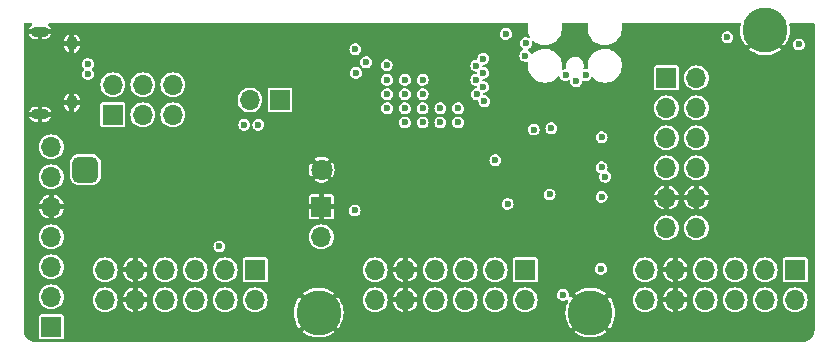
<source format=gbr>
%TF.GenerationSoftware,KiCad,Pcbnew,7.0.5.1-1-g8f565ef7f0-dirty-deb11*%
%TF.CreationDate,2023-06-14T12:44:05+00:00*%
%TF.ProjectId,kite-nrf52840,6b697465-2d6e-4726-9635-323834302e6b,rev?*%
%TF.SameCoordinates,Original*%
%TF.FileFunction,Copper,L2,Inr*%
%TF.FilePolarity,Positive*%
%FSLAX46Y46*%
G04 Gerber Fmt 4.6, Leading zero omitted, Abs format (unit mm)*
G04 Created by KiCad (PCBNEW 7.0.5.1-1-g8f565ef7f0-dirty-deb11) date 2023-06-14 12:44:05*
%MOMM*%
%LPD*%
G01*
G04 APERTURE LIST*
G04 Aperture macros list*
%AMRoundRect*
0 Rectangle with rounded corners*
0 $1 Rounding radius*
0 $2 $3 $4 $5 $6 $7 $8 $9 X,Y pos of 4 corners*
0 Add a 4 corners polygon primitive as box body*
4,1,4,$2,$3,$4,$5,$6,$7,$8,$9,$2,$3,0*
0 Add four circle primitives for the rounded corners*
1,1,$1+$1,$2,$3*
1,1,$1+$1,$4,$5*
1,1,$1+$1,$6,$7*
1,1,$1+$1,$8,$9*
0 Add four rect primitives between the rounded corners*
20,1,$1+$1,$2,$3,$4,$5,0*
20,1,$1+$1,$4,$5,$6,$7,0*
20,1,$1+$1,$6,$7,$8,$9,0*
20,1,$1+$1,$8,$9,$2,$3,0*%
G04 Aperture macros list end*
%TA.AperFunction,ComponentPad*%
%ADD10O,1.550000X0.890000*%
%TD*%
%TA.AperFunction,ComponentPad*%
%ADD11O,0.950000X1.250000*%
%TD*%
%TA.AperFunction,ComponentPad*%
%ADD12R,1.700000X1.700000*%
%TD*%
%TA.AperFunction,ComponentPad*%
%ADD13O,1.700000X1.700000*%
%TD*%
%TA.AperFunction,ComponentPad*%
%ADD14C,3.800000*%
%TD*%
%TA.AperFunction,ComponentPad*%
%ADD15RoundRect,0.550000X0.550000X0.550000X-0.550000X0.550000X-0.550000X-0.550000X0.550000X-0.550000X0*%
%TD*%
%TA.AperFunction,ComponentPad*%
%ADD16C,1.800000*%
%TD*%
%TA.AperFunction,ViaPad*%
%ADD17C,0.600000*%
%TD*%
G04 APERTURE END LIST*
D10*
%TO.N,GND*%
%TO.C,J6*%
X73400000Y-65700000D03*
D11*
X76100000Y-66700000D03*
X76100000Y-71700000D03*
D10*
X73400000Y-72700000D03*
%TD*%
D12*
%TO.N,/P0.05A*%
%TO.C,J12*%
X74365000Y-90700000D03*
D13*
%TO.N,/P0.04A*%
X74365000Y-88160000D03*
%TO.N,/P0.28A\u002A*%
X74365000Y-85620000D03*
%TO.N,/P0.26*%
X74365000Y-83080000D03*
%TO.N,GND*%
X74365000Y-80540000D03*
%TO.N,/Power/PPMOD_VDD*%
X74365000Y-78000000D03*
%TO.N,/I/O/PMOD5_VDD_HV*%
X74365000Y-75460000D03*
%TD*%
D12*
%TO.N,Net-(J3-Pin_1)*%
%TO.C,J3*%
X79575000Y-72750000D03*
D13*
%TO.N,VBUS*%
X79575000Y-70210000D03*
%TO.N,VDD*%
X82115000Y-72750000D03*
%TO.N,VDD_HV*%
X82115000Y-70210000D03*
%TO.N,/Power/PPMOD_VDD*%
X84655000Y-72750000D03*
%TO.N,/I/O/PMOD5_VDD_HV*%
X84655000Y-70210000D03*
%TD*%
D12*
%TO.N,/P0.03A\u002A*%
%TO.C,J4*%
X91630000Y-85875000D03*
D13*
%TO.N,/P0.17*%
X89090000Y-85875000D03*
%TO.N,/P0.22*%
X86550000Y-85875000D03*
%TO.N,/P0.27*%
X84010000Y-85875000D03*
%TO.N,GND*%
X81470000Y-85875000D03*
%TO.N,VDD*%
X78930000Y-85875000D03*
%TO.N,/P1.14\u002A*%
X91630000Y-88415000D03*
%TO.N,/P1.13\u002A*%
X89090000Y-88415000D03*
%TO.N,/P1.11\u002A*%
X86550000Y-88415000D03*
%TO.N,/P1.12\u002A*%
X84010000Y-88415000D03*
%TO.N,GND*%
X81470000Y-88415000D03*
%TO.N,VDD*%
X78930000Y-88415000D03*
%TD*%
D12*
%TO.N,/P0.31A\u002A*%
%TO.C,J2*%
X137350000Y-85875000D03*
D13*
%TO.N,/P0.14*%
X134810000Y-85875000D03*
%TO.N,/P0.12*%
X132270000Y-85875000D03*
%TO.N,/P0.15*%
X129730000Y-85875000D03*
%TO.N,GND*%
X127190000Y-85875000D03*
%TO.N,VDD*%
X124650000Y-85875000D03*
%TO.N,/P1.02\u002A*%
X137350000Y-88415000D03*
%TO.N,/P1.05\u002A*%
X134810000Y-88415000D03*
%TO.N,/P0.25*%
X132270000Y-88415000D03*
%TO.N,/P1.01\u002A*%
X129730000Y-88415000D03*
%TO.N,GND*%
X127190000Y-88415000D03*
%TO.N,VDD*%
X124650000Y-88415000D03*
%TD*%
D12*
%TO.N,/P0.30A\u002A*%
%TO.C,J1*%
X126445000Y-69619000D03*
D13*
%TO.N,/P0.20*%
X126445000Y-72159000D03*
%TO.N,/P0.21*%
X126445000Y-74699000D03*
%TO.N,/P1.09*%
X126445000Y-77239000D03*
%TO.N,GND*%
X126445000Y-79779000D03*
%TO.N,/I/O/VDD_PMOD1*%
X126445000Y-82319000D03*
%TO.N,/P0.29A\u002A*%
X128985000Y-69619000D03*
%TO.N,/P0.11*%
X128985000Y-72159000D03*
%TO.N,/P0.23*%
X128985000Y-74699000D03*
%TO.N,/P0.19*%
X128985000Y-77239000D03*
%TO.N,GND*%
X128985000Y-79779000D03*
%TO.N,/I/O/VDD_PMOD1*%
X128985000Y-82319000D03*
%TD*%
D12*
%TO.N,GND*%
%TO.C,J7*%
X97225000Y-80540000D03*
D13*
%TO.N,unconnected-(J7-Pin_2-Pad2)*%
X97225000Y-83080000D03*
%TD*%
D12*
%TO.N,/P0.02A\u002A*%
%TO.C,J5*%
X114490000Y-85875000D03*
D13*
%TO.N,/P0.08*%
X111950000Y-85875000D03*
%TO.N,/P0.07*%
X109410000Y-85875000D03*
%TO.N,/P1.08*%
X106870000Y-85875000D03*
%TO.N,GND*%
X104330000Y-85875000D03*
%TO.N,VDD*%
X101790000Y-85875000D03*
%TO.N,/P1.03\u002A*%
X114490000Y-88415000D03*
%TO.N,/P1.15\u002A*%
X111950000Y-88415000D03*
%TO.N,/P1.06\u002A*%
X109410000Y-88415000D03*
%TO.N,/P1.10\u002A*%
X106870000Y-88415000D03*
%TO.N,GND*%
X104330000Y-88415000D03*
%TO.N,VDD*%
X101790000Y-88415000D03*
%TD*%
D14*
%TO.N,GND*%
%TO.C,H3*%
X120000000Y-89500000D03*
%TD*%
%TO.N,GND*%
%TO.C,H1*%
X134800000Y-65600000D03*
%TD*%
%TO.N,GND*%
%TO.C,H2*%
X97000000Y-89500000D03*
%TD*%
D12*
%TO.N,/NFC1*%
%TO.C,J11*%
X93725000Y-71500000D03*
D13*
%TO.N,/NFC2*%
X91185000Y-71500000D03*
%TD*%
D15*
%TO.N,/Power/PPMOD_VDD*%
%TO.C,BT1*%
X77250000Y-77400000D03*
D16*
%TO.N,GND*%
X97250000Y-77400000D03*
%TD*%
D17*
%TO.N,GND*%
X114800000Y-80800000D03*
X89600000Y-91500000D03*
X104300000Y-68550000D03*
X87000000Y-75300000D03*
X92500000Y-67700000D03*
X112750000Y-76700000D03*
X132200000Y-69500000D03*
X89500000Y-65500000D03*
X131200000Y-82900000D03*
X88800000Y-72600000D03*
X81000000Y-67500000D03*
X138500000Y-89400000D03*
X106900000Y-77500000D03*
X124600000Y-91500000D03*
X132800000Y-74700000D03*
X78500000Y-66100000D03*
X76600000Y-91200000D03*
X117300000Y-75950000D03*
X95600000Y-76700000D03*
X82300000Y-75300000D03*
X110700000Y-66850000D03*
X77800000Y-79700000D03*
X95200000Y-71900000D03*
X123900000Y-67400000D03*
X123500000Y-65475000D03*
X133000000Y-80000000D03*
X110900000Y-91500000D03*
X135300000Y-77400000D03*
X107300000Y-91500000D03*
X136400000Y-91500000D03*
X94300000Y-83200000D03*
X83500000Y-65500000D03*
X94700000Y-72900000D03*
X138400000Y-68800000D03*
X110250000Y-80300000D03*
X90540000Y-75550000D03*
X72700000Y-90500000D03*
X72800000Y-75500000D03*
X95500000Y-65500000D03*
X85900000Y-91500000D03*
X79800000Y-91300000D03*
X130100000Y-91500000D03*
X99000000Y-76300000D03*
X93800000Y-79600000D03*
X89500000Y-67500000D03*
X118000000Y-73550000D03*
X86500000Y-65500000D03*
X124000000Y-73200000D03*
X98000000Y-65500000D03*
X81000000Y-65500000D03*
X138400000Y-71700000D03*
X138400000Y-79800000D03*
X88100000Y-69500000D03*
X91800000Y-81800000D03*
X103550000Y-67150000D03*
X92500000Y-65500000D03*
X135600000Y-82300000D03*
X77400000Y-74500000D03*
X104000000Y-91500000D03*
X115300000Y-91500000D03*
X110700000Y-65550000D03*
X82700000Y-91400000D03*
X108050000Y-67150000D03*
X101400000Y-91400000D03*
X134800000Y-72300000D03*
X138400000Y-77100000D03*
X80290000Y-78270000D03*
X101200000Y-66824500D03*
X72600000Y-85700000D03*
X92900000Y-91300000D03*
X83500000Y-67500000D03*
X86000000Y-78800000D03*
X138500000Y-65700000D03*
X105700000Y-81200000D03*
X138400000Y-84100000D03*
X138400000Y-74500000D03*
X133600000Y-91500000D03*
X127400000Y-66100000D03*
X114300000Y-74000000D03*
X97700000Y-75700000D03*
X86500000Y-67500000D03*
X103100000Y-80500000D03*
%TO.N,/Microcontroller/SWDCLK*%
X114500000Y-67750000D03*
X121252920Y-77989300D03*
%TO.N,/Microcontroller/SWDIO*%
X114550000Y-66700000D03*
X120950000Y-79700000D03*
X117900000Y-69400000D03*
%TO.N,VBUS*%
X111950000Y-76600000D03*
%TO.N,/USB_D+*%
X77468416Y-69300000D03*
X108800000Y-72200000D03*
%TO.N,/USB_D-*%
X77468416Y-68450000D03*
X108800000Y-73400000D03*
%TO.N,/P1.09*%
X111035932Y-71608441D03*
%TO.N,/P0.23*%
X110350000Y-69800000D03*
%TO.N,/P0.21*%
X110950000Y-70400000D03*
%TO.N,/P0.19*%
X110400000Y-71000000D03*
%TO.N,/P0.22*%
X88600000Y-83900000D03*
X105800000Y-71000000D03*
%TO.N,/P0.25*%
X105800000Y-69800000D03*
%TO.N,/P0.27*%
X101020000Y-68300000D03*
%TO.N,/P0.06*%
X104300000Y-73400000D03*
%TO.N,/P0.26*%
X100100000Y-67200000D03*
%TO.N,/P0.24*%
X137650000Y-66799500D03*
X110355968Y-68599500D03*
%TO.N,/P0.20*%
X110950000Y-69200000D03*
%TO.N,/P0.17*%
X105800000Y-72200000D03*
%TO.N,/P0.15*%
X105800000Y-73400000D03*
%TO.N,/P0.14*%
X107300000Y-73400000D03*
%TO.N,/P0.16*%
X107300000Y-72200000D03*
%TO.N,/P1.11\u002A*%
X102750000Y-68550000D03*
%TO.N,/P0.02A\u002A*%
X100050000Y-80850000D03*
%TO.N,/P0.28A\u002A*%
X102800000Y-69800000D03*
%TO.N,/P0.29A\u002A*%
X116700000Y-73900000D03*
X104300000Y-69800000D03*
%TO.N,/P0.30A\u002A*%
X115200000Y-74000000D03*
X104300000Y-71000000D03*
%TO.N,/P0.31A\u002A*%
X104300000Y-72200000D03*
%TO.N,/P0.04A*%
X90700000Y-73600000D03*
X102800000Y-71000000D03*
%TO.N,/P0.05A*%
X102800000Y-72200000D03*
X91900000Y-73600000D03*
%TO.N,/P1.12\u002A*%
X100150000Y-69200000D03*
%TO.N,/P1.07\u002A*%
X131600000Y-66200000D03*
X110950500Y-68000000D03*
%TO.N,VDD*%
X116550000Y-79500000D03*
X119600000Y-69400000D03*
X117700000Y-88000000D03*
%TO.N,/Microcontroller/P0.18_~{RESET}*%
X120950000Y-74650000D03*
X118800000Y-69900000D03*
%TO.N,VDD_HV*%
X113000000Y-80300000D03*
%TO.N,/I/O/VDD_PMOD1*%
X120900000Y-85800000D03*
%TO.N,/Microcontroller/P1.00_SWO*%
X112850000Y-65900000D03*
X120950000Y-77200000D03*
%TD*%
%TA.AperFunction,Conductor*%
%TO.N,GND*%
G36*
X72689629Y-65018907D02*
G01*
X72725593Y-65068407D01*
X72725593Y-65129593D01*
X72689629Y-65179092D01*
X72624960Y-65226077D01*
X72624959Y-65226078D01*
X72521079Y-65351645D01*
X72451692Y-65499102D01*
X72451691Y-65499104D01*
X72451520Y-65499999D01*
X72451521Y-65500000D01*
X72924333Y-65500000D01*
X72894760Y-65519760D01*
X72839505Y-65602455D01*
X72820102Y-65700000D01*
X72839505Y-65797545D01*
X72894760Y-65880240D01*
X72924333Y-65900000D01*
X72456791Y-65900000D01*
X72481748Y-65976812D01*
X72569064Y-66114399D01*
X72569070Y-66114406D01*
X72687865Y-66225963D01*
X72830670Y-66304471D01*
X72988516Y-66344999D01*
X72988519Y-66345000D01*
X73199999Y-66345000D01*
X73200000Y-66344999D01*
X73200000Y-65950000D01*
X73600000Y-65950000D01*
X73600000Y-66344999D01*
X73600001Y-66345000D01*
X73770576Y-66345000D01*
X73891675Y-66329702D01*
X73891681Y-66329700D01*
X74043198Y-66269710D01*
X74043209Y-66269704D01*
X74175039Y-66173922D01*
X74175040Y-66173921D01*
X74278920Y-66048354D01*
X74348307Y-65900897D01*
X74348308Y-65900895D01*
X74348480Y-65900000D01*
X112344353Y-65900000D01*
X112364834Y-66042456D01*
X112395638Y-66109906D01*
X112424623Y-66173373D01*
X112494826Y-66254392D01*
X112518873Y-66282144D01*
X112627161Y-66351736D01*
X112639947Y-66359953D01*
X112732971Y-66387267D01*
X112778035Y-66400499D01*
X112778036Y-66400499D01*
X112778039Y-66400500D01*
X112778041Y-66400500D01*
X112921959Y-66400500D01*
X112921961Y-66400500D01*
X113060053Y-66359953D01*
X113181128Y-66282143D01*
X113275377Y-66173373D01*
X113335165Y-66042457D01*
X113355647Y-65900000D01*
X113353722Y-65886614D01*
X113335165Y-65757543D01*
X113327174Y-65740046D01*
X113275377Y-65626627D01*
X113181128Y-65517857D01*
X113181127Y-65517856D01*
X113181126Y-65517855D01*
X113060057Y-65440049D01*
X113060054Y-65440047D01*
X113060053Y-65440047D01*
X113060050Y-65440046D01*
X112921964Y-65399500D01*
X112921961Y-65399500D01*
X112778039Y-65399500D01*
X112778035Y-65399500D01*
X112639949Y-65440046D01*
X112639942Y-65440049D01*
X112518873Y-65517855D01*
X112424622Y-65626628D01*
X112364834Y-65757543D01*
X112344353Y-65899997D01*
X112344353Y-65900000D01*
X74348480Y-65900000D01*
X73875667Y-65900000D01*
X73905240Y-65880240D01*
X73960495Y-65797545D01*
X73979898Y-65700000D01*
X73960495Y-65602455D01*
X73905240Y-65519760D01*
X73875667Y-65500000D01*
X74343209Y-65500000D01*
X74343208Y-65499999D01*
X74318251Y-65423187D01*
X74230935Y-65285600D01*
X74230929Y-65285593D01*
X74109080Y-65171168D01*
X74079603Y-65117550D01*
X74087272Y-65056847D01*
X74129157Y-65012245D01*
X74176850Y-65000000D01*
X98800000Y-65000000D01*
X112800000Y-65000000D01*
X114654529Y-65000000D01*
X114712720Y-65018907D01*
X114748684Y-65068407D01*
X114752179Y-65115295D01*
X114722050Y-65295847D01*
X114722050Y-65534152D01*
X114761273Y-65769204D01*
X114838652Y-65994600D01*
X114901053Y-66109906D01*
X114912120Y-66170082D01*
X114885703Y-66225271D01*
X114831892Y-66254392D01*
X114771241Y-66246322D01*
X114760467Y-66240312D01*
X114760061Y-66240051D01*
X114760054Y-66240048D01*
X114760053Y-66240047D01*
X114760050Y-66240046D01*
X114621964Y-66199500D01*
X114621961Y-66199500D01*
X114478039Y-66199500D01*
X114478035Y-66199500D01*
X114339949Y-66240046D01*
X114339942Y-66240049D01*
X114218873Y-66317855D01*
X114124622Y-66426628D01*
X114064834Y-66557543D01*
X114044353Y-66699997D01*
X114044353Y-66700002D01*
X114064834Y-66842456D01*
X114124622Y-66973371D01*
X114124623Y-66973373D01*
X114189516Y-67048264D01*
X114218873Y-67082144D01*
X114286569Y-67125649D01*
X114325300Y-67173015D01*
X114328794Y-67234100D01*
X114295715Y-67285573D01*
X114286570Y-67292217D01*
X114168872Y-67367857D01*
X114074622Y-67476628D01*
X114014834Y-67607543D01*
X113994353Y-67749997D01*
X113994353Y-67750002D01*
X114014834Y-67892456D01*
X114074622Y-68023371D01*
X114074623Y-68023373D01*
X114140154Y-68099000D01*
X114168873Y-68132144D01*
X114238092Y-68176628D01*
X114289947Y-68209953D01*
X114377958Y-68235795D01*
X114428035Y-68250499D01*
X114428036Y-68250499D01*
X114428039Y-68250500D01*
X114428041Y-68250500D01*
X114571959Y-68250500D01*
X114571961Y-68250500D01*
X114616912Y-68237301D01*
X114678070Y-68239048D01*
X114726523Y-68276410D01*
X114743762Y-68335117D01*
X114742452Y-68348586D01*
X114722049Y-68470847D01*
X114722050Y-68709152D01*
X114761273Y-68944204D01*
X114838652Y-69169600D01*
X114952071Y-69379179D01*
X114952073Y-69379182D01*
X115060008Y-69517857D01*
X115098438Y-69567233D01*
X115098442Y-69567237D01*
X115125104Y-69591781D01*
X115273766Y-69728633D01*
X115473266Y-69858973D01*
X115691498Y-69954699D01*
X115922510Y-70013199D01*
X116100528Y-70027950D01*
X116100536Y-70027950D01*
X116219464Y-70027950D01*
X116219472Y-70027950D01*
X116397490Y-70013199D01*
X116628502Y-69954699D01*
X116846734Y-69858973D01*
X117046234Y-69728633D01*
X117221560Y-69567235D01*
X117250172Y-69530473D01*
X117300832Y-69496167D01*
X117361984Y-69498189D01*
X117410268Y-69535769D01*
X117418349Y-69550154D01*
X117468493Y-69659950D01*
X117474623Y-69673373D01*
X117568872Y-69782143D01*
X117568873Y-69782144D01*
X117656100Y-69838201D01*
X117689947Y-69859953D01*
X117796403Y-69891211D01*
X117828035Y-69900499D01*
X117828036Y-69900499D01*
X117828039Y-69900500D01*
X117828041Y-69900500D01*
X117971959Y-69900500D01*
X117971961Y-69900500D01*
X118110053Y-69859953D01*
X118143901Y-69838200D01*
X118203073Y-69822645D01*
X118260090Y-69844843D01*
X118293170Y-69896314D01*
X118295415Y-69907395D01*
X118314834Y-70042456D01*
X118353275Y-70126628D01*
X118374623Y-70173373D01*
X118468872Y-70282143D01*
X118468873Y-70282144D01*
X118497436Y-70300500D01*
X118589947Y-70359953D01*
X118696403Y-70391211D01*
X118728035Y-70400499D01*
X118728036Y-70400499D01*
X118728039Y-70400500D01*
X118728041Y-70400500D01*
X118871959Y-70400500D01*
X118871961Y-70400500D01*
X119010053Y-70359953D01*
X119131128Y-70282143D01*
X119225377Y-70173373D01*
X119285165Y-70042457D01*
X119298326Y-69950914D01*
X119325323Y-69896007D01*
X119379437Y-69867453D01*
X119424208Y-69870012D01*
X119528039Y-69900500D01*
X119528041Y-69900500D01*
X119671959Y-69900500D01*
X119671961Y-69900500D01*
X119810053Y-69859953D01*
X119931128Y-69782143D01*
X120025377Y-69673373D01*
X120048112Y-69623590D01*
X120089482Y-69578515D01*
X120149449Y-69566364D01*
X120205103Y-69591780D01*
X120353766Y-69728633D01*
X120553266Y-69858973D01*
X120771498Y-69954699D01*
X121002510Y-70013199D01*
X121180528Y-70027950D01*
X121180536Y-70027950D01*
X121299464Y-70027950D01*
X121299472Y-70027950D01*
X121477490Y-70013199D01*
X121708502Y-69954699D01*
X121926734Y-69858973D01*
X122126234Y-69728633D01*
X122301560Y-69567235D01*
X122447929Y-69379179D01*
X122561349Y-69169597D01*
X122638726Y-68944206D01*
X122677950Y-68709152D01*
X122677950Y-68470848D01*
X122676131Y-68459950D01*
X122650699Y-68307543D01*
X122638726Y-68235794D01*
X122561349Y-68010403D01*
X122447929Y-67800821D01*
X122301560Y-67612765D01*
X122295887Y-67607543D01*
X122126233Y-67451366D01*
X122062293Y-67409592D01*
X121926734Y-67321027D01*
X121708502Y-67225301D01*
X121686120Y-67219633D01*
X121477488Y-67166800D01*
X121299481Y-67152050D01*
X121299472Y-67152050D01*
X121180528Y-67152050D01*
X121180518Y-67152050D01*
X121002511Y-67166800D01*
X120771497Y-67225301D01*
X120553268Y-67321026D01*
X120353766Y-67451366D01*
X120178442Y-67612762D01*
X120178437Y-67612768D01*
X120032073Y-67800817D01*
X120032071Y-67800820D01*
X119918652Y-68010399D01*
X119841273Y-68235795D01*
X119802050Y-68470847D01*
X119802050Y-68709152D01*
X119816157Y-68793692D01*
X119807085Y-68854201D01*
X119764180Y-68897822D01*
X119703829Y-68907893D01*
X119690617Y-68904977D01*
X119671966Y-68899501D01*
X119671962Y-68899500D01*
X119671961Y-68899500D01*
X119528039Y-68899500D01*
X119520958Y-68899500D01*
X119520958Y-68896762D01*
X119472517Y-68888372D01*
X119429881Y-68844488D01*
X119421182Y-68783924D01*
X119423890Y-68772425D01*
X119439467Y-68720396D01*
X119439467Y-68720393D01*
X119439469Y-68720388D01*
X119448032Y-68573373D01*
X119449607Y-68546343D01*
X119449607Y-68546340D01*
X119419333Y-68374649D01*
X119402281Y-68335117D01*
X119350279Y-68214562D01*
X119246168Y-68074717D01*
X119237993Y-68067857D01*
X119112616Y-67962652D01*
X118956816Y-67884406D01*
X118914404Y-67874354D01*
X118787171Y-67844200D01*
X118656564Y-67844200D01*
X118591699Y-67851781D01*
X118526833Y-67859363D01*
X118526828Y-67859365D01*
X118363008Y-67918991D01*
X118362998Y-67918996D01*
X118217351Y-68014790D01*
X118217345Y-68014795D01*
X118097705Y-68141605D01*
X118097704Y-68141605D01*
X118010533Y-68292592D01*
X117960531Y-68459608D01*
X117960530Y-68459616D01*
X117950392Y-68633656D01*
X117976780Y-68783309D01*
X117968265Y-68843899D01*
X117925761Y-68887912D01*
X117879284Y-68899500D01*
X117828035Y-68899500D01*
X117704231Y-68935852D01*
X117643070Y-68934104D01*
X117594618Y-68896741D01*
X117577380Y-68838034D01*
X117578690Y-68824567D01*
X117578806Y-68823876D01*
X117597950Y-68709152D01*
X117597950Y-68470848D01*
X117596131Y-68459950D01*
X117570699Y-68307543D01*
X117558726Y-68235794D01*
X117481349Y-68010403D01*
X117367929Y-67800821D01*
X117221560Y-67612765D01*
X117215887Y-67607543D01*
X117046233Y-67451366D01*
X116982293Y-67409592D01*
X116846734Y-67321027D01*
X116628502Y-67225301D01*
X116606120Y-67219633D01*
X116397488Y-67166800D01*
X116219481Y-67152050D01*
X116219472Y-67152050D01*
X116100528Y-67152050D01*
X116100518Y-67152050D01*
X115922511Y-67166800D01*
X115691497Y-67225301D01*
X115473268Y-67321026D01*
X115473266Y-67321027D01*
X115273768Y-67451366D01*
X115273763Y-67451369D01*
X115120779Y-67592199D01*
X115065161Y-67617700D01*
X115005176Y-67605639D01*
X114963737Y-67560623D01*
X114963676Y-67560488D01*
X114925378Y-67476629D01*
X114925377Y-67476628D01*
X114925377Y-67476627D01*
X114831128Y-67367857D01*
X114831127Y-67367856D01*
X114831126Y-67367855D01*
X114763430Y-67324350D01*
X114724699Y-67276984D01*
X114721205Y-67215899D01*
X114754285Y-67164426D01*
X114763421Y-67157788D01*
X114881128Y-67082143D01*
X114975377Y-66973373D01*
X115035165Y-66842457D01*
X115055575Y-66700500D01*
X115055647Y-66700002D01*
X115055647Y-66699997D01*
X115037701Y-66575178D01*
X115048134Y-66514889D01*
X115092012Y-66472246D01*
X115152575Y-66463539D01*
X115202741Y-66488250D01*
X115273766Y-66553633D01*
X115473266Y-66683973D01*
X115691498Y-66779699D01*
X115922510Y-66838199D01*
X116100528Y-66852950D01*
X116100536Y-66852950D01*
X116219464Y-66852950D01*
X116219472Y-66852950D01*
X116397490Y-66838199D01*
X116628502Y-66779699D01*
X116846734Y-66683973D01*
X117046234Y-66553633D01*
X117221560Y-66392235D01*
X117367929Y-66204179D01*
X117481349Y-65994597D01*
X117558726Y-65769206D01*
X117597950Y-65534152D01*
X117597950Y-65295848D01*
X117588395Y-65238589D01*
X117567821Y-65115295D01*
X117576893Y-65054786D01*
X117619798Y-65011165D01*
X117665471Y-65000000D01*
X119734529Y-65000000D01*
X119792720Y-65018907D01*
X119828684Y-65068407D01*
X119832179Y-65115295D01*
X119802050Y-65295847D01*
X119802050Y-65534152D01*
X119841273Y-65769204D01*
X119918652Y-65994600D01*
X120032071Y-66204179D01*
X120032073Y-66204182D01*
X120092752Y-66282143D01*
X120178440Y-66392235D01*
X120353766Y-66553633D01*
X120553266Y-66683973D01*
X120771498Y-66779699D01*
X121002510Y-66838199D01*
X121180528Y-66852950D01*
X121180536Y-66852950D01*
X121299464Y-66852950D01*
X121299472Y-66852950D01*
X121477490Y-66838199D01*
X121708502Y-66779699D01*
X121926734Y-66683973D01*
X122126234Y-66553633D01*
X122301560Y-66392235D01*
X122447929Y-66204179D01*
X122450191Y-66200000D01*
X131094353Y-66200000D01*
X131114834Y-66342456D01*
X131174108Y-66472246D01*
X131174623Y-66473373D01*
X131223334Y-66529589D01*
X131268873Y-66582144D01*
X131385419Y-66657043D01*
X131389947Y-66659953D01*
X131496403Y-66691211D01*
X131528035Y-66700499D01*
X131528036Y-66700499D01*
X131528039Y-66700500D01*
X131528041Y-66700500D01*
X131671959Y-66700500D01*
X131671961Y-66700500D01*
X131810053Y-66659953D01*
X131931128Y-66582143D01*
X132025377Y-66473373D01*
X132085165Y-66342457D01*
X132105647Y-66200000D01*
X132105575Y-66199500D01*
X132085165Y-66057543D01*
X132078275Y-66042456D01*
X132025377Y-65926627D01*
X131931128Y-65817857D01*
X131931127Y-65817856D01*
X131931126Y-65817855D01*
X131810057Y-65740049D01*
X131810054Y-65740047D01*
X131810053Y-65740047D01*
X131810050Y-65740046D01*
X131671964Y-65699500D01*
X131671961Y-65699500D01*
X131528039Y-65699500D01*
X131528035Y-65699500D01*
X131389949Y-65740046D01*
X131389942Y-65740049D01*
X131268873Y-65817855D01*
X131174622Y-65926628D01*
X131114834Y-66057543D01*
X131094353Y-66199997D01*
X131094353Y-66200000D01*
X122450191Y-66200000D01*
X122561349Y-65994597D01*
X122638726Y-65769206D01*
X122677950Y-65534152D01*
X122677950Y-65295848D01*
X122668395Y-65238589D01*
X122647821Y-65115295D01*
X122656893Y-65054786D01*
X122699798Y-65011165D01*
X122745471Y-65000000D01*
X132658133Y-65000000D01*
X132716324Y-65018907D01*
X132752288Y-65068407D01*
X132755062Y-65119142D01*
X132714699Y-65313376D01*
X132714697Y-65313385D01*
X132695093Y-65599996D01*
X132695093Y-65600003D01*
X132714697Y-65886614D01*
X132714699Y-65886623D01*
X132773147Y-66167893D01*
X132869358Y-66438602D01*
X133001525Y-66693674D01*
X133167193Y-66928372D01*
X133167206Y-66928387D01*
X133177618Y-66939536D01*
X133893620Y-66223534D01*
X133964894Y-66323624D01*
X134116932Y-66468592D01*
X134176176Y-66506665D01*
X133463209Y-67219633D01*
X133463208Y-67219633D01*
X133586132Y-67319638D01*
X133586148Y-67319649D01*
X133831601Y-67468913D01*
X133831608Y-67468917D01*
X134095107Y-67583370D01*
X134371740Y-67660879D01*
X134371749Y-67660881D01*
X134656356Y-67699999D01*
X134656362Y-67700000D01*
X134943638Y-67700000D01*
X134943643Y-67699999D01*
X135228250Y-67660881D01*
X135228259Y-67660879D01*
X135504892Y-67583370D01*
X135768391Y-67468917D01*
X135768398Y-67468913D01*
X136013851Y-67319649D01*
X136013867Y-67319638D01*
X136136789Y-67219633D01*
X135425026Y-66507870D01*
X135562540Y-66399729D01*
X135700110Y-66240965D01*
X135708784Y-66225941D01*
X136422379Y-66939536D01*
X136422381Y-66939536D01*
X136432796Y-66928386D01*
X136432797Y-66928385D01*
X136523774Y-66799500D01*
X137144353Y-66799500D01*
X137164834Y-66941956D01*
X137171842Y-66957300D01*
X137224623Y-67072873D01*
X137311396Y-67173015D01*
X137318873Y-67181644D01*
X137439942Y-67259450D01*
X137439947Y-67259453D01*
X137528905Y-67285573D01*
X137578035Y-67299999D01*
X137578036Y-67299999D01*
X137578039Y-67300000D01*
X137578041Y-67300000D01*
X137721959Y-67300000D01*
X137721961Y-67300000D01*
X137860053Y-67259453D01*
X137981128Y-67181643D01*
X138075377Y-67072873D01*
X138135165Y-66941957D01*
X138155647Y-66799500D01*
X138147099Y-66740049D01*
X138135165Y-66657043D01*
X138089724Y-66557543D01*
X138075377Y-66526127D01*
X137981128Y-66417357D01*
X137981127Y-66417356D01*
X137981126Y-66417355D01*
X137860057Y-66339549D01*
X137860054Y-66339547D01*
X137860053Y-66339547D01*
X137860050Y-66339546D01*
X137721964Y-66299000D01*
X137721961Y-66299000D01*
X137578039Y-66299000D01*
X137578035Y-66299000D01*
X137439949Y-66339546D01*
X137439942Y-66339549D01*
X137318873Y-66417355D01*
X137224622Y-66526128D01*
X137164834Y-66657043D01*
X137144353Y-66799497D01*
X137144353Y-66799500D01*
X136523774Y-66799500D01*
X136598474Y-66693674D01*
X136730641Y-66438602D01*
X136826852Y-66167893D01*
X136885300Y-65886623D01*
X136885302Y-65886614D01*
X136904907Y-65600003D01*
X136904907Y-65599996D01*
X136885302Y-65313385D01*
X136885300Y-65313376D01*
X136844938Y-65119142D01*
X136851610Y-65058322D01*
X136892758Y-65013039D01*
X136941867Y-65000000D01*
X138890500Y-65000000D01*
X138948691Y-65018907D01*
X138984655Y-65068407D01*
X138989500Y-65099000D01*
X138989500Y-90997840D01*
X138989312Y-91002140D01*
X138979033Y-91119633D01*
X138975222Y-91163194D01*
X138972226Y-91180188D01*
X138932066Y-91330067D01*
X138926163Y-91346284D01*
X138860593Y-91486898D01*
X138851965Y-91501842D01*
X138762971Y-91628939D01*
X138751879Y-91642159D01*
X138642159Y-91751879D01*
X138628939Y-91762971D01*
X138501842Y-91851965D01*
X138486898Y-91860593D01*
X138346284Y-91926163D01*
X138330067Y-91932066D01*
X138180188Y-91972226D01*
X138163194Y-91975222D01*
X138138823Y-91977354D01*
X138002140Y-91989312D01*
X137997840Y-91989500D01*
X73002160Y-91989500D01*
X72997859Y-91989312D01*
X72836805Y-91975222D01*
X72819811Y-91972226D01*
X72669932Y-91932066D01*
X72653718Y-91926164D01*
X72513100Y-91860592D01*
X72498157Y-91851965D01*
X72371060Y-91762971D01*
X72357840Y-91751879D01*
X72248120Y-91642159D01*
X72237028Y-91628939D01*
X72236529Y-91628227D01*
X72195581Y-91569746D01*
X73314500Y-91569746D01*
X73314501Y-91569758D01*
X73326132Y-91628227D01*
X73326134Y-91628233D01*
X73370445Y-91694548D01*
X73370448Y-91694552D01*
X73436769Y-91738867D01*
X73481231Y-91747711D01*
X73495241Y-91750498D01*
X73495246Y-91750498D01*
X73495252Y-91750500D01*
X73495253Y-91750500D01*
X75234747Y-91750500D01*
X75234748Y-91750500D01*
X75293231Y-91738867D01*
X75359552Y-91694552D01*
X75403867Y-91628231D01*
X75415500Y-91569748D01*
X75415500Y-89830252D01*
X75403867Y-89771769D01*
X75359552Y-89705448D01*
X75359548Y-89705445D01*
X75293233Y-89661134D01*
X75293231Y-89661133D01*
X75293228Y-89661132D01*
X75293227Y-89661132D01*
X75234758Y-89649501D01*
X75234748Y-89649500D01*
X73495252Y-89649500D01*
X73495251Y-89649500D01*
X73495241Y-89649501D01*
X73436772Y-89661132D01*
X73436766Y-89661134D01*
X73370451Y-89705445D01*
X73370445Y-89705451D01*
X73326134Y-89771766D01*
X73326132Y-89771772D01*
X73314501Y-89830241D01*
X73314500Y-89830253D01*
X73314500Y-91569746D01*
X72195581Y-91569746D01*
X72148034Y-91501842D01*
X72139408Y-91486902D01*
X72073832Y-91346275D01*
X72067933Y-91330067D01*
X72027771Y-91180178D01*
X72024778Y-91163201D01*
X72010687Y-91002141D01*
X72010500Y-90997840D01*
X72010500Y-89500003D01*
X94895093Y-89500003D01*
X94914697Y-89786614D01*
X94914699Y-89786623D01*
X94973147Y-90067893D01*
X95069358Y-90338602D01*
X95201525Y-90593674D01*
X95367193Y-90828372D01*
X95367206Y-90828387D01*
X95377618Y-90839536D01*
X96093619Y-90123534D01*
X96164894Y-90223624D01*
X96316932Y-90368592D01*
X96376176Y-90406665D01*
X95663209Y-91119633D01*
X95663208Y-91119633D01*
X95786132Y-91219638D01*
X95786148Y-91219649D01*
X96031601Y-91368913D01*
X96031608Y-91368917D01*
X96295107Y-91483370D01*
X96571740Y-91560879D01*
X96571749Y-91560881D01*
X96856356Y-91599999D01*
X96856362Y-91600000D01*
X97143638Y-91600000D01*
X97143643Y-91599999D01*
X97428250Y-91560881D01*
X97428259Y-91560879D01*
X97704892Y-91483370D01*
X97968391Y-91368917D01*
X97968398Y-91368913D01*
X98213851Y-91219649D01*
X98213867Y-91219638D01*
X98336789Y-91119633D01*
X97625026Y-90407870D01*
X97762540Y-90299729D01*
X97900110Y-90140965D01*
X97908784Y-90125940D01*
X98622380Y-90839536D01*
X98622381Y-90839536D01*
X98632796Y-90828386D01*
X98632797Y-90828385D01*
X98798474Y-90593674D01*
X98930641Y-90338602D01*
X99026852Y-90067893D01*
X99085300Y-89786623D01*
X99085302Y-89786614D01*
X99104907Y-89500003D01*
X99104907Y-89499996D01*
X99085302Y-89213385D01*
X99085300Y-89213376D01*
X99026852Y-88932106D01*
X98930641Y-88661397D01*
X98802971Y-88415003D01*
X100734417Y-88415003D01*
X100754698Y-88620929D01*
X100754699Y-88620934D01*
X100814768Y-88818954D01*
X100912316Y-89001452D01*
X101043302Y-89161059D01*
X101043590Y-89161410D01*
X101043595Y-89161414D01*
X101203547Y-89292683D01*
X101203548Y-89292683D01*
X101203550Y-89292685D01*
X101386046Y-89390232D01*
X101523997Y-89432078D01*
X101584065Y-89450300D01*
X101584070Y-89450301D01*
X101789997Y-89470583D01*
X101790000Y-89470583D01*
X101790003Y-89470583D01*
X101995929Y-89450301D01*
X101995934Y-89450300D01*
X101997559Y-89449807D01*
X102193954Y-89390232D01*
X102376450Y-89292685D01*
X102536410Y-89161410D01*
X102667685Y-89001450D01*
X102765232Y-88818954D01*
X102825300Y-88620934D01*
X102825301Y-88620929D01*
X102825885Y-88615000D01*
X103294617Y-88615000D01*
X103295192Y-88620834D01*
X103295194Y-88620844D01*
X103355232Y-88818762D01*
X103355234Y-88818767D01*
X103452724Y-89001160D01*
X103452731Y-89001170D01*
X103583940Y-89161050D01*
X103583949Y-89161059D01*
X103743829Y-89292268D01*
X103743839Y-89292275D01*
X103926232Y-89389765D01*
X103926237Y-89389767D01*
X104124158Y-89449806D01*
X104124160Y-89449807D01*
X104130000Y-89450381D01*
X104130000Y-88873335D01*
X104187685Y-88899680D01*
X104294237Y-88915000D01*
X104365763Y-88915000D01*
X104472315Y-88899680D01*
X104530000Y-88873335D01*
X104530000Y-89450381D01*
X104535839Y-89449807D01*
X104535841Y-89449806D01*
X104733762Y-89389767D01*
X104733767Y-89389765D01*
X104916160Y-89292275D01*
X104916170Y-89292268D01*
X105076050Y-89161059D01*
X105076059Y-89161050D01*
X105207268Y-89001170D01*
X105207275Y-89001160D01*
X105304765Y-88818767D01*
X105304767Y-88818762D01*
X105364805Y-88620844D01*
X105364807Y-88620834D01*
X105365383Y-88615000D01*
X104792383Y-88615000D01*
X104830000Y-88486889D01*
X104830000Y-88415003D01*
X105814417Y-88415003D01*
X105834698Y-88620929D01*
X105834699Y-88620934D01*
X105894768Y-88818954D01*
X105992316Y-89001452D01*
X106123302Y-89161059D01*
X106123590Y-89161410D01*
X106123595Y-89161414D01*
X106283547Y-89292683D01*
X106283548Y-89292683D01*
X106283550Y-89292685D01*
X106466046Y-89390232D01*
X106603997Y-89432078D01*
X106664065Y-89450300D01*
X106664070Y-89450301D01*
X106869997Y-89470583D01*
X106870000Y-89470583D01*
X106870003Y-89470583D01*
X107075929Y-89450301D01*
X107075934Y-89450300D01*
X107077559Y-89449807D01*
X107273954Y-89390232D01*
X107456450Y-89292685D01*
X107616410Y-89161410D01*
X107747685Y-89001450D01*
X107845232Y-88818954D01*
X107905300Y-88620934D01*
X107905301Y-88620929D01*
X107925583Y-88415003D01*
X108354417Y-88415003D01*
X108374698Y-88620929D01*
X108374699Y-88620934D01*
X108434768Y-88818954D01*
X108532316Y-89001452D01*
X108663302Y-89161059D01*
X108663590Y-89161410D01*
X108663595Y-89161414D01*
X108823547Y-89292683D01*
X108823548Y-89292683D01*
X108823550Y-89292685D01*
X109006046Y-89390232D01*
X109143997Y-89432078D01*
X109204065Y-89450300D01*
X109204070Y-89450301D01*
X109409997Y-89470583D01*
X109410000Y-89470583D01*
X109410003Y-89470583D01*
X109615929Y-89450301D01*
X109615934Y-89450300D01*
X109617559Y-89449807D01*
X109813954Y-89390232D01*
X109996450Y-89292685D01*
X110156410Y-89161410D01*
X110287685Y-89001450D01*
X110385232Y-88818954D01*
X110445300Y-88620934D01*
X110445301Y-88620929D01*
X110465583Y-88415003D01*
X110894417Y-88415003D01*
X110914698Y-88620929D01*
X110914699Y-88620934D01*
X110974768Y-88818954D01*
X111072316Y-89001452D01*
X111203302Y-89161059D01*
X111203590Y-89161410D01*
X111203595Y-89161414D01*
X111363547Y-89292683D01*
X111363548Y-89292683D01*
X111363550Y-89292685D01*
X111546046Y-89390232D01*
X111683997Y-89432078D01*
X111744065Y-89450300D01*
X111744070Y-89450301D01*
X111949997Y-89470583D01*
X111950000Y-89470583D01*
X111950003Y-89470583D01*
X112155929Y-89450301D01*
X112155934Y-89450300D01*
X112157559Y-89449807D01*
X112353954Y-89390232D01*
X112536450Y-89292685D01*
X112696410Y-89161410D01*
X112827685Y-89001450D01*
X112925232Y-88818954D01*
X112985300Y-88620934D01*
X112985301Y-88620929D01*
X113005583Y-88415003D01*
X113434417Y-88415003D01*
X113454698Y-88620929D01*
X113454699Y-88620934D01*
X113514768Y-88818954D01*
X113612316Y-89001452D01*
X113743302Y-89161059D01*
X113743590Y-89161410D01*
X113743595Y-89161414D01*
X113903547Y-89292683D01*
X113903548Y-89292683D01*
X113903550Y-89292685D01*
X114086046Y-89390232D01*
X114223997Y-89432078D01*
X114284065Y-89450300D01*
X114284070Y-89450301D01*
X114489997Y-89470583D01*
X114490000Y-89470583D01*
X114490003Y-89470583D01*
X114695929Y-89450301D01*
X114695934Y-89450300D01*
X114697559Y-89449807D01*
X114893954Y-89390232D01*
X115076450Y-89292685D01*
X115236410Y-89161410D01*
X115367685Y-89001450D01*
X115465232Y-88818954D01*
X115525300Y-88620934D01*
X115525301Y-88620929D01*
X115545583Y-88415003D01*
X115545583Y-88414996D01*
X115525301Y-88209070D01*
X115525300Y-88209065D01*
X115505094Y-88142456D01*
X115465232Y-88011046D01*
X115459329Y-88000002D01*
X117194353Y-88000002D01*
X117214834Y-88142456D01*
X117274622Y-88273371D01*
X117274623Y-88273373D01*
X117335051Y-88343111D01*
X117368873Y-88382144D01*
X117489942Y-88459950D01*
X117489947Y-88459953D01*
X117581684Y-88486889D01*
X117628035Y-88500499D01*
X117628036Y-88500499D01*
X117628039Y-88500500D01*
X117628041Y-88500500D01*
X117771959Y-88500500D01*
X117771961Y-88500500D01*
X117910053Y-88459953D01*
X117993274Y-88406469D01*
X118052445Y-88390916D01*
X118109461Y-88413114D01*
X118142541Y-88464586D01*
X118139049Y-88525672D01*
X118134695Y-88535301D01*
X118069358Y-88661397D01*
X117973147Y-88932106D01*
X117914699Y-89213376D01*
X117914697Y-89213385D01*
X117895093Y-89499996D01*
X117895093Y-89500003D01*
X117914697Y-89786614D01*
X117914699Y-89786623D01*
X117973147Y-90067893D01*
X118069358Y-90338602D01*
X118201525Y-90593674D01*
X118367193Y-90828372D01*
X118367206Y-90828387D01*
X118377618Y-90839536D01*
X119093619Y-90123534D01*
X119164894Y-90223624D01*
X119316932Y-90368592D01*
X119376176Y-90406665D01*
X118663209Y-91119633D01*
X118663208Y-91119633D01*
X118786132Y-91219638D01*
X118786148Y-91219649D01*
X119031601Y-91368913D01*
X119031608Y-91368917D01*
X119295107Y-91483370D01*
X119571740Y-91560879D01*
X119571749Y-91560881D01*
X119856356Y-91599999D01*
X119856362Y-91600000D01*
X120143638Y-91600000D01*
X120143643Y-91599999D01*
X120428250Y-91560881D01*
X120428259Y-91560879D01*
X120704892Y-91483370D01*
X120968391Y-91368917D01*
X120968398Y-91368913D01*
X121213851Y-91219649D01*
X121213867Y-91219638D01*
X121336789Y-91119633D01*
X120625026Y-90407870D01*
X120762540Y-90299729D01*
X120900110Y-90140965D01*
X120908784Y-90125940D01*
X121622380Y-90839536D01*
X121622381Y-90839536D01*
X121632796Y-90828386D01*
X121632797Y-90828385D01*
X121798474Y-90593674D01*
X121930641Y-90338602D01*
X122026852Y-90067893D01*
X122085300Y-89786623D01*
X122085302Y-89786614D01*
X122104907Y-89500003D01*
X122104907Y-89499996D01*
X122085302Y-89213385D01*
X122085300Y-89213376D01*
X122026852Y-88932106D01*
X121930641Y-88661397D01*
X121802971Y-88415003D01*
X123594417Y-88415003D01*
X123614698Y-88620929D01*
X123614699Y-88620934D01*
X123674768Y-88818954D01*
X123772316Y-89001452D01*
X123903302Y-89161059D01*
X123903590Y-89161410D01*
X123903595Y-89161414D01*
X124063547Y-89292683D01*
X124063548Y-89292683D01*
X124063550Y-89292685D01*
X124246046Y-89390232D01*
X124383997Y-89432078D01*
X124444065Y-89450300D01*
X124444070Y-89450301D01*
X124649997Y-89470583D01*
X124650000Y-89470583D01*
X124650003Y-89470583D01*
X124855929Y-89450301D01*
X124855934Y-89450300D01*
X124857559Y-89449807D01*
X125053954Y-89390232D01*
X125236450Y-89292685D01*
X125396410Y-89161410D01*
X125527685Y-89001450D01*
X125625232Y-88818954D01*
X125685300Y-88620934D01*
X125685301Y-88620929D01*
X125685885Y-88615000D01*
X126154617Y-88615000D01*
X126155192Y-88620834D01*
X126155194Y-88620844D01*
X126215232Y-88818762D01*
X126215234Y-88818767D01*
X126312724Y-89001160D01*
X126312731Y-89001170D01*
X126443940Y-89161050D01*
X126443949Y-89161059D01*
X126603829Y-89292268D01*
X126603839Y-89292275D01*
X126786232Y-89389765D01*
X126786237Y-89389767D01*
X126984158Y-89449806D01*
X126984160Y-89449807D01*
X126990000Y-89450381D01*
X126989999Y-88873335D01*
X127047685Y-88899680D01*
X127154237Y-88915000D01*
X127225763Y-88915000D01*
X127332315Y-88899680D01*
X127390000Y-88873335D01*
X127390000Y-89450381D01*
X127395839Y-89449807D01*
X127395841Y-89449806D01*
X127593762Y-89389767D01*
X127593767Y-89389765D01*
X127776160Y-89292275D01*
X127776170Y-89292268D01*
X127936050Y-89161059D01*
X127936059Y-89161050D01*
X128067268Y-89001170D01*
X128067275Y-89001160D01*
X128164765Y-88818767D01*
X128164767Y-88818762D01*
X128224805Y-88620844D01*
X128224807Y-88620834D01*
X128225383Y-88615000D01*
X127652383Y-88615000D01*
X127690000Y-88486889D01*
X127690000Y-88415003D01*
X128674417Y-88415003D01*
X128694698Y-88620929D01*
X128694699Y-88620934D01*
X128754768Y-88818954D01*
X128852316Y-89001452D01*
X128983302Y-89161059D01*
X128983590Y-89161410D01*
X128983595Y-89161414D01*
X129143547Y-89292683D01*
X129143548Y-89292683D01*
X129143550Y-89292685D01*
X129326046Y-89390232D01*
X129463997Y-89432078D01*
X129524065Y-89450300D01*
X129524070Y-89450301D01*
X129729997Y-89470583D01*
X129730000Y-89470583D01*
X129730003Y-89470583D01*
X129935929Y-89450301D01*
X129935934Y-89450300D01*
X129937559Y-89449807D01*
X130133954Y-89390232D01*
X130316450Y-89292685D01*
X130476410Y-89161410D01*
X130607685Y-89001450D01*
X130705232Y-88818954D01*
X130765300Y-88620934D01*
X130765301Y-88620929D01*
X130785583Y-88415003D01*
X131214417Y-88415003D01*
X131234698Y-88620929D01*
X131234699Y-88620934D01*
X131294768Y-88818954D01*
X131392316Y-89001452D01*
X131523302Y-89161059D01*
X131523590Y-89161410D01*
X131523595Y-89161414D01*
X131683547Y-89292683D01*
X131683548Y-89292683D01*
X131683550Y-89292685D01*
X131866046Y-89390232D01*
X132003997Y-89432078D01*
X132064065Y-89450300D01*
X132064070Y-89450301D01*
X132269997Y-89470583D01*
X132270000Y-89470583D01*
X132270003Y-89470583D01*
X132475929Y-89450301D01*
X132475934Y-89450300D01*
X132477559Y-89449807D01*
X132673954Y-89390232D01*
X132856450Y-89292685D01*
X133016410Y-89161410D01*
X133147685Y-89001450D01*
X133245232Y-88818954D01*
X133305300Y-88620934D01*
X133305301Y-88620929D01*
X133325583Y-88415003D01*
X133754417Y-88415003D01*
X133774698Y-88620929D01*
X133774699Y-88620934D01*
X133834768Y-88818954D01*
X133932316Y-89001452D01*
X134063302Y-89161059D01*
X134063590Y-89161410D01*
X134063595Y-89161414D01*
X134223547Y-89292683D01*
X134223548Y-89292683D01*
X134223550Y-89292685D01*
X134406046Y-89390232D01*
X134543997Y-89432078D01*
X134604065Y-89450300D01*
X134604070Y-89450301D01*
X134809997Y-89470583D01*
X134810000Y-89470583D01*
X134810003Y-89470583D01*
X135015929Y-89450301D01*
X135015934Y-89450300D01*
X135017559Y-89449807D01*
X135213954Y-89390232D01*
X135396450Y-89292685D01*
X135556410Y-89161410D01*
X135687685Y-89001450D01*
X135785232Y-88818954D01*
X135845300Y-88620934D01*
X135845301Y-88620929D01*
X135865583Y-88415003D01*
X136294417Y-88415003D01*
X136314698Y-88620929D01*
X136314699Y-88620934D01*
X136374768Y-88818954D01*
X136472316Y-89001452D01*
X136603302Y-89161059D01*
X136603590Y-89161410D01*
X136603595Y-89161414D01*
X136763547Y-89292683D01*
X136763548Y-89292683D01*
X136763550Y-89292685D01*
X136946046Y-89390232D01*
X137083997Y-89432078D01*
X137144065Y-89450300D01*
X137144070Y-89450301D01*
X137349997Y-89470583D01*
X137350000Y-89470583D01*
X137350003Y-89470583D01*
X137555929Y-89450301D01*
X137555934Y-89450300D01*
X137557559Y-89449807D01*
X137753954Y-89390232D01*
X137936450Y-89292685D01*
X138096410Y-89161410D01*
X138227685Y-89001450D01*
X138325232Y-88818954D01*
X138385300Y-88620934D01*
X138385301Y-88620929D01*
X138405583Y-88415003D01*
X138405583Y-88414996D01*
X138385301Y-88209070D01*
X138385300Y-88209065D01*
X138365094Y-88142456D01*
X138325232Y-88011046D01*
X138227685Y-87828550D01*
X138144039Y-87726627D01*
X138096414Y-87668595D01*
X138096410Y-87668590D01*
X138050706Y-87631082D01*
X137936452Y-87537316D01*
X137753954Y-87439768D01*
X137555934Y-87379699D01*
X137555929Y-87379698D01*
X137350003Y-87359417D01*
X137349997Y-87359417D01*
X137144070Y-87379698D01*
X137144065Y-87379699D01*
X136946045Y-87439768D01*
X136763547Y-87537316D01*
X136603595Y-87668585D01*
X136603585Y-87668595D01*
X136472316Y-87828547D01*
X136374768Y-88011045D01*
X136314699Y-88209065D01*
X136314698Y-88209070D01*
X136294417Y-88414996D01*
X136294417Y-88415003D01*
X135865583Y-88415003D01*
X135865583Y-88414996D01*
X135845301Y-88209070D01*
X135845300Y-88209065D01*
X135825094Y-88142456D01*
X135785232Y-88011046D01*
X135687685Y-87828550D01*
X135604039Y-87726627D01*
X135556414Y-87668595D01*
X135556410Y-87668590D01*
X135510706Y-87631082D01*
X135396452Y-87537316D01*
X135213954Y-87439768D01*
X135015934Y-87379699D01*
X135015929Y-87379698D01*
X134810003Y-87359417D01*
X134809997Y-87359417D01*
X134604070Y-87379698D01*
X134604065Y-87379699D01*
X134406045Y-87439768D01*
X134223547Y-87537316D01*
X134063595Y-87668585D01*
X134063585Y-87668595D01*
X133932316Y-87828547D01*
X133834768Y-88011045D01*
X133774699Y-88209065D01*
X133774698Y-88209070D01*
X133754417Y-88414996D01*
X133754417Y-88415003D01*
X133325583Y-88415003D01*
X133325583Y-88414996D01*
X133305301Y-88209070D01*
X133305300Y-88209065D01*
X133285094Y-88142456D01*
X133245232Y-88011046D01*
X133147685Y-87828550D01*
X133064039Y-87726627D01*
X133016414Y-87668595D01*
X133016410Y-87668590D01*
X132970706Y-87631082D01*
X132856452Y-87537316D01*
X132673954Y-87439768D01*
X132475934Y-87379699D01*
X132475929Y-87379698D01*
X132270003Y-87359417D01*
X132269997Y-87359417D01*
X132064070Y-87379698D01*
X132064065Y-87379699D01*
X131866045Y-87439768D01*
X131683547Y-87537316D01*
X131523595Y-87668585D01*
X131523585Y-87668595D01*
X131392316Y-87828547D01*
X131294768Y-88011045D01*
X131234699Y-88209065D01*
X131234698Y-88209070D01*
X131214417Y-88414996D01*
X131214417Y-88415003D01*
X130785583Y-88415003D01*
X130785583Y-88414996D01*
X130765301Y-88209070D01*
X130765300Y-88209065D01*
X130745094Y-88142456D01*
X130705232Y-88011046D01*
X130607685Y-87828550D01*
X130524039Y-87726627D01*
X130476414Y-87668595D01*
X130476410Y-87668590D01*
X130430706Y-87631082D01*
X130316452Y-87537316D01*
X130133954Y-87439768D01*
X129935934Y-87379699D01*
X129935929Y-87379698D01*
X129730003Y-87359417D01*
X129729997Y-87359417D01*
X129524070Y-87379698D01*
X129524065Y-87379699D01*
X129326045Y-87439768D01*
X129143547Y-87537316D01*
X128983595Y-87668585D01*
X128983585Y-87668595D01*
X128852316Y-87828547D01*
X128754768Y-88011045D01*
X128694699Y-88209065D01*
X128694698Y-88209070D01*
X128674417Y-88414996D01*
X128674417Y-88415003D01*
X127690000Y-88415003D01*
X127690000Y-88343111D01*
X127652383Y-88215000D01*
X128225382Y-88215000D01*
X128224807Y-88209165D01*
X128224805Y-88209155D01*
X128164767Y-88011237D01*
X128164765Y-88011232D01*
X128067275Y-87828839D01*
X128067268Y-87828829D01*
X127936059Y-87668949D01*
X127936050Y-87668940D01*
X127776170Y-87537731D01*
X127776160Y-87537724D01*
X127593767Y-87440234D01*
X127593762Y-87440232D01*
X127395844Y-87380194D01*
X127395834Y-87380192D01*
X127390000Y-87379617D01*
X127390000Y-87956664D01*
X127332315Y-87930320D01*
X127225763Y-87915000D01*
X127154237Y-87915000D01*
X127047685Y-87930320D01*
X126990000Y-87956664D01*
X126990000Y-87379617D01*
X126984165Y-87380192D01*
X126984155Y-87380194D01*
X126786237Y-87440232D01*
X126786232Y-87440234D01*
X126603839Y-87537724D01*
X126603829Y-87537731D01*
X126443949Y-87668940D01*
X126443940Y-87668949D01*
X126312731Y-87828829D01*
X126312724Y-87828839D01*
X126215234Y-88011232D01*
X126215232Y-88011237D01*
X126155194Y-88209155D01*
X126155192Y-88209165D01*
X126154617Y-88215000D01*
X126727617Y-88215000D01*
X126690000Y-88343111D01*
X126690000Y-88486889D01*
X126727617Y-88615000D01*
X126154617Y-88615000D01*
X125685885Y-88615000D01*
X125705583Y-88415003D01*
X125705583Y-88414996D01*
X125685301Y-88209070D01*
X125685300Y-88209065D01*
X125665094Y-88142456D01*
X125625232Y-88011046D01*
X125527685Y-87828550D01*
X125444039Y-87726627D01*
X125396414Y-87668595D01*
X125396410Y-87668590D01*
X125350706Y-87631082D01*
X125236452Y-87537316D01*
X125053954Y-87439768D01*
X124855934Y-87379699D01*
X124855929Y-87379698D01*
X124650003Y-87359417D01*
X124649997Y-87359417D01*
X124444070Y-87379698D01*
X124444065Y-87379699D01*
X124246045Y-87439768D01*
X124063547Y-87537316D01*
X123903595Y-87668585D01*
X123903585Y-87668595D01*
X123772316Y-87828547D01*
X123674768Y-88011045D01*
X123614699Y-88209065D01*
X123614698Y-88209070D01*
X123594417Y-88414996D01*
X123594417Y-88415003D01*
X121802971Y-88415003D01*
X121798474Y-88406325D01*
X121632806Y-88171627D01*
X121632793Y-88171612D01*
X121622380Y-88160462D01*
X120906378Y-88876463D01*
X120835106Y-88776376D01*
X120683068Y-88631408D01*
X120623821Y-88593332D01*
X121336789Y-87880366D01*
X121213857Y-87780354D01*
X121213851Y-87780350D01*
X120968398Y-87631086D01*
X120968391Y-87631082D01*
X120704892Y-87516629D01*
X120428259Y-87439120D01*
X120428250Y-87439118D01*
X120143643Y-87400000D01*
X119856356Y-87400000D01*
X119571749Y-87439118D01*
X119571740Y-87439120D01*
X119295107Y-87516629D01*
X119031608Y-87631082D01*
X119031601Y-87631086D01*
X118786148Y-87780350D01*
X118786134Y-87780360D01*
X118663208Y-87880365D01*
X119374972Y-88592129D01*
X119237460Y-88700271D01*
X119099890Y-88859035D01*
X119091215Y-88874059D01*
X118377619Y-88160462D01*
X118367190Y-88171630D01*
X118366667Y-88172273D01*
X118366472Y-88172398D01*
X118364893Y-88174090D01*
X118364468Y-88173693D01*
X118315273Y-88205473D01*
X118254179Y-88202124D01*
X118206722Y-88163504D01*
X118191028Y-88104365D01*
X118191888Y-88095695D01*
X118205647Y-88000000D01*
X118204216Y-87990048D01*
X118185165Y-87857543D01*
X118149916Y-87780360D01*
X118125377Y-87726627D01*
X118031128Y-87617857D01*
X118031127Y-87617856D01*
X118031126Y-87617855D01*
X117910057Y-87540049D01*
X117910054Y-87540047D01*
X117910053Y-87540047D01*
X117910050Y-87540046D01*
X117771964Y-87499500D01*
X117771961Y-87499500D01*
X117628039Y-87499500D01*
X117628035Y-87499500D01*
X117489949Y-87540046D01*
X117489942Y-87540049D01*
X117368873Y-87617855D01*
X117274622Y-87726628D01*
X117214834Y-87857543D01*
X117194353Y-87999997D01*
X117194353Y-88000002D01*
X115459329Y-88000002D01*
X115367685Y-87828550D01*
X115284039Y-87726627D01*
X115236414Y-87668595D01*
X115236410Y-87668590D01*
X115190706Y-87631082D01*
X115076452Y-87537316D01*
X114893954Y-87439768D01*
X114695934Y-87379699D01*
X114695929Y-87379698D01*
X114490003Y-87359417D01*
X114489997Y-87359417D01*
X114284070Y-87379698D01*
X114284065Y-87379699D01*
X114086045Y-87439768D01*
X113903547Y-87537316D01*
X113743595Y-87668585D01*
X113743585Y-87668595D01*
X113612316Y-87828547D01*
X113514768Y-88011045D01*
X113454699Y-88209065D01*
X113454698Y-88209070D01*
X113434417Y-88414996D01*
X113434417Y-88415003D01*
X113005583Y-88415003D01*
X113005583Y-88414996D01*
X112985301Y-88209070D01*
X112985300Y-88209065D01*
X112965094Y-88142456D01*
X112925232Y-88011046D01*
X112827685Y-87828550D01*
X112744039Y-87726627D01*
X112696414Y-87668595D01*
X112696410Y-87668590D01*
X112650706Y-87631082D01*
X112536452Y-87537316D01*
X112353954Y-87439768D01*
X112155934Y-87379699D01*
X112155929Y-87379698D01*
X111950003Y-87359417D01*
X111949997Y-87359417D01*
X111744070Y-87379698D01*
X111744065Y-87379699D01*
X111546045Y-87439768D01*
X111363547Y-87537316D01*
X111203595Y-87668585D01*
X111203585Y-87668595D01*
X111072316Y-87828547D01*
X110974768Y-88011045D01*
X110914699Y-88209065D01*
X110914698Y-88209070D01*
X110894417Y-88414996D01*
X110894417Y-88415003D01*
X110465583Y-88415003D01*
X110465583Y-88414996D01*
X110445301Y-88209070D01*
X110445300Y-88209065D01*
X110425094Y-88142456D01*
X110385232Y-88011046D01*
X110287685Y-87828550D01*
X110204039Y-87726627D01*
X110156414Y-87668595D01*
X110156410Y-87668590D01*
X110110706Y-87631082D01*
X109996452Y-87537316D01*
X109813954Y-87439768D01*
X109615934Y-87379699D01*
X109615929Y-87379698D01*
X109410003Y-87359417D01*
X109409997Y-87359417D01*
X109204070Y-87379698D01*
X109204065Y-87379699D01*
X109006045Y-87439768D01*
X108823547Y-87537316D01*
X108663595Y-87668585D01*
X108663585Y-87668595D01*
X108532316Y-87828547D01*
X108434768Y-88011045D01*
X108374699Y-88209065D01*
X108374698Y-88209070D01*
X108354417Y-88414996D01*
X108354417Y-88415003D01*
X107925583Y-88415003D01*
X107925583Y-88414996D01*
X107905301Y-88209070D01*
X107905300Y-88209065D01*
X107885094Y-88142456D01*
X107845232Y-88011046D01*
X107747685Y-87828550D01*
X107664039Y-87726627D01*
X107616414Y-87668595D01*
X107616410Y-87668590D01*
X107570706Y-87631082D01*
X107456452Y-87537316D01*
X107273954Y-87439768D01*
X107075934Y-87379699D01*
X107075929Y-87379698D01*
X106870003Y-87359417D01*
X106869997Y-87359417D01*
X106664070Y-87379698D01*
X106664065Y-87379699D01*
X106466045Y-87439768D01*
X106283547Y-87537316D01*
X106123595Y-87668585D01*
X106123585Y-87668595D01*
X105992316Y-87828547D01*
X105894768Y-88011045D01*
X105834699Y-88209065D01*
X105834698Y-88209070D01*
X105814417Y-88414996D01*
X105814417Y-88415003D01*
X104830000Y-88415003D01*
X104830000Y-88343111D01*
X104792383Y-88215000D01*
X105365382Y-88215000D01*
X105364807Y-88209165D01*
X105364805Y-88209155D01*
X105304767Y-88011237D01*
X105304765Y-88011232D01*
X105207275Y-87828839D01*
X105207268Y-87828829D01*
X105076059Y-87668949D01*
X105076050Y-87668940D01*
X104916170Y-87537731D01*
X104916160Y-87537724D01*
X104733767Y-87440234D01*
X104733762Y-87440232D01*
X104535844Y-87380194D01*
X104535834Y-87380192D01*
X104530000Y-87379617D01*
X104530000Y-87956664D01*
X104472315Y-87930320D01*
X104365763Y-87915000D01*
X104294237Y-87915000D01*
X104187685Y-87930320D01*
X104129999Y-87956664D01*
X104130000Y-87379617D01*
X104124165Y-87380192D01*
X104124155Y-87380194D01*
X103926237Y-87440232D01*
X103926232Y-87440234D01*
X103743839Y-87537724D01*
X103743829Y-87537731D01*
X103583949Y-87668940D01*
X103583940Y-87668949D01*
X103452731Y-87828829D01*
X103452724Y-87828839D01*
X103355234Y-88011232D01*
X103355232Y-88011237D01*
X103295194Y-88209155D01*
X103295192Y-88209165D01*
X103294617Y-88215000D01*
X103867617Y-88215000D01*
X103830000Y-88343111D01*
X103830000Y-88486889D01*
X103867617Y-88615000D01*
X103294617Y-88615000D01*
X102825885Y-88615000D01*
X102845583Y-88415003D01*
X102845583Y-88414996D01*
X102825301Y-88209070D01*
X102825300Y-88209065D01*
X102805094Y-88142456D01*
X102765232Y-88011046D01*
X102667685Y-87828550D01*
X102584039Y-87726627D01*
X102536414Y-87668595D01*
X102536410Y-87668590D01*
X102490706Y-87631082D01*
X102376452Y-87537316D01*
X102193954Y-87439768D01*
X101995934Y-87379699D01*
X101995929Y-87379698D01*
X101790003Y-87359417D01*
X101789997Y-87359417D01*
X101584070Y-87379698D01*
X101584065Y-87379699D01*
X101386045Y-87439768D01*
X101203547Y-87537316D01*
X101043595Y-87668585D01*
X101043585Y-87668595D01*
X100912316Y-87828547D01*
X100814768Y-88011045D01*
X100754699Y-88209065D01*
X100754698Y-88209070D01*
X100734417Y-88414996D01*
X100734417Y-88415003D01*
X98802971Y-88415003D01*
X98798474Y-88406325D01*
X98632806Y-88171627D01*
X98632793Y-88171612D01*
X98622380Y-88160462D01*
X97906378Y-88876463D01*
X97835106Y-88776376D01*
X97683068Y-88631408D01*
X97623822Y-88593332D01*
X98336789Y-87880366D01*
X98213857Y-87780354D01*
X98213851Y-87780350D01*
X97968398Y-87631086D01*
X97968391Y-87631082D01*
X97704892Y-87516629D01*
X97428259Y-87439120D01*
X97428250Y-87439118D01*
X97143643Y-87400000D01*
X96856356Y-87400000D01*
X96571749Y-87439118D01*
X96571740Y-87439120D01*
X96295107Y-87516629D01*
X96031608Y-87631082D01*
X96031601Y-87631086D01*
X95786148Y-87780350D01*
X95786134Y-87780360D01*
X95663208Y-87880365D01*
X96374972Y-88592129D01*
X96237460Y-88700271D01*
X96099890Y-88859035D01*
X96091215Y-88874059D01*
X95377619Y-88160462D01*
X95367199Y-88171619D01*
X95201525Y-88406325D01*
X95069358Y-88661397D01*
X94973147Y-88932106D01*
X94914699Y-89213376D01*
X94914697Y-89213385D01*
X94895093Y-89499996D01*
X94895093Y-89500003D01*
X72010500Y-89500003D01*
X72010500Y-88160003D01*
X73309417Y-88160003D01*
X73329698Y-88365929D01*
X73329699Y-88365934D01*
X73389768Y-88563954D01*
X73487316Y-88746452D01*
X73613067Y-88899680D01*
X73618590Y-88906410D01*
X73618595Y-88906414D01*
X73778547Y-89037683D01*
X73778548Y-89037683D01*
X73778550Y-89037685D01*
X73961046Y-89135232D01*
X74047358Y-89161414D01*
X74159065Y-89195300D01*
X74159070Y-89195301D01*
X74364997Y-89215583D01*
X74365000Y-89215583D01*
X74365003Y-89215583D01*
X74570929Y-89195301D01*
X74570934Y-89195300D01*
X74768954Y-89135232D01*
X74951450Y-89037685D01*
X75111410Y-88906410D01*
X75242685Y-88746450D01*
X75340232Y-88563954D01*
X75385415Y-88415003D01*
X77874417Y-88415003D01*
X77894698Y-88620929D01*
X77894699Y-88620934D01*
X77954768Y-88818954D01*
X78052316Y-89001452D01*
X78183302Y-89161059D01*
X78183590Y-89161410D01*
X78183595Y-89161414D01*
X78343547Y-89292683D01*
X78343548Y-89292683D01*
X78343550Y-89292685D01*
X78526046Y-89390232D01*
X78663996Y-89432078D01*
X78724065Y-89450300D01*
X78724070Y-89450301D01*
X78929997Y-89470583D01*
X78930000Y-89470583D01*
X78930003Y-89470583D01*
X79135929Y-89450301D01*
X79135934Y-89450300D01*
X79137559Y-89449807D01*
X79333954Y-89390232D01*
X79516450Y-89292685D01*
X79676410Y-89161410D01*
X79807685Y-89001450D01*
X79905232Y-88818954D01*
X79965300Y-88620934D01*
X79965301Y-88620929D01*
X79965885Y-88615000D01*
X80434617Y-88615000D01*
X80435192Y-88620834D01*
X80435194Y-88620844D01*
X80495232Y-88818762D01*
X80495234Y-88818767D01*
X80592724Y-89001160D01*
X80592731Y-89001170D01*
X80723940Y-89161050D01*
X80723949Y-89161059D01*
X80883829Y-89292268D01*
X80883839Y-89292275D01*
X81066232Y-89389765D01*
X81066237Y-89389767D01*
X81264158Y-89449806D01*
X81264160Y-89449807D01*
X81270000Y-89450381D01*
X81270000Y-88873335D01*
X81327685Y-88899680D01*
X81434237Y-88915000D01*
X81505763Y-88915000D01*
X81612315Y-88899680D01*
X81670000Y-88873335D01*
X81670000Y-89450381D01*
X81675839Y-89449807D01*
X81675841Y-89449806D01*
X81873762Y-89389767D01*
X81873767Y-89389765D01*
X82056160Y-89292275D01*
X82056170Y-89292268D01*
X82216050Y-89161059D01*
X82216059Y-89161050D01*
X82347268Y-89001170D01*
X82347275Y-89001160D01*
X82444765Y-88818767D01*
X82444767Y-88818762D01*
X82504805Y-88620844D01*
X82504807Y-88620834D01*
X82505383Y-88615000D01*
X81932383Y-88615000D01*
X81970000Y-88486889D01*
X81970000Y-88415003D01*
X82954417Y-88415003D01*
X82974698Y-88620929D01*
X82974699Y-88620934D01*
X83034768Y-88818954D01*
X83132316Y-89001452D01*
X83263302Y-89161059D01*
X83263590Y-89161410D01*
X83263595Y-89161414D01*
X83423547Y-89292683D01*
X83423548Y-89292683D01*
X83423550Y-89292685D01*
X83606046Y-89390232D01*
X83743996Y-89432078D01*
X83804065Y-89450300D01*
X83804070Y-89450301D01*
X84009997Y-89470583D01*
X84010000Y-89470583D01*
X84010003Y-89470583D01*
X84215929Y-89450301D01*
X84215934Y-89450300D01*
X84217559Y-89449807D01*
X84413954Y-89390232D01*
X84596450Y-89292685D01*
X84756410Y-89161410D01*
X84887685Y-89001450D01*
X84985232Y-88818954D01*
X85045300Y-88620934D01*
X85045301Y-88620929D01*
X85065583Y-88415003D01*
X85494417Y-88415003D01*
X85514698Y-88620929D01*
X85514699Y-88620934D01*
X85574768Y-88818954D01*
X85672316Y-89001452D01*
X85803302Y-89161059D01*
X85803590Y-89161410D01*
X85803595Y-89161414D01*
X85963547Y-89292683D01*
X85963548Y-89292683D01*
X85963550Y-89292685D01*
X86146046Y-89390232D01*
X86283996Y-89432078D01*
X86344065Y-89450300D01*
X86344070Y-89450301D01*
X86549997Y-89470583D01*
X86550000Y-89470583D01*
X86550003Y-89470583D01*
X86755929Y-89450301D01*
X86755934Y-89450300D01*
X86757559Y-89449807D01*
X86953954Y-89390232D01*
X87136450Y-89292685D01*
X87296410Y-89161410D01*
X87427685Y-89001450D01*
X87525232Y-88818954D01*
X87585300Y-88620934D01*
X87585301Y-88620929D01*
X87605583Y-88415003D01*
X88034417Y-88415003D01*
X88054698Y-88620929D01*
X88054699Y-88620934D01*
X88114768Y-88818954D01*
X88212316Y-89001452D01*
X88343302Y-89161059D01*
X88343590Y-89161410D01*
X88343595Y-89161414D01*
X88503547Y-89292683D01*
X88503548Y-89292683D01*
X88503550Y-89292685D01*
X88686046Y-89390232D01*
X88823996Y-89432078D01*
X88884065Y-89450300D01*
X88884070Y-89450301D01*
X89089997Y-89470583D01*
X89090000Y-89470583D01*
X89090003Y-89470583D01*
X89295929Y-89450301D01*
X89295934Y-89450300D01*
X89297559Y-89449807D01*
X89493954Y-89390232D01*
X89676450Y-89292685D01*
X89836410Y-89161410D01*
X89967685Y-89001450D01*
X90065232Y-88818954D01*
X90125300Y-88620934D01*
X90125301Y-88620929D01*
X90145583Y-88415003D01*
X90574417Y-88415003D01*
X90594698Y-88620929D01*
X90594699Y-88620934D01*
X90654768Y-88818954D01*
X90752316Y-89001452D01*
X90883302Y-89161059D01*
X90883590Y-89161410D01*
X90883595Y-89161414D01*
X91043547Y-89292683D01*
X91043548Y-89292683D01*
X91043550Y-89292685D01*
X91226046Y-89390232D01*
X91363997Y-89432078D01*
X91424065Y-89450300D01*
X91424070Y-89450301D01*
X91629997Y-89470583D01*
X91630000Y-89470583D01*
X91630003Y-89470583D01*
X91835929Y-89450301D01*
X91835934Y-89450300D01*
X91837559Y-89449807D01*
X92033954Y-89390232D01*
X92216450Y-89292685D01*
X92376410Y-89161410D01*
X92507685Y-89001450D01*
X92605232Y-88818954D01*
X92665300Y-88620934D01*
X92665301Y-88620929D01*
X92685583Y-88415003D01*
X92685583Y-88414996D01*
X92665301Y-88209070D01*
X92665300Y-88209065D01*
X92645094Y-88142456D01*
X92605232Y-88011046D01*
X92507685Y-87828550D01*
X92424039Y-87726627D01*
X92376414Y-87668595D01*
X92376410Y-87668590D01*
X92330706Y-87631082D01*
X92216452Y-87537316D01*
X92033954Y-87439768D01*
X91835934Y-87379699D01*
X91835929Y-87379698D01*
X91630003Y-87359417D01*
X91629997Y-87359417D01*
X91424070Y-87379698D01*
X91424065Y-87379699D01*
X91226045Y-87439768D01*
X91043547Y-87537316D01*
X90883595Y-87668585D01*
X90883585Y-87668595D01*
X90752316Y-87828547D01*
X90654768Y-88011045D01*
X90594699Y-88209065D01*
X90594698Y-88209070D01*
X90574417Y-88414996D01*
X90574417Y-88415003D01*
X90145583Y-88415003D01*
X90145583Y-88414996D01*
X90125301Y-88209070D01*
X90125300Y-88209065D01*
X90105094Y-88142456D01*
X90065232Y-88011046D01*
X89967685Y-87828550D01*
X89884039Y-87726627D01*
X89836414Y-87668595D01*
X89836410Y-87668590D01*
X89790706Y-87631082D01*
X89676452Y-87537316D01*
X89493954Y-87439768D01*
X89295934Y-87379699D01*
X89295929Y-87379698D01*
X89090003Y-87359417D01*
X89089997Y-87359417D01*
X88884070Y-87379698D01*
X88884065Y-87379699D01*
X88686045Y-87439768D01*
X88503547Y-87537316D01*
X88343595Y-87668585D01*
X88343585Y-87668595D01*
X88212316Y-87828547D01*
X88114768Y-88011045D01*
X88054699Y-88209065D01*
X88054698Y-88209070D01*
X88034417Y-88414996D01*
X88034417Y-88415003D01*
X87605583Y-88415003D01*
X87605583Y-88414996D01*
X87585301Y-88209070D01*
X87585300Y-88209065D01*
X87565094Y-88142456D01*
X87525232Y-88011046D01*
X87427685Y-87828550D01*
X87344039Y-87726627D01*
X87296414Y-87668595D01*
X87296410Y-87668590D01*
X87250706Y-87631082D01*
X87136452Y-87537316D01*
X86953954Y-87439768D01*
X86755934Y-87379699D01*
X86755929Y-87379698D01*
X86550003Y-87359417D01*
X86549997Y-87359417D01*
X86344070Y-87379698D01*
X86344065Y-87379699D01*
X86146045Y-87439768D01*
X85963547Y-87537316D01*
X85803595Y-87668585D01*
X85803585Y-87668595D01*
X85672316Y-87828547D01*
X85574768Y-88011045D01*
X85514699Y-88209065D01*
X85514698Y-88209070D01*
X85494417Y-88414996D01*
X85494417Y-88415003D01*
X85065583Y-88415003D01*
X85065583Y-88414996D01*
X85045301Y-88209070D01*
X85045300Y-88209065D01*
X85025094Y-88142456D01*
X84985232Y-88011046D01*
X84887685Y-87828550D01*
X84804039Y-87726627D01*
X84756414Y-87668595D01*
X84756410Y-87668590D01*
X84710706Y-87631082D01*
X84596452Y-87537316D01*
X84413954Y-87439768D01*
X84215934Y-87379699D01*
X84215929Y-87379698D01*
X84010003Y-87359417D01*
X84009997Y-87359417D01*
X83804070Y-87379698D01*
X83804065Y-87379699D01*
X83606045Y-87439768D01*
X83423547Y-87537316D01*
X83263595Y-87668585D01*
X83263585Y-87668595D01*
X83132316Y-87828547D01*
X83034768Y-88011045D01*
X82974699Y-88209065D01*
X82974698Y-88209070D01*
X82954417Y-88414996D01*
X82954417Y-88415003D01*
X81970000Y-88415003D01*
X81970000Y-88343111D01*
X81932383Y-88215000D01*
X82505382Y-88215000D01*
X82504807Y-88209165D01*
X82504805Y-88209155D01*
X82444767Y-88011237D01*
X82444765Y-88011232D01*
X82347275Y-87828839D01*
X82347268Y-87828829D01*
X82216059Y-87668949D01*
X82216050Y-87668940D01*
X82056170Y-87537731D01*
X82056160Y-87537724D01*
X81873767Y-87440234D01*
X81873762Y-87440232D01*
X81675844Y-87380194D01*
X81675834Y-87380192D01*
X81670000Y-87379617D01*
X81670000Y-87956664D01*
X81612315Y-87930320D01*
X81505763Y-87915000D01*
X81434237Y-87915000D01*
X81327685Y-87930320D01*
X81270000Y-87956664D01*
X81270000Y-87379617D01*
X81264165Y-87380192D01*
X81264155Y-87380194D01*
X81066237Y-87440232D01*
X81066232Y-87440234D01*
X80883839Y-87537724D01*
X80883829Y-87537731D01*
X80723949Y-87668940D01*
X80723940Y-87668949D01*
X80592731Y-87828829D01*
X80592724Y-87828839D01*
X80495234Y-88011232D01*
X80495232Y-88011237D01*
X80435194Y-88209155D01*
X80435192Y-88209165D01*
X80434617Y-88215000D01*
X81007617Y-88215000D01*
X80970000Y-88343111D01*
X80970000Y-88486889D01*
X81007617Y-88615000D01*
X80434617Y-88615000D01*
X79965885Y-88615000D01*
X79985583Y-88415003D01*
X79985583Y-88414996D01*
X79965301Y-88209070D01*
X79965300Y-88209065D01*
X79945094Y-88142456D01*
X79905232Y-88011046D01*
X79807685Y-87828550D01*
X79724039Y-87726627D01*
X79676414Y-87668595D01*
X79676410Y-87668590D01*
X79630706Y-87631082D01*
X79516452Y-87537316D01*
X79333954Y-87439768D01*
X79135934Y-87379699D01*
X79135929Y-87379698D01*
X78930003Y-87359417D01*
X78929997Y-87359417D01*
X78724070Y-87379698D01*
X78724065Y-87379699D01*
X78526045Y-87439768D01*
X78343547Y-87537316D01*
X78183595Y-87668585D01*
X78183585Y-87668595D01*
X78052316Y-87828547D01*
X77954768Y-88011045D01*
X77894699Y-88209065D01*
X77894698Y-88209070D01*
X77874417Y-88414996D01*
X77874417Y-88415003D01*
X75385415Y-88415003D01*
X75400300Y-88365934D01*
X75400301Y-88365929D01*
X75420583Y-88160003D01*
X75420583Y-88159996D01*
X75400301Y-87954070D01*
X75400300Y-87954065D01*
X75362310Y-87828829D01*
X75340232Y-87756046D01*
X75242685Y-87573550D01*
X75213289Y-87537731D01*
X75111414Y-87413595D01*
X75111410Y-87413590D01*
X75111404Y-87413585D01*
X74951452Y-87282316D01*
X74768954Y-87184768D01*
X74570934Y-87124699D01*
X74570929Y-87124698D01*
X74365003Y-87104417D01*
X74364997Y-87104417D01*
X74159070Y-87124698D01*
X74159065Y-87124699D01*
X73961045Y-87184768D01*
X73778547Y-87282316D01*
X73618595Y-87413585D01*
X73618585Y-87413595D01*
X73487316Y-87573547D01*
X73389768Y-87756045D01*
X73329699Y-87954065D01*
X73329698Y-87954070D01*
X73309417Y-88159996D01*
X73309417Y-88160003D01*
X72010500Y-88160003D01*
X72010500Y-85620003D01*
X73309417Y-85620003D01*
X73329698Y-85825929D01*
X73329699Y-85825934D01*
X73389768Y-86023954D01*
X73487316Y-86206452D01*
X73564499Y-86300500D01*
X73618590Y-86366410D01*
X73618595Y-86366414D01*
X73778547Y-86497683D01*
X73778548Y-86497683D01*
X73778550Y-86497685D01*
X73961046Y-86595232D01*
X74047358Y-86621414D01*
X74159065Y-86655300D01*
X74159070Y-86655301D01*
X74364997Y-86675583D01*
X74365000Y-86675583D01*
X74365003Y-86675583D01*
X74570929Y-86655301D01*
X74570934Y-86655300D01*
X74570934Y-86655299D01*
X74768954Y-86595232D01*
X74951450Y-86497685D01*
X75111410Y-86366410D01*
X75242685Y-86206450D01*
X75340232Y-86023954D01*
X75385415Y-85875003D01*
X77874417Y-85875003D01*
X77894698Y-86080929D01*
X77894699Y-86080934D01*
X77954768Y-86278954D01*
X78052316Y-86461452D01*
X78183302Y-86621059D01*
X78183590Y-86621410D01*
X78183595Y-86621414D01*
X78343547Y-86752683D01*
X78343548Y-86752683D01*
X78343550Y-86752685D01*
X78526046Y-86850232D01*
X78663996Y-86892078D01*
X78724065Y-86910300D01*
X78724070Y-86910301D01*
X78929997Y-86930583D01*
X78930000Y-86930583D01*
X78930003Y-86930583D01*
X79135929Y-86910301D01*
X79135934Y-86910300D01*
X79137559Y-86909807D01*
X79333954Y-86850232D01*
X79516450Y-86752685D01*
X79676410Y-86621410D01*
X79807685Y-86461450D01*
X79905232Y-86278954D01*
X79965300Y-86080934D01*
X79965301Y-86080929D01*
X79965885Y-86075000D01*
X80434617Y-86075000D01*
X80435192Y-86080834D01*
X80435194Y-86080844D01*
X80495232Y-86278762D01*
X80495234Y-86278767D01*
X80592724Y-86461160D01*
X80592731Y-86461170D01*
X80723940Y-86621050D01*
X80723949Y-86621059D01*
X80883829Y-86752268D01*
X80883839Y-86752275D01*
X81066232Y-86849765D01*
X81066237Y-86849767D01*
X81264158Y-86909806D01*
X81264160Y-86909807D01*
X81270000Y-86910381D01*
X81270000Y-86333335D01*
X81327685Y-86359680D01*
X81434237Y-86375000D01*
X81505763Y-86375000D01*
X81612315Y-86359680D01*
X81670000Y-86333335D01*
X81670000Y-86910381D01*
X81675839Y-86909807D01*
X81675841Y-86909806D01*
X81873762Y-86849767D01*
X81873767Y-86849765D01*
X82056160Y-86752275D01*
X82056170Y-86752268D01*
X82216050Y-86621059D01*
X82216059Y-86621050D01*
X82347268Y-86461170D01*
X82347275Y-86461160D01*
X82444765Y-86278767D01*
X82444767Y-86278762D01*
X82504805Y-86080844D01*
X82504807Y-86080834D01*
X82505383Y-86075000D01*
X81932383Y-86075000D01*
X81970000Y-85946889D01*
X81970000Y-85875003D01*
X82954417Y-85875003D01*
X82974698Y-86080929D01*
X82974699Y-86080934D01*
X83034768Y-86278954D01*
X83132316Y-86461452D01*
X83263302Y-86621059D01*
X83263590Y-86621410D01*
X83263595Y-86621414D01*
X83423547Y-86752683D01*
X83423548Y-86752683D01*
X83423550Y-86752685D01*
X83606046Y-86850232D01*
X83743996Y-86892078D01*
X83804065Y-86910300D01*
X83804070Y-86910301D01*
X84009997Y-86930583D01*
X84010000Y-86930583D01*
X84010003Y-86930583D01*
X84215929Y-86910301D01*
X84215934Y-86910300D01*
X84217559Y-86909807D01*
X84413954Y-86850232D01*
X84596450Y-86752685D01*
X84756410Y-86621410D01*
X84887685Y-86461450D01*
X84985232Y-86278954D01*
X85045300Y-86080934D01*
X85045301Y-86080929D01*
X85065583Y-85875003D01*
X85494417Y-85875003D01*
X85514698Y-86080929D01*
X85514699Y-86080934D01*
X85574768Y-86278954D01*
X85672316Y-86461452D01*
X85803302Y-86621059D01*
X85803590Y-86621410D01*
X85803595Y-86621414D01*
X85963547Y-86752683D01*
X85963548Y-86752683D01*
X85963550Y-86752685D01*
X86146046Y-86850232D01*
X86283996Y-86892078D01*
X86344065Y-86910300D01*
X86344070Y-86910301D01*
X86549997Y-86930583D01*
X86550000Y-86930583D01*
X86550003Y-86930583D01*
X86755929Y-86910301D01*
X86755934Y-86910300D01*
X86757559Y-86909807D01*
X86953954Y-86850232D01*
X87136450Y-86752685D01*
X87296410Y-86621410D01*
X87427685Y-86461450D01*
X87525232Y-86278954D01*
X87585300Y-86080934D01*
X87585301Y-86080929D01*
X87605583Y-85875003D01*
X88034417Y-85875003D01*
X88054698Y-86080929D01*
X88054699Y-86080934D01*
X88114768Y-86278954D01*
X88212316Y-86461452D01*
X88343302Y-86621059D01*
X88343590Y-86621410D01*
X88343595Y-86621414D01*
X88503547Y-86752683D01*
X88503548Y-86752683D01*
X88503550Y-86752685D01*
X88686046Y-86850232D01*
X88823996Y-86892078D01*
X88884065Y-86910300D01*
X88884070Y-86910301D01*
X89089997Y-86930583D01*
X89090000Y-86930583D01*
X89090003Y-86930583D01*
X89295929Y-86910301D01*
X89295934Y-86910300D01*
X89297559Y-86909807D01*
X89493954Y-86850232D01*
X89676450Y-86752685D01*
X89686124Y-86744746D01*
X90579500Y-86744746D01*
X90579501Y-86744758D01*
X90591132Y-86803227D01*
X90591134Y-86803233D01*
X90635445Y-86869548D01*
X90635448Y-86869552D01*
X90701769Y-86913867D01*
X90746231Y-86922711D01*
X90760241Y-86925498D01*
X90760246Y-86925498D01*
X90760252Y-86925500D01*
X90760253Y-86925500D01*
X92499747Y-86925500D01*
X92499748Y-86925500D01*
X92558231Y-86913867D01*
X92624552Y-86869552D01*
X92668867Y-86803231D01*
X92680500Y-86744748D01*
X92680500Y-85875003D01*
X100734417Y-85875003D01*
X100754698Y-86080929D01*
X100754699Y-86080934D01*
X100814768Y-86278954D01*
X100912316Y-86461452D01*
X101043302Y-86621059D01*
X101043590Y-86621410D01*
X101043595Y-86621414D01*
X101203547Y-86752683D01*
X101203548Y-86752683D01*
X101203550Y-86752685D01*
X101386046Y-86850232D01*
X101523997Y-86892078D01*
X101584065Y-86910300D01*
X101584070Y-86910301D01*
X101789997Y-86930583D01*
X101790000Y-86930583D01*
X101790003Y-86930583D01*
X101995929Y-86910301D01*
X101995934Y-86910300D01*
X101997559Y-86909807D01*
X102193954Y-86850232D01*
X102376450Y-86752685D01*
X102536410Y-86621410D01*
X102667685Y-86461450D01*
X102765232Y-86278954D01*
X102825300Y-86080934D01*
X102825301Y-86080929D01*
X102825885Y-86075000D01*
X103294617Y-86075000D01*
X103295192Y-86080834D01*
X103295194Y-86080844D01*
X103355232Y-86278762D01*
X103355234Y-86278767D01*
X103452724Y-86461160D01*
X103452731Y-86461170D01*
X103583940Y-86621050D01*
X103583949Y-86621059D01*
X103743829Y-86752268D01*
X103743839Y-86752275D01*
X103926232Y-86849765D01*
X103926237Y-86849767D01*
X104124158Y-86909806D01*
X104124160Y-86909807D01*
X104130000Y-86910381D01*
X104130000Y-86333335D01*
X104187685Y-86359680D01*
X104294237Y-86375000D01*
X104365763Y-86375000D01*
X104472315Y-86359680D01*
X104530000Y-86333335D01*
X104530000Y-86910381D01*
X104535839Y-86909807D01*
X104535841Y-86909806D01*
X104733762Y-86849767D01*
X104733767Y-86849765D01*
X104916160Y-86752275D01*
X104916170Y-86752268D01*
X105076050Y-86621059D01*
X105076059Y-86621050D01*
X105207268Y-86461170D01*
X105207275Y-86461160D01*
X105304765Y-86278767D01*
X105304767Y-86278762D01*
X105364805Y-86080844D01*
X105364807Y-86080834D01*
X105365383Y-86075000D01*
X104792383Y-86075000D01*
X104830000Y-85946889D01*
X104830000Y-85875003D01*
X105814417Y-85875003D01*
X105834698Y-86080929D01*
X105834699Y-86080934D01*
X105894768Y-86278954D01*
X105992316Y-86461452D01*
X106123302Y-86621059D01*
X106123590Y-86621410D01*
X106123595Y-86621414D01*
X106283547Y-86752683D01*
X106283548Y-86752683D01*
X106283550Y-86752685D01*
X106466046Y-86850232D01*
X106603997Y-86892078D01*
X106664065Y-86910300D01*
X106664070Y-86910301D01*
X106869997Y-86930583D01*
X106870000Y-86930583D01*
X106870003Y-86930583D01*
X107075929Y-86910301D01*
X107075934Y-86910300D01*
X107077559Y-86909807D01*
X107273954Y-86850232D01*
X107456450Y-86752685D01*
X107616410Y-86621410D01*
X107747685Y-86461450D01*
X107845232Y-86278954D01*
X107905300Y-86080934D01*
X107905301Y-86080929D01*
X107925583Y-85875003D01*
X108354417Y-85875003D01*
X108374698Y-86080929D01*
X108374699Y-86080934D01*
X108434768Y-86278954D01*
X108532316Y-86461452D01*
X108663302Y-86621059D01*
X108663590Y-86621410D01*
X108663595Y-86621414D01*
X108823547Y-86752683D01*
X108823548Y-86752683D01*
X108823550Y-86752685D01*
X109006046Y-86850232D01*
X109143997Y-86892078D01*
X109204065Y-86910300D01*
X109204070Y-86910301D01*
X109409997Y-86930583D01*
X109410000Y-86930583D01*
X109410003Y-86930583D01*
X109615929Y-86910301D01*
X109615934Y-86910300D01*
X109617559Y-86909807D01*
X109813954Y-86850232D01*
X109996450Y-86752685D01*
X110156410Y-86621410D01*
X110287685Y-86461450D01*
X110385232Y-86278954D01*
X110445300Y-86080934D01*
X110445301Y-86080929D01*
X110465583Y-85875003D01*
X110894417Y-85875003D01*
X110914698Y-86080929D01*
X110914699Y-86080934D01*
X110974768Y-86278954D01*
X111072316Y-86461452D01*
X111203302Y-86621059D01*
X111203590Y-86621410D01*
X111203595Y-86621414D01*
X111363547Y-86752683D01*
X111363548Y-86752683D01*
X111363550Y-86752685D01*
X111546046Y-86850232D01*
X111683997Y-86892078D01*
X111744065Y-86910300D01*
X111744070Y-86910301D01*
X111949997Y-86930583D01*
X111950000Y-86930583D01*
X111950003Y-86930583D01*
X112155929Y-86910301D01*
X112155934Y-86910300D01*
X112157559Y-86909807D01*
X112353954Y-86850232D01*
X112536450Y-86752685D01*
X112546124Y-86744746D01*
X113439500Y-86744746D01*
X113439501Y-86744758D01*
X113451132Y-86803227D01*
X113451134Y-86803233D01*
X113495445Y-86869548D01*
X113495448Y-86869552D01*
X113561769Y-86913867D01*
X113606231Y-86922711D01*
X113620241Y-86925498D01*
X113620246Y-86925498D01*
X113620252Y-86925500D01*
X113620253Y-86925500D01*
X115359747Y-86925500D01*
X115359748Y-86925500D01*
X115418231Y-86913867D01*
X115484552Y-86869552D01*
X115528867Y-86803231D01*
X115540500Y-86744748D01*
X115540500Y-85800002D01*
X120394353Y-85800002D01*
X120414834Y-85942456D01*
X120416859Y-85946889D01*
X120474623Y-86073373D01*
X120481175Y-86080934D01*
X120568873Y-86182144D01*
X120689942Y-86259950D01*
X120689947Y-86259953D01*
X120796403Y-86291211D01*
X120828035Y-86300499D01*
X120828036Y-86300499D01*
X120828039Y-86300500D01*
X120828041Y-86300500D01*
X120971959Y-86300500D01*
X120971961Y-86300500D01*
X121110053Y-86259953D01*
X121231128Y-86182143D01*
X121325377Y-86073373D01*
X121385165Y-85942457D01*
X121394863Y-85875003D01*
X123594417Y-85875003D01*
X123614698Y-86080929D01*
X123614699Y-86080934D01*
X123674768Y-86278954D01*
X123772316Y-86461452D01*
X123903302Y-86621059D01*
X123903590Y-86621410D01*
X123903595Y-86621414D01*
X124063547Y-86752683D01*
X124063548Y-86752683D01*
X124063550Y-86752685D01*
X124246046Y-86850232D01*
X124383997Y-86892078D01*
X124444065Y-86910300D01*
X124444070Y-86910301D01*
X124649997Y-86930583D01*
X124650000Y-86930583D01*
X124650003Y-86930583D01*
X124855929Y-86910301D01*
X124855934Y-86910300D01*
X124857559Y-86909807D01*
X125053954Y-86850232D01*
X125236450Y-86752685D01*
X125396410Y-86621410D01*
X125527685Y-86461450D01*
X125625232Y-86278954D01*
X125685300Y-86080934D01*
X125685301Y-86080929D01*
X125685885Y-86075000D01*
X126154617Y-86075000D01*
X126155192Y-86080834D01*
X126155194Y-86080844D01*
X126215232Y-86278762D01*
X126215234Y-86278767D01*
X126312724Y-86461160D01*
X126312731Y-86461170D01*
X126443940Y-86621050D01*
X126443949Y-86621059D01*
X126603829Y-86752268D01*
X126603839Y-86752275D01*
X126786232Y-86849765D01*
X126786237Y-86849767D01*
X126984158Y-86909806D01*
X126984160Y-86909807D01*
X126990000Y-86910381D01*
X126989999Y-86333335D01*
X127047685Y-86359680D01*
X127154237Y-86375000D01*
X127225763Y-86375000D01*
X127332315Y-86359680D01*
X127390000Y-86333335D01*
X127390000Y-86910381D01*
X127395839Y-86909807D01*
X127395841Y-86909806D01*
X127593762Y-86849767D01*
X127593767Y-86849765D01*
X127776160Y-86752275D01*
X127776170Y-86752268D01*
X127936050Y-86621059D01*
X127936059Y-86621050D01*
X128067268Y-86461170D01*
X128067275Y-86461160D01*
X128164765Y-86278767D01*
X128164767Y-86278762D01*
X128224805Y-86080844D01*
X128224807Y-86080834D01*
X128225383Y-86075000D01*
X127652383Y-86075000D01*
X127690000Y-85946889D01*
X127690000Y-85875003D01*
X128674417Y-85875003D01*
X128694698Y-86080929D01*
X128694699Y-86080934D01*
X128754768Y-86278954D01*
X128852316Y-86461452D01*
X128983302Y-86621059D01*
X128983590Y-86621410D01*
X128983595Y-86621414D01*
X129143547Y-86752683D01*
X129143548Y-86752683D01*
X129143550Y-86752685D01*
X129326046Y-86850232D01*
X129463997Y-86892078D01*
X129524065Y-86910300D01*
X129524070Y-86910301D01*
X129729997Y-86930583D01*
X129730000Y-86930583D01*
X129730003Y-86930583D01*
X129935929Y-86910301D01*
X129935934Y-86910300D01*
X129937559Y-86909807D01*
X130133954Y-86850232D01*
X130316450Y-86752685D01*
X130476410Y-86621410D01*
X130607685Y-86461450D01*
X130705232Y-86278954D01*
X130765300Y-86080934D01*
X130765301Y-86080929D01*
X130785583Y-85875003D01*
X131214417Y-85875003D01*
X131234698Y-86080929D01*
X131234699Y-86080934D01*
X131294768Y-86278954D01*
X131392316Y-86461452D01*
X131523302Y-86621059D01*
X131523590Y-86621410D01*
X131523595Y-86621414D01*
X131683547Y-86752683D01*
X131683548Y-86752683D01*
X131683550Y-86752685D01*
X131866046Y-86850232D01*
X132003997Y-86892078D01*
X132064065Y-86910300D01*
X132064070Y-86910301D01*
X132269997Y-86930583D01*
X132270000Y-86930583D01*
X132270003Y-86930583D01*
X132475929Y-86910301D01*
X132475934Y-86910300D01*
X132477559Y-86909807D01*
X132673954Y-86850232D01*
X132856450Y-86752685D01*
X133016410Y-86621410D01*
X133147685Y-86461450D01*
X133245232Y-86278954D01*
X133305300Y-86080934D01*
X133305301Y-86080929D01*
X133325583Y-85875003D01*
X133754417Y-85875003D01*
X133774698Y-86080929D01*
X133774699Y-86080934D01*
X133834768Y-86278954D01*
X133932316Y-86461452D01*
X134063302Y-86621059D01*
X134063590Y-86621410D01*
X134063595Y-86621414D01*
X134223547Y-86752683D01*
X134223548Y-86752683D01*
X134223550Y-86752685D01*
X134406046Y-86850232D01*
X134543997Y-86892078D01*
X134604065Y-86910300D01*
X134604070Y-86910301D01*
X134809997Y-86930583D01*
X134810000Y-86930583D01*
X134810003Y-86930583D01*
X135015929Y-86910301D01*
X135015934Y-86910300D01*
X135017559Y-86909807D01*
X135213954Y-86850232D01*
X135396450Y-86752685D01*
X135406124Y-86744746D01*
X136299500Y-86744746D01*
X136299501Y-86744758D01*
X136311132Y-86803227D01*
X136311134Y-86803233D01*
X136355445Y-86869548D01*
X136355448Y-86869552D01*
X136421769Y-86913867D01*
X136466231Y-86922711D01*
X136480241Y-86925498D01*
X136480246Y-86925498D01*
X136480252Y-86925500D01*
X136480253Y-86925500D01*
X138219747Y-86925500D01*
X138219748Y-86925500D01*
X138278231Y-86913867D01*
X138344552Y-86869552D01*
X138388867Y-86803231D01*
X138400500Y-86744748D01*
X138400500Y-85005252D01*
X138398921Y-84997316D01*
X138397711Y-84991231D01*
X138388867Y-84946769D01*
X138344552Y-84880448D01*
X138334296Y-84873595D01*
X138278233Y-84836134D01*
X138278231Y-84836133D01*
X138278228Y-84836132D01*
X138278227Y-84836132D01*
X138219758Y-84824501D01*
X138219748Y-84824500D01*
X136480252Y-84824500D01*
X136480251Y-84824500D01*
X136480241Y-84824501D01*
X136421772Y-84836132D01*
X136421766Y-84836134D01*
X136355451Y-84880445D01*
X136355445Y-84880451D01*
X136311134Y-84946766D01*
X136311132Y-84946772D01*
X136299501Y-85005241D01*
X136299500Y-85005253D01*
X136299500Y-86744746D01*
X135406124Y-86744746D01*
X135556410Y-86621410D01*
X135687685Y-86461450D01*
X135785232Y-86278954D01*
X135845300Y-86080934D01*
X135845301Y-86080929D01*
X135865583Y-85875003D01*
X135865583Y-85874996D01*
X135845301Y-85669070D01*
X135845300Y-85669065D01*
X135802092Y-85526627D01*
X135785232Y-85471046D01*
X135687685Y-85288550D01*
X135556410Y-85128590D01*
X135440603Y-85033550D01*
X135396452Y-84997316D01*
X135213954Y-84899768D01*
X135015934Y-84839699D01*
X135015929Y-84839698D01*
X134810003Y-84819417D01*
X134809997Y-84819417D01*
X134604070Y-84839698D01*
X134604065Y-84839699D01*
X134406045Y-84899768D01*
X134223547Y-84997316D01*
X134063595Y-85128585D01*
X134063585Y-85128595D01*
X133932316Y-85288547D01*
X133834768Y-85471045D01*
X133774699Y-85669065D01*
X133774698Y-85669070D01*
X133754417Y-85874996D01*
X133754417Y-85875003D01*
X133325583Y-85875003D01*
X133325583Y-85874996D01*
X133305301Y-85669070D01*
X133305300Y-85669065D01*
X133262092Y-85526627D01*
X133245232Y-85471046D01*
X133147685Y-85288550D01*
X133016410Y-85128590D01*
X132900603Y-85033550D01*
X132856452Y-84997316D01*
X132673954Y-84899768D01*
X132475934Y-84839699D01*
X132475929Y-84839698D01*
X132270003Y-84819417D01*
X132269997Y-84819417D01*
X132064070Y-84839698D01*
X132064065Y-84839699D01*
X131866045Y-84899768D01*
X131683547Y-84997316D01*
X131523595Y-85128585D01*
X131523585Y-85128595D01*
X131392316Y-85288547D01*
X131294768Y-85471045D01*
X131234699Y-85669065D01*
X131234698Y-85669070D01*
X131214417Y-85874996D01*
X131214417Y-85875003D01*
X130785583Y-85875003D01*
X130785583Y-85874996D01*
X130765301Y-85669070D01*
X130765300Y-85669065D01*
X130722092Y-85526627D01*
X130705232Y-85471046D01*
X130607685Y-85288550D01*
X130476410Y-85128590D01*
X130360603Y-85033550D01*
X130316452Y-84997316D01*
X130133954Y-84899768D01*
X129935934Y-84839699D01*
X129935929Y-84839698D01*
X129730003Y-84819417D01*
X129729997Y-84819417D01*
X129524070Y-84839698D01*
X129524065Y-84839699D01*
X129326045Y-84899768D01*
X129143547Y-84997316D01*
X128983595Y-85128585D01*
X128983585Y-85128595D01*
X128852316Y-85288547D01*
X128754768Y-85471045D01*
X128694699Y-85669065D01*
X128694698Y-85669070D01*
X128674417Y-85874996D01*
X128674417Y-85875003D01*
X127690000Y-85875003D01*
X127690000Y-85803111D01*
X127652383Y-85675000D01*
X128225382Y-85675000D01*
X128224807Y-85669165D01*
X128224805Y-85669155D01*
X128164767Y-85471237D01*
X128164765Y-85471232D01*
X128067275Y-85288839D01*
X128067268Y-85288829D01*
X127936059Y-85128949D01*
X127936050Y-85128940D01*
X127776170Y-84997731D01*
X127776160Y-84997724D01*
X127593767Y-84900234D01*
X127593762Y-84900232D01*
X127395844Y-84840194D01*
X127395834Y-84840192D01*
X127390000Y-84839617D01*
X127390000Y-85416664D01*
X127332315Y-85390320D01*
X127225763Y-85375000D01*
X127154237Y-85375000D01*
X127047685Y-85390320D01*
X126990000Y-85416664D01*
X126990000Y-84839617D01*
X126984165Y-84840192D01*
X126984155Y-84840194D01*
X126786237Y-84900232D01*
X126786232Y-84900234D01*
X126603839Y-84997724D01*
X126603829Y-84997731D01*
X126443949Y-85128940D01*
X126443940Y-85128949D01*
X126312731Y-85288829D01*
X126312724Y-85288839D01*
X126215234Y-85471232D01*
X126215232Y-85471237D01*
X126155194Y-85669155D01*
X126155192Y-85669165D01*
X126154617Y-85675000D01*
X126727617Y-85675000D01*
X126690000Y-85803111D01*
X126690000Y-85946889D01*
X126727617Y-86075000D01*
X126154617Y-86075000D01*
X125685885Y-86075000D01*
X125705583Y-85875003D01*
X125705583Y-85874996D01*
X125685301Y-85669070D01*
X125685300Y-85669065D01*
X125642092Y-85526627D01*
X125625232Y-85471046D01*
X125527685Y-85288550D01*
X125396410Y-85128590D01*
X125280603Y-85033550D01*
X125236452Y-84997316D01*
X125053954Y-84899768D01*
X124855934Y-84839699D01*
X124855929Y-84839698D01*
X124650003Y-84819417D01*
X124649997Y-84819417D01*
X124444070Y-84839698D01*
X124444065Y-84839699D01*
X124246045Y-84899768D01*
X124063547Y-84997316D01*
X123903595Y-85128585D01*
X123903585Y-85128595D01*
X123772316Y-85288547D01*
X123674768Y-85471045D01*
X123614699Y-85669065D01*
X123614698Y-85669070D01*
X123594417Y-85874996D01*
X123594417Y-85875003D01*
X121394863Y-85875003D01*
X121394864Y-85874996D01*
X121405647Y-85800002D01*
X121405647Y-85799997D01*
X121385165Y-85657543D01*
X121325377Y-85526628D01*
X121325377Y-85526627D01*
X121231128Y-85417857D01*
X121231127Y-85417856D01*
X121231126Y-85417855D01*
X121110057Y-85340049D01*
X121110054Y-85340047D01*
X121110053Y-85340047D01*
X121110050Y-85340046D01*
X120971964Y-85299500D01*
X120971961Y-85299500D01*
X120828039Y-85299500D01*
X120828035Y-85299500D01*
X120689949Y-85340046D01*
X120689942Y-85340049D01*
X120568873Y-85417855D01*
X120474622Y-85526628D01*
X120414834Y-85657543D01*
X120394353Y-85799997D01*
X120394353Y-85800002D01*
X115540500Y-85800002D01*
X115540500Y-85005252D01*
X115538921Y-84997316D01*
X115537711Y-84991231D01*
X115528867Y-84946769D01*
X115484552Y-84880448D01*
X115474296Y-84873595D01*
X115418233Y-84836134D01*
X115418231Y-84836133D01*
X115418228Y-84836132D01*
X115418227Y-84836132D01*
X115359758Y-84824501D01*
X115359748Y-84824500D01*
X113620252Y-84824500D01*
X113620251Y-84824500D01*
X113620241Y-84824501D01*
X113561772Y-84836132D01*
X113561766Y-84836134D01*
X113495451Y-84880445D01*
X113495445Y-84880451D01*
X113451134Y-84946766D01*
X113451132Y-84946772D01*
X113439501Y-85005241D01*
X113439500Y-85005253D01*
X113439500Y-86744746D01*
X112546124Y-86744746D01*
X112696410Y-86621410D01*
X112827685Y-86461450D01*
X112925232Y-86278954D01*
X112985300Y-86080934D01*
X112985301Y-86080929D01*
X113005583Y-85875003D01*
X113005583Y-85874996D01*
X112985301Y-85669070D01*
X112985300Y-85669065D01*
X112942092Y-85526627D01*
X112925232Y-85471046D01*
X112827685Y-85288550D01*
X112696410Y-85128590D01*
X112580603Y-85033550D01*
X112536452Y-84997316D01*
X112353954Y-84899768D01*
X112155934Y-84839699D01*
X112155929Y-84839698D01*
X111950003Y-84819417D01*
X111949997Y-84819417D01*
X111744070Y-84839698D01*
X111744065Y-84839699D01*
X111546045Y-84899768D01*
X111363547Y-84997316D01*
X111203595Y-85128585D01*
X111203585Y-85128595D01*
X111072316Y-85288547D01*
X110974768Y-85471045D01*
X110914699Y-85669065D01*
X110914698Y-85669070D01*
X110894417Y-85874996D01*
X110894417Y-85875003D01*
X110465583Y-85875003D01*
X110465583Y-85874996D01*
X110445301Y-85669070D01*
X110445300Y-85669065D01*
X110402092Y-85526627D01*
X110385232Y-85471046D01*
X110287685Y-85288550D01*
X110156410Y-85128590D01*
X110040603Y-85033550D01*
X109996452Y-84997316D01*
X109813954Y-84899768D01*
X109615934Y-84839699D01*
X109615929Y-84839698D01*
X109410003Y-84819417D01*
X109409997Y-84819417D01*
X109204070Y-84839698D01*
X109204065Y-84839699D01*
X109006045Y-84899768D01*
X108823547Y-84997316D01*
X108663595Y-85128585D01*
X108663585Y-85128595D01*
X108532316Y-85288547D01*
X108434768Y-85471045D01*
X108374699Y-85669065D01*
X108374698Y-85669070D01*
X108354417Y-85874996D01*
X108354417Y-85875003D01*
X107925583Y-85875003D01*
X107925583Y-85874996D01*
X107905301Y-85669070D01*
X107905300Y-85669065D01*
X107862092Y-85526627D01*
X107845232Y-85471046D01*
X107747685Y-85288550D01*
X107616410Y-85128590D01*
X107500603Y-85033550D01*
X107456452Y-84997316D01*
X107273954Y-84899768D01*
X107075934Y-84839699D01*
X107075929Y-84839698D01*
X106870003Y-84819417D01*
X106869997Y-84819417D01*
X106664070Y-84839698D01*
X106664065Y-84839699D01*
X106466045Y-84899768D01*
X106283547Y-84997316D01*
X106123595Y-85128585D01*
X106123585Y-85128595D01*
X105992316Y-85288547D01*
X105894768Y-85471045D01*
X105834699Y-85669065D01*
X105834698Y-85669070D01*
X105814417Y-85874996D01*
X105814417Y-85875003D01*
X104830000Y-85875003D01*
X104830000Y-85803111D01*
X104792383Y-85675000D01*
X105365382Y-85675000D01*
X105364807Y-85669165D01*
X105364805Y-85669155D01*
X105304767Y-85471237D01*
X105304765Y-85471232D01*
X105207275Y-85288839D01*
X105207268Y-85288829D01*
X105076059Y-85128949D01*
X105076050Y-85128940D01*
X104916170Y-84997731D01*
X104916160Y-84997724D01*
X104733767Y-84900234D01*
X104733762Y-84900232D01*
X104535844Y-84840194D01*
X104535834Y-84840192D01*
X104530000Y-84839617D01*
X104530000Y-85416664D01*
X104472315Y-85390320D01*
X104365763Y-85375000D01*
X104294237Y-85375000D01*
X104187685Y-85390320D01*
X104129999Y-85416664D01*
X104130000Y-84839617D01*
X104124165Y-84840192D01*
X104124155Y-84840194D01*
X103926237Y-84900232D01*
X103926232Y-84900234D01*
X103743839Y-84997724D01*
X103743829Y-84997731D01*
X103583949Y-85128940D01*
X103583940Y-85128949D01*
X103452731Y-85288829D01*
X103452724Y-85288839D01*
X103355234Y-85471232D01*
X103355232Y-85471237D01*
X103295194Y-85669155D01*
X103295192Y-85669165D01*
X103294617Y-85675000D01*
X103867617Y-85675000D01*
X103830000Y-85803111D01*
X103830000Y-85946889D01*
X103867617Y-86075000D01*
X103294617Y-86075000D01*
X102825885Y-86075000D01*
X102845583Y-85875003D01*
X102845583Y-85874996D01*
X102825301Y-85669070D01*
X102825300Y-85669065D01*
X102782092Y-85526627D01*
X102765232Y-85471046D01*
X102667685Y-85288550D01*
X102536410Y-85128590D01*
X102420603Y-85033550D01*
X102376452Y-84997316D01*
X102193954Y-84899768D01*
X101995934Y-84839699D01*
X101995929Y-84839698D01*
X101790003Y-84819417D01*
X101789997Y-84819417D01*
X101584070Y-84839698D01*
X101584065Y-84839699D01*
X101386045Y-84899768D01*
X101203547Y-84997316D01*
X101043595Y-85128585D01*
X101043585Y-85128595D01*
X100912316Y-85288547D01*
X100814768Y-85471045D01*
X100754699Y-85669065D01*
X100754698Y-85669070D01*
X100734417Y-85874996D01*
X100734417Y-85875003D01*
X92680500Y-85875003D01*
X92680500Y-85005252D01*
X92678921Y-84997316D01*
X92677711Y-84991231D01*
X92668867Y-84946769D01*
X92624552Y-84880448D01*
X92614296Y-84873595D01*
X92558233Y-84836134D01*
X92558231Y-84836133D01*
X92558228Y-84836132D01*
X92558227Y-84836132D01*
X92499758Y-84824501D01*
X92499748Y-84824500D01*
X90760252Y-84824500D01*
X90760251Y-84824500D01*
X90760241Y-84824501D01*
X90701772Y-84836132D01*
X90701766Y-84836134D01*
X90635451Y-84880445D01*
X90635445Y-84880451D01*
X90591134Y-84946766D01*
X90591132Y-84946772D01*
X90579501Y-85005241D01*
X90579500Y-85005253D01*
X90579500Y-86744746D01*
X89686124Y-86744746D01*
X89836410Y-86621410D01*
X89967685Y-86461450D01*
X90065232Y-86278954D01*
X90125300Y-86080934D01*
X90125301Y-86080929D01*
X90145583Y-85875003D01*
X90145583Y-85874996D01*
X90125301Y-85669070D01*
X90125300Y-85669065D01*
X90082092Y-85526627D01*
X90065232Y-85471046D01*
X89967685Y-85288550D01*
X89836410Y-85128590D01*
X89720603Y-85033550D01*
X89676452Y-84997316D01*
X89493954Y-84899768D01*
X89295934Y-84839699D01*
X89295929Y-84839698D01*
X89090003Y-84819417D01*
X89089997Y-84819417D01*
X88884070Y-84839698D01*
X88884065Y-84839699D01*
X88686045Y-84899768D01*
X88503547Y-84997316D01*
X88343595Y-85128585D01*
X88343585Y-85128595D01*
X88212316Y-85288547D01*
X88114768Y-85471045D01*
X88054699Y-85669065D01*
X88054698Y-85669070D01*
X88034417Y-85874996D01*
X88034417Y-85875003D01*
X87605583Y-85875003D01*
X87605583Y-85874996D01*
X87585301Y-85669070D01*
X87585300Y-85669065D01*
X87542092Y-85526627D01*
X87525232Y-85471046D01*
X87427685Y-85288550D01*
X87296410Y-85128590D01*
X87180603Y-85033550D01*
X87136452Y-84997316D01*
X86953954Y-84899768D01*
X86755934Y-84839699D01*
X86755929Y-84839698D01*
X86550003Y-84819417D01*
X86549997Y-84819417D01*
X86344070Y-84839698D01*
X86344065Y-84839699D01*
X86146045Y-84899768D01*
X85963547Y-84997316D01*
X85803595Y-85128585D01*
X85803585Y-85128595D01*
X85672316Y-85288547D01*
X85574768Y-85471045D01*
X85514699Y-85669065D01*
X85514698Y-85669070D01*
X85494417Y-85874996D01*
X85494417Y-85875003D01*
X85065583Y-85875003D01*
X85065583Y-85874996D01*
X85045301Y-85669070D01*
X85045300Y-85669065D01*
X85002092Y-85526627D01*
X84985232Y-85471046D01*
X84887685Y-85288550D01*
X84756410Y-85128590D01*
X84640603Y-85033550D01*
X84596452Y-84997316D01*
X84413954Y-84899768D01*
X84215934Y-84839699D01*
X84215929Y-84839698D01*
X84010003Y-84819417D01*
X84009997Y-84819417D01*
X83804070Y-84839698D01*
X83804065Y-84839699D01*
X83606045Y-84899768D01*
X83423547Y-84997316D01*
X83263595Y-85128585D01*
X83263585Y-85128595D01*
X83132316Y-85288547D01*
X83034768Y-85471045D01*
X82974699Y-85669065D01*
X82974698Y-85669070D01*
X82954417Y-85874996D01*
X82954417Y-85875003D01*
X81970000Y-85875003D01*
X81970000Y-85803111D01*
X81932383Y-85675000D01*
X82505382Y-85675000D01*
X82504807Y-85669165D01*
X82504805Y-85669155D01*
X82444767Y-85471237D01*
X82444765Y-85471232D01*
X82347275Y-85288839D01*
X82347268Y-85288829D01*
X82216059Y-85128949D01*
X82216050Y-85128940D01*
X82056170Y-84997731D01*
X82056160Y-84997724D01*
X81873767Y-84900234D01*
X81873762Y-84900232D01*
X81675844Y-84840194D01*
X81675834Y-84840192D01*
X81670000Y-84839617D01*
X81670000Y-85416664D01*
X81612315Y-85390320D01*
X81505763Y-85375000D01*
X81434237Y-85375000D01*
X81327685Y-85390320D01*
X81270000Y-85416664D01*
X81270000Y-84839617D01*
X81264165Y-84840192D01*
X81264155Y-84840194D01*
X81066237Y-84900232D01*
X81066232Y-84900234D01*
X80883839Y-84997724D01*
X80883829Y-84997731D01*
X80723949Y-85128940D01*
X80723940Y-85128949D01*
X80592731Y-85288829D01*
X80592724Y-85288839D01*
X80495234Y-85471232D01*
X80495232Y-85471237D01*
X80435194Y-85669155D01*
X80435192Y-85669165D01*
X80434617Y-85675000D01*
X81007617Y-85675000D01*
X80970000Y-85803111D01*
X80970000Y-85946889D01*
X81007617Y-86075000D01*
X80434617Y-86075000D01*
X79965885Y-86075000D01*
X79985583Y-85875003D01*
X79985583Y-85874996D01*
X79965301Y-85669070D01*
X79965300Y-85669065D01*
X79922092Y-85526627D01*
X79905232Y-85471046D01*
X79807685Y-85288550D01*
X79676410Y-85128590D01*
X79560603Y-85033550D01*
X79516452Y-84997316D01*
X79333954Y-84899768D01*
X79135934Y-84839699D01*
X79135929Y-84839698D01*
X78930003Y-84819417D01*
X78929997Y-84819417D01*
X78724070Y-84839698D01*
X78724065Y-84839699D01*
X78526045Y-84899768D01*
X78343547Y-84997316D01*
X78183595Y-85128585D01*
X78183585Y-85128595D01*
X78052316Y-85288547D01*
X77954768Y-85471045D01*
X77894699Y-85669065D01*
X77894698Y-85669070D01*
X77874417Y-85874996D01*
X77874417Y-85875003D01*
X75385415Y-85875003D01*
X75400300Y-85825934D01*
X75400301Y-85825929D01*
X75420583Y-85620003D01*
X75420583Y-85619996D01*
X75400301Y-85414070D01*
X75400300Y-85414065D01*
X75377847Y-85340047D01*
X75340232Y-85216046D01*
X75242685Y-85033550D01*
X75219462Y-85005253D01*
X75111414Y-84873595D01*
X75111410Y-84873590D01*
X75070115Y-84839700D01*
X74951452Y-84742316D01*
X74768954Y-84644768D01*
X74570934Y-84584699D01*
X74570929Y-84584698D01*
X74365003Y-84564417D01*
X74364997Y-84564417D01*
X74159070Y-84584698D01*
X74159065Y-84584699D01*
X73961045Y-84644768D01*
X73778547Y-84742316D01*
X73618595Y-84873585D01*
X73618585Y-84873595D01*
X73487316Y-85033547D01*
X73389768Y-85216045D01*
X73329699Y-85414065D01*
X73329698Y-85414070D01*
X73309417Y-85619996D01*
X73309417Y-85620003D01*
X72010500Y-85620003D01*
X72010500Y-83080003D01*
X73309417Y-83080003D01*
X73329698Y-83285929D01*
X73329699Y-83285934D01*
X73389768Y-83483954D01*
X73487316Y-83666452D01*
X73618585Y-83826404D01*
X73618590Y-83826410D01*
X73618595Y-83826414D01*
X73778547Y-83957683D01*
X73778548Y-83957683D01*
X73778550Y-83957685D01*
X73961046Y-84055232D01*
X74098996Y-84097078D01*
X74159065Y-84115300D01*
X74159070Y-84115301D01*
X74364997Y-84135583D01*
X74365000Y-84135583D01*
X74365003Y-84135583D01*
X74570929Y-84115301D01*
X74570934Y-84115300D01*
X74768954Y-84055232D01*
X74951450Y-83957685D01*
X75021737Y-83900002D01*
X88094353Y-83900002D01*
X88114834Y-84042456D01*
X88174622Y-84173371D01*
X88174623Y-84173373D01*
X88268872Y-84282143D01*
X88268873Y-84282144D01*
X88389942Y-84359950D01*
X88389947Y-84359953D01*
X88496403Y-84391211D01*
X88528035Y-84400499D01*
X88528036Y-84400499D01*
X88528039Y-84400500D01*
X88528041Y-84400500D01*
X88671959Y-84400500D01*
X88671961Y-84400500D01*
X88810053Y-84359953D01*
X88931128Y-84282143D01*
X89025377Y-84173373D01*
X89085165Y-84042457D01*
X89105647Y-83900000D01*
X89095066Y-83826410D01*
X89085165Y-83757543D01*
X89085164Y-83757543D01*
X89025377Y-83626627D01*
X88931128Y-83517857D01*
X88931127Y-83517856D01*
X88931126Y-83517855D01*
X88810057Y-83440049D01*
X88810054Y-83440047D01*
X88810053Y-83440047D01*
X88810050Y-83440046D01*
X88671964Y-83399500D01*
X88671961Y-83399500D01*
X88528039Y-83399500D01*
X88528035Y-83399500D01*
X88389949Y-83440046D01*
X88389942Y-83440049D01*
X88268873Y-83517855D01*
X88174622Y-83626628D01*
X88114834Y-83757543D01*
X88094353Y-83899997D01*
X88094353Y-83900002D01*
X75021737Y-83900002D01*
X75111410Y-83826410D01*
X75242685Y-83666450D01*
X75340232Y-83483954D01*
X75400300Y-83285934D01*
X75400301Y-83285929D01*
X75420583Y-83080003D01*
X96169417Y-83080003D01*
X96189698Y-83285929D01*
X96189699Y-83285934D01*
X96249768Y-83483954D01*
X96347316Y-83666452D01*
X96478585Y-83826404D01*
X96478590Y-83826410D01*
X96478595Y-83826414D01*
X96638547Y-83957683D01*
X96638548Y-83957683D01*
X96638550Y-83957685D01*
X96821046Y-84055232D01*
X96958997Y-84097078D01*
X97019065Y-84115300D01*
X97019070Y-84115301D01*
X97224997Y-84135583D01*
X97225000Y-84135583D01*
X97225003Y-84135583D01*
X97430929Y-84115301D01*
X97430934Y-84115300D01*
X97430934Y-84115299D01*
X97628954Y-84055232D01*
X97811450Y-83957685D01*
X97971410Y-83826410D01*
X98102685Y-83666450D01*
X98200232Y-83483954D01*
X98260300Y-83285934D01*
X98260301Y-83285929D01*
X98280583Y-83080003D01*
X98280583Y-83079996D01*
X98260301Y-82874070D01*
X98260300Y-82874065D01*
X98214461Y-82722954D01*
X98200232Y-82676046D01*
X98102685Y-82493550D01*
X97971410Y-82333590D01*
X97953636Y-82319003D01*
X125389417Y-82319003D01*
X125409698Y-82524929D01*
X125409699Y-82524934D01*
X125469768Y-82722954D01*
X125567316Y-82905452D01*
X125698585Y-83065404D01*
X125698590Y-83065410D01*
X125698595Y-83065414D01*
X125858547Y-83196683D01*
X125858548Y-83196683D01*
X125858550Y-83196685D01*
X126041046Y-83294232D01*
X126178996Y-83336078D01*
X126239065Y-83354300D01*
X126239070Y-83354301D01*
X126444997Y-83374583D01*
X126445000Y-83374583D01*
X126445003Y-83374583D01*
X126650929Y-83354301D01*
X126650934Y-83354300D01*
X126650933Y-83354300D01*
X126848954Y-83294232D01*
X127031450Y-83196685D01*
X127191410Y-83065410D01*
X127322685Y-82905450D01*
X127420232Y-82722954D01*
X127480300Y-82524934D01*
X127480301Y-82524929D01*
X127500583Y-82319003D01*
X127929417Y-82319003D01*
X127949698Y-82524929D01*
X127949699Y-82524934D01*
X128009768Y-82722954D01*
X128107316Y-82905452D01*
X128238585Y-83065404D01*
X128238590Y-83065410D01*
X128238595Y-83065414D01*
X128398547Y-83196683D01*
X128398548Y-83196683D01*
X128398550Y-83196685D01*
X128581046Y-83294232D01*
X128718997Y-83336078D01*
X128779065Y-83354300D01*
X128779070Y-83354301D01*
X128984997Y-83374583D01*
X128985000Y-83374583D01*
X128985003Y-83374583D01*
X129190929Y-83354301D01*
X129190934Y-83354300D01*
X129190933Y-83354300D01*
X129388954Y-83294232D01*
X129571450Y-83196685D01*
X129731410Y-83065410D01*
X129862685Y-82905450D01*
X129960232Y-82722954D01*
X130020300Y-82524934D01*
X130020301Y-82524929D01*
X130040583Y-82319003D01*
X130040583Y-82318996D01*
X130020301Y-82113070D01*
X130020300Y-82113065D01*
X129993409Y-82024417D01*
X129960232Y-81915046D01*
X129862685Y-81732550D01*
X129731410Y-81572590D01*
X129604010Y-81468036D01*
X129571452Y-81441316D01*
X129388954Y-81343768D01*
X129190934Y-81283699D01*
X129190929Y-81283698D01*
X128985003Y-81263417D01*
X128984997Y-81263417D01*
X128779070Y-81283698D01*
X128779065Y-81283699D01*
X128581045Y-81343768D01*
X128398547Y-81441316D01*
X128238595Y-81572585D01*
X128238585Y-81572595D01*
X128107316Y-81732547D01*
X128009768Y-81915045D01*
X127949699Y-82113065D01*
X127949698Y-82113070D01*
X127929417Y-82318996D01*
X127929417Y-82319003D01*
X127500583Y-82319003D01*
X127500583Y-82318996D01*
X127480301Y-82113070D01*
X127480300Y-82113065D01*
X127453409Y-82024417D01*
X127420232Y-81915046D01*
X127322685Y-81732550D01*
X127191410Y-81572590D01*
X127064010Y-81468036D01*
X127031452Y-81441316D01*
X126848954Y-81343768D01*
X126650934Y-81283699D01*
X126650929Y-81283698D01*
X126445003Y-81263417D01*
X126444997Y-81263417D01*
X126239070Y-81283698D01*
X126239065Y-81283699D01*
X126041045Y-81343768D01*
X125858547Y-81441316D01*
X125698595Y-81572585D01*
X125698585Y-81572595D01*
X125567316Y-81732547D01*
X125469768Y-81915045D01*
X125409699Y-82113065D01*
X125409698Y-82113070D01*
X125389417Y-82318996D01*
X125389417Y-82319003D01*
X97953636Y-82319003D01*
X97953627Y-82318996D01*
X97811452Y-82202316D01*
X97628954Y-82104768D01*
X97430934Y-82044699D01*
X97430929Y-82044698D01*
X97225003Y-82024417D01*
X97224997Y-82024417D01*
X97019070Y-82044698D01*
X97019065Y-82044699D01*
X96821045Y-82104768D01*
X96638547Y-82202316D01*
X96478595Y-82333585D01*
X96478585Y-82333595D01*
X96347316Y-82493547D01*
X96249768Y-82676045D01*
X96189699Y-82874065D01*
X96189698Y-82874070D01*
X96169417Y-83079996D01*
X96169417Y-83080003D01*
X75420583Y-83080003D01*
X75420583Y-83079996D01*
X75400301Y-82874070D01*
X75400300Y-82874065D01*
X75354461Y-82722954D01*
X75340232Y-82676046D01*
X75242685Y-82493550D01*
X75111410Y-82333590D01*
X75093627Y-82318996D01*
X74951452Y-82202316D01*
X74768954Y-82104768D01*
X74570934Y-82044699D01*
X74570929Y-82044698D01*
X74365003Y-82024417D01*
X74364997Y-82024417D01*
X74159070Y-82044698D01*
X74159065Y-82044699D01*
X73961045Y-82104768D01*
X73778547Y-82202316D01*
X73618595Y-82333585D01*
X73618585Y-82333595D01*
X73487316Y-82493547D01*
X73389768Y-82676045D01*
X73329699Y-82874065D01*
X73329698Y-82874070D01*
X73309417Y-83079996D01*
X73309417Y-83080003D01*
X72010500Y-83080003D01*
X72010500Y-80740000D01*
X73329617Y-80740000D01*
X73330192Y-80745834D01*
X73330194Y-80745844D01*
X73390232Y-80943762D01*
X73390234Y-80943767D01*
X73487724Y-81126160D01*
X73487731Y-81126170D01*
X73618940Y-81286050D01*
X73618949Y-81286059D01*
X73778829Y-81417268D01*
X73778839Y-81417275D01*
X73961232Y-81514765D01*
X73961237Y-81514767D01*
X74159158Y-81574806D01*
X74159160Y-81574807D01*
X74165000Y-81575381D01*
X74165000Y-80998335D01*
X74222685Y-81024680D01*
X74329237Y-81040000D01*
X74400763Y-81040000D01*
X74507315Y-81024680D01*
X74565000Y-80998335D01*
X74565000Y-81575381D01*
X74570839Y-81574807D01*
X74570841Y-81574806D01*
X74768762Y-81514767D01*
X74768767Y-81514765D01*
X74951160Y-81417275D01*
X74951170Y-81417268D01*
X74960392Y-81409700D01*
X96175000Y-81409700D01*
X96186603Y-81468036D01*
X96230806Y-81534189D01*
X96230810Y-81534193D01*
X96296963Y-81578396D01*
X96355299Y-81589999D01*
X96355303Y-81590000D01*
X97024999Y-81590000D01*
X97025000Y-81589999D01*
X97025000Y-80998335D01*
X97082685Y-81024680D01*
X97189237Y-81040000D01*
X97260763Y-81040000D01*
X97367315Y-81024680D01*
X97425000Y-80998335D01*
X97425000Y-81589999D01*
X97425001Y-81590000D01*
X98094697Y-81590000D01*
X98094700Y-81589999D01*
X98153036Y-81578396D01*
X98219189Y-81534193D01*
X98219193Y-81534189D01*
X98263396Y-81468036D01*
X98274999Y-81409700D01*
X98275000Y-81409697D01*
X98275000Y-80850002D01*
X99544353Y-80850002D01*
X99564834Y-80992456D01*
X99586547Y-81040000D01*
X99624623Y-81123373D01*
X99627047Y-81126170D01*
X99718873Y-81232144D01*
X99799096Y-81283700D01*
X99839947Y-81309953D01*
X99946403Y-81341211D01*
X99978035Y-81350499D01*
X99978036Y-81350499D01*
X99978039Y-81350500D01*
X99978041Y-81350500D01*
X100121959Y-81350500D01*
X100121961Y-81350500D01*
X100260053Y-81309953D01*
X100381128Y-81232143D01*
X100475377Y-81123373D01*
X100535165Y-80992457D01*
X100555647Y-80850000D01*
X100550443Y-80813807D01*
X100535165Y-80707543D01*
X100535164Y-80707543D01*
X100475377Y-80576627D01*
X100381128Y-80467857D01*
X100381127Y-80467856D01*
X100381126Y-80467855D01*
X100260057Y-80390049D01*
X100260054Y-80390047D01*
X100260053Y-80390047D01*
X100260050Y-80390046D01*
X100121964Y-80349500D01*
X100121961Y-80349500D01*
X99978039Y-80349500D01*
X99978035Y-80349500D01*
X99839949Y-80390046D01*
X99839942Y-80390049D01*
X99718873Y-80467855D01*
X99624622Y-80576628D01*
X99564834Y-80707543D01*
X99544353Y-80849997D01*
X99544353Y-80850002D01*
X98275000Y-80850002D01*
X98275000Y-80740001D01*
X98274999Y-80740000D01*
X97687383Y-80740000D01*
X97725000Y-80611889D01*
X97725000Y-80468111D01*
X97687383Y-80340000D01*
X98274999Y-80340000D01*
X98275000Y-80339999D01*
X98275000Y-80300002D01*
X112494353Y-80300002D01*
X112514834Y-80442456D01*
X112552554Y-80525050D01*
X112574623Y-80573373D01*
X112668872Y-80682143D01*
X112668873Y-80682144D01*
X112708395Y-80707543D01*
X112789947Y-80759953D01*
X112896403Y-80791211D01*
X112928035Y-80800499D01*
X112928036Y-80800499D01*
X112928039Y-80800500D01*
X112928041Y-80800500D01*
X113071959Y-80800500D01*
X113071961Y-80800500D01*
X113210053Y-80759953D01*
X113331128Y-80682143D01*
X113425377Y-80573373D01*
X113485165Y-80442457D01*
X113505647Y-80300000D01*
X113492592Y-80209202D01*
X113485165Y-80157543D01*
X113450731Y-80082144D01*
X113425377Y-80026627D01*
X113331128Y-79917857D01*
X113331127Y-79917856D01*
X113331126Y-79917855D01*
X113210057Y-79840049D01*
X113210054Y-79840047D01*
X113210053Y-79840047D01*
X113210050Y-79840046D01*
X113071964Y-79799500D01*
X113071961Y-79799500D01*
X112928039Y-79799500D01*
X112928035Y-79799500D01*
X112789949Y-79840046D01*
X112789942Y-79840049D01*
X112668873Y-79917855D01*
X112574622Y-80026628D01*
X112514834Y-80157543D01*
X112494353Y-80299997D01*
X112494353Y-80300002D01*
X98275000Y-80300002D01*
X98275000Y-79670302D01*
X98274999Y-79670299D01*
X98263396Y-79611963D01*
X98219193Y-79545810D01*
X98219189Y-79545806D01*
X98153036Y-79501603D01*
X98144987Y-79500002D01*
X116044353Y-79500002D01*
X116064834Y-79642456D01*
X116091113Y-79699997D01*
X116124623Y-79773373D01*
X116218872Y-79882143D01*
X116218873Y-79882144D01*
X116330433Y-79953839D01*
X116339947Y-79959953D01*
X116424685Y-79984834D01*
X116478035Y-80000499D01*
X116478036Y-80000499D01*
X116478039Y-80000500D01*
X116478041Y-80000500D01*
X116621959Y-80000500D01*
X116621961Y-80000500D01*
X116760053Y-79959953D01*
X116881128Y-79882143D01*
X116975377Y-79773373D01*
X117008885Y-79700002D01*
X120444353Y-79700002D01*
X120464834Y-79842456D01*
X120499268Y-79917855D01*
X120524623Y-79973373D01*
X120595630Y-80055320D01*
X120618873Y-80082144D01*
X120661904Y-80109798D01*
X120739947Y-80159953D01*
X120846403Y-80191211D01*
X120878035Y-80200499D01*
X120878036Y-80200499D01*
X120878039Y-80200500D01*
X120878041Y-80200500D01*
X121021959Y-80200500D01*
X121021961Y-80200500D01*
X121160053Y-80159953D01*
X121281128Y-80082143D01*
X121370501Y-79979000D01*
X125409617Y-79979000D01*
X125410192Y-79984834D01*
X125410194Y-79984844D01*
X125470232Y-80182762D01*
X125470234Y-80182767D01*
X125567724Y-80365160D01*
X125567731Y-80365170D01*
X125698940Y-80525050D01*
X125698949Y-80525059D01*
X125858829Y-80656268D01*
X125858839Y-80656275D01*
X126041232Y-80753765D01*
X126041237Y-80753767D01*
X126239158Y-80813806D01*
X126239160Y-80813807D01*
X126244999Y-80814381D01*
X126244999Y-80237335D01*
X126302685Y-80263680D01*
X126409237Y-80279000D01*
X126480763Y-80279000D01*
X126587315Y-80263680D01*
X126644999Y-80237335D01*
X126645000Y-80814381D01*
X126650839Y-80813807D01*
X126650841Y-80813806D01*
X126848762Y-80753767D01*
X126848767Y-80753765D01*
X127031160Y-80656275D01*
X127031170Y-80656268D01*
X127191050Y-80525059D01*
X127191059Y-80525050D01*
X127322268Y-80365170D01*
X127322275Y-80365160D01*
X127419765Y-80182767D01*
X127419767Y-80182762D01*
X127479805Y-79984844D01*
X127479807Y-79984834D01*
X127480383Y-79979000D01*
X127949617Y-79979000D01*
X127950192Y-79984834D01*
X127950194Y-79984844D01*
X128010232Y-80182762D01*
X128010234Y-80182767D01*
X128107724Y-80365160D01*
X128107731Y-80365170D01*
X128238940Y-80525050D01*
X128238949Y-80525059D01*
X128398829Y-80656268D01*
X128398839Y-80656275D01*
X128581232Y-80753765D01*
X128581237Y-80753767D01*
X128779158Y-80813806D01*
X128779160Y-80813807D01*
X128785000Y-80814381D01*
X128785000Y-80237335D01*
X128842685Y-80263680D01*
X128949237Y-80279000D01*
X129020763Y-80279000D01*
X129127315Y-80263680D01*
X129185000Y-80237335D01*
X129185000Y-80814381D01*
X129190839Y-80813807D01*
X129190841Y-80813806D01*
X129388762Y-80753767D01*
X129388767Y-80753765D01*
X129571160Y-80656275D01*
X129571170Y-80656268D01*
X129731050Y-80525059D01*
X129731059Y-80525050D01*
X129862268Y-80365170D01*
X129862275Y-80365160D01*
X129959765Y-80182767D01*
X129959767Y-80182762D01*
X130019805Y-79984844D01*
X130019807Y-79984834D01*
X130020383Y-79979000D01*
X129447383Y-79979000D01*
X129485000Y-79850889D01*
X129485000Y-79707111D01*
X129447383Y-79579000D01*
X130020382Y-79579000D01*
X130019807Y-79573165D01*
X130019805Y-79573155D01*
X129959767Y-79375237D01*
X129959765Y-79375232D01*
X129862275Y-79192839D01*
X129862268Y-79192829D01*
X129731059Y-79032949D01*
X129731050Y-79032940D01*
X129571170Y-78901731D01*
X129571160Y-78901724D01*
X129388767Y-78804234D01*
X129388762Y-78804232D01*
X129190844Y-78744194D01*
X129190834Y-78744192D01*
X129185000Y-78743617D01*
X129185000Y-79320664D01*
X129127315Y-79294320D01*
X129020763Y-79279000D01*
X128949237Y-79279000D01*
X128842685Y-79294320D01*
X128784999Y-79320664D01*
X128785000Y-78743617D01*
X128779165Y-78744192D01*
X128779155Y-78744194D01*
X128581237Y-78804232D01*
X128581232Y-78804234D01*
X128398839Y-78901724D01*
X128398829Y-78901731D01*
X128238949Y-79032940D01*
X128238940Y-79032949D01*
X128107731Y-79192829D01*
X128107724Y-79192839D01*
X128010234Y-79375232D01*
X128010232Y-79375237D01*
X127950194Y-79573155D01*
X127950192Y-79573165D01*
X127949617Y-79579000D01*
X128522617Y-79579000D01*
X128485000Y-79707111D01*
X128485000Y-79850889D01*
X128522617Y-79979000D01*
X127949617Y-79979000D01*
X127480383Y-79979000D01*
X126907383Y-79979000D01*
X126945000Y-79850889D01*
X126945000Y-79707111D01*
X126907383Y-79579000D01*
X127480382Y-79579000D01*
X127479807Y-79573165D01*
X127479805Y-79573155D01*
X127419767Y-79375237D01*
X127419765Y-79375232D01*
X127322275Y-79192839D01*
X127322268Y-79192829D01*
X127191059Y-79032949D01*
X127191050Y-79032940D01*
X127031170Y-78901731D01*
X127031160Y-78901724D01*
X126848767Y-78804234D01*
X126848762Y-78804232D01*
X126650844Y-78744194D01*
X126650834Y-78744192D01*
X126645000Y-78743617D01*
X126645000Y-79320664D01*
X126587315Y-79294320D01*
X126480763Y-79279000D01*
X126409237Y-79279000D01*
X126302685Y-79294320D01*
X126245000Y-79320664D01*
X126245000Y-78743617D01*
X126239165Y-78744192D01*
X126239155Y-78744194D01*
X126041237Y-78804232D01*
X126041232Y-78804234D01*
X125858839Y-78901724D01*
X125858829Y-78901731D01*
X125698949Y-79032940D01*
X125698940Y-79032949D01*
X125567731Y-79192829D01*
X125567724Y-79192839D01*
X125470234Y-79375232D01*
X125470232Y-79375237D01*
X125410194Y-79573155D01*
X125410192Y-79573165D01*
X125409617Y-79579000D01*
X125982617Y-79579000D01*
X125945000Y-79707111D01*
X125945000Y-79850889D01*
X125982617Y-79979000D01*
X125409617Y-79979000D01*
X121370501Y-79979000D01*
X121375377Y-79973373D01*
X121435165Y-79842457D01*
X121455647Y-79700000D01*
X121436270Y-79565232D01*
X121435165Y-79557543D01*
X121409618Y-79501603D01*
X121375377Y-79426627D01*
X121281128Y-79317857D01*
X121281127Y-79317856D01*
X121281126Y-79317855D01*
X121160057Y-79240049D01*
X121160054Y-79240047D01*
X121160053Y-79240047D01*
X121160050Y-79240046D01*
X121021964Y-79199500D01*
X121021961Y-79199500D01*
X120878039Y-79199500D01*
X120878035Y-79199500D01*
X120739949Y-79240046D01*
X120739942Y-79240049D01*
X120618873Y-79317855D01*
X120524622Y-79426628D01*
X120464834Y-79557543D01*
X120444353Y-79699997D01*
X120444353Y-79700002D01*
X117008885Y-79700002D01*
X117035165Y-79642457D01*
X117055647Y-79500000D01*
X117054209Y-79490001D01*
X117035165Y-79357543D01*
X117017040Y-79317855D01*
X116975377Y-79226627D01*
X116881128Y-79117857D01*
X116881127Y-79117856D01*
X116881126Y-79117855D01*
X116760057Y-79040049D01*
X116760054Y-79040047D01*
X116760053Y-79040047D01*
X116760050Y-79040046D01*
X116621964Y-78999500D01*
X116621961Y-78999500D01*
X116478039Y-78999500D01*
X116478035Y-78999500D01*
X116339949Y-79040046D01*
X116339942Y-79040049D01*
X116218873Y-79117855D01*
X116124622Y-79226628D01*
X116064834Y-79357543D01*
X116044353Y-79499997D01*
X116044353Y-79500002D01*
X98144987Y-79500002D01*
X98094700Y-79490000D01*
X97425000Y-79490000D01*
X97425000Y-80081664D01*
X97367315Y-80055320D01*
X97260763Y-80040000D01*
X97189237Y-80040000D01*
X97082685Y-80055320D01*
X97025000Y-80081664D01*
X97025000Y-79490001D01*
X97024999Y-79490000D01*
X96355299Y-79490000D01*
X96296963Y-79501603D01*
X96230810Y-79545806D01*
X96230806Y-79545810D01*
X96186603Y-79611963D01*
X96175000Y-79670299D01*
X96175000Y-80339998D01*
X96175001Y-80340000D01*
X96762617Y-80340000D01*
X96725000Y-80468111D01*
X96725000Y-80611889D01*
X96762617Y-80740000D01*
X96175001Y-80740000D01*
X96175000Y-80740001D01*
X96175000Y-81409700D01*
X74960392Y-81409700D01*
X75111050Y-81286059D01*
X75111059Y-81286050D01*
X75242268Y-81126170D01*
X75242275Y-81126160D01*
X75339765Y-80943767D01*
X75339767Y-80943762D01*
X75399805Y-80745844D01*
X75399807Y-80745834D01*
X75400383Y-80740000D01*
X74827383Y-80740000D01*
X74865000Y-80611889D01*
X74865000Y-80468111D01*
X74827383Y-80340000D01*
X75400382Y-80340000D01*
X75399807Y-80334165D01*
X75399805Y-80334155D01*
X75339767Y-80136237D01*
X75339765Y-80136232D01*
X75242275Y-79953839D01*
X75242268Y-79953829D01*
X75111059Y-79793949D01*
X75111050Y-79793940D01*
X74951170Y-79662731D01*
X74951160Y-79662724D01*
X74768767Y-79565234D01*
X74768762Y-79565232D01*
X74570844Y-79505194D01*
X74570834Y-79505192D01*
X74565000Y-79504617D01*
X74565000Y-80081664D01*
X74507315Y-80055320D01*
X74400763Y-80040000D01*
X74329237Y-80040000D01*
X74222685Y-80055320D01*
X74165000Y-80081664D01*
X74165000Y-79504617D01*
X74159165Y-79505192D01*
X74159155Y-79505194D01*
X73961237Y-79565232D01*
X73961232Y-79565234D01*
X73778839Y-79662724D01*
X73778829Y-79662731D01*
X73618949Y-79793940D01*
X73618940Y-79793949D01*
X73487731Y-79953829D01*
X73487724Y-79953839D01*
X73390234Y-80136232D01*
X73390232Y-80136237D01*
X73330194Y-80334155D01*
X73330192Y-80334165D01*
X73329617Y-80340000D01*
X73902617Y-80340000D01*
X73865000Y-80468111D01*
X73865000Y-80611889D01*
X73902617Y-80740000D01*
X73329617Y-80740000D01*
X72010500Y-80740000D01*
X72010500Y-78000003D01*
X73309417Y-78000003D01*
X73329698Y-78205929D01*
X73329699Y-78205934D01*
X73389768Y-78403954D01*
X73487316Y-78586452D01*
X73527004Y-78634812D01*
X73618590Y-78746410D01*
X73618595Y-78746414D01*
X73778547Y-78877683D01*
X73778548Y-78877683D01*
X73778550Y-78877685D01*
X73961046Y-78975232D01*
X74098997Y-79017078D01*
X74159065Y-79035300D01*
X74159070Y-79035301D01*
X74364997Y-79055583D01*
X74365000Y-79055583D01*
X74365003Y-79055583D01*
X74570929Y-79035301D01*
X74570934Y-79035300D01*
X74578714Y-79032940D01*
X74768954Y-78975232D01*
X74951450Y-78877685D01*
X75111410Y-78746410D01*
X75242685Y-78586450D01*
X75340232Y-78403954D01*
X75400300Y-78205934D01*
X75400301Y-78205929D01*
X75420582Y-78000016D01*
X75949500Y-78000016D01*
X75959999Y-78102788D01*
X75960002Y-78102800D01*
X76015187Y-78269336D01*
X76107285Y-78418652D01*
X76107286Y-78418653D01*
X76107288Y-78418656D01*
X76231344Y-78542712D01*
X76380666Y-78634814D01*
X76547203Y-78689999D01*
X76649991Y-78700500D01*
X77850008Y-78700499D01*
X77850016Y-78700499D01*
X77952788Y-78690000D01*
X77952788Y-78689999D01*
X77952797Y-78689999D01*
X78119334Y-78634814D01*
X78268656Y-78542712D01*
X78392712Y-78418656D01*
X78484814Y-78269334D01*
X78539999Y-78102797D01*
X78550500Y-78000009D01*
X78550499Y-77400000D01*
X96145287Y-77400000D01*
X96164097Y-77602989D01*
X96219887Y-77799070D01*
X96310752Y-77981552D01*
X96310761Y-77981567D01*
X96342955Y-78024198D01*
X96719416Y-77647737D01*
X96739003Y-77695024D01*
X96832773Y-77817227D01*
X96954976Y-77910997D01*
X97002259Y-77930582D01*
X96625641Y-78307201D01*
X96757581Y-78388895D01*
X96757586Y-78388898D01*
X96947683Y-78462541D01*
X97148070Y-78500000D01*
X97351930Y-78500000D01*
X97552316Y-78462541D01*
X97742415Y-78388897D01*
X97742421Y-78388894D01*
X97874357Y-78307201D01*
X97497739Y-77930583D01*
X97545024Y-77910997D01*
X97667227Y-77817227D01*
X97760997Y-77695024D01*
X97780583Y-77647739D01*
X98157042Y-78024198D01*
X98189243Y-77981559D01*
X98189249Y-77981549D01*
X98280112Y-77799070D01*
X98335902Y-77602989D01*
X98354712Y-77399999D01*
X98336179Y-77200002D01*
X120444353Y-77200002D01*
X120464834Y-77342456D01*
X120489531Y-77396533D01*
X120524623Y-77473373D01*
X120593374Y-77552716D01*
X120618873Y-77582144D01*
X120713496Y-77642954D01*
X120739947Y-77659953D01*
X120739955Y-77659955D01*
X120743519Y-77661583D01*
X120788598Y-77702953D01*
X120800752Y-77762919D01*
X120792451Y-77792764D01*
X120767754Y-77846843D01*
X120747273Y-77989297D01*
X120747273Y-77989302D01*
X120767754Y-78131756D01*
X120801631Y-78205934D01*
X120827543Y-78262673D01*
X120921792Y-78371443D01*
X120921793Y-78371444D01*
X120995257Y-78418656D01*
X121042867Y-78449253D01*
X121149323Y-78480511D01*
X121180955Y-78489799D01*
X121180956Y-78489799D01*
X121180959Y-78489800D01*
X121180961Y-78489800D01*
X121324879Y-78489800D01*
X121324881Y-78489800D01*
X121462973Y-78449253D01*
X121584048Y-78371443D01*
X121678297Y-78262673D01*
X121738085Y-78131757D01*
X121744912Y-78084271D01*
X121758567Y-77989302D01*
X121758567Y-77989297D01*
X121738085Y-77846843D01*
X121724560Y-77817227D01*
X121678297Y-77715927D01*
X121584048Y-77607157D01*
X121584047Y-77607156D01*
X121584046Y-77607155D01*
X121462977Y-77529349D01*
X121459396Y-77527714D01*
X121414318Y-77486342D01*
X121402167Y-77426375D01*
X121410469Y-77396533D01*
X121435165Y-77342456D01*
X121450039Y-77239003D01*
X125389417Y-77239003D01*
X125409698Y-77444929D01*
X125409699Y-77444934D01*
X125469768Y-77642954D01*
X125567316Y-77825452D01*
X125698585Y-77985404D01*
X125698590Y-77985410D01*
X125716363Y-77999996D01*
X125858547Y-78116683D01*
X125858548Y-78116683D01*
X125858550Y-78116685D01*
X126041046Y-78214232D01*
X126178996Y-78256078D01*
X126239065Y-78274300D01*
X126239070Y-78274301D01*
X126444997Y-78294583D01*
X126445000Y-78294583D01*
X126445003Y-78294583D01*
X126650929Y-78274301D01*
X126650934Y-78274300D01*
X126667305Y-78269334D01*
X126848954Y-78214232D01*
X127031450Y-78116685D01*
X127191410Y-77985410D01*
X127322685Y-77825450D01*
X127420232Y-77642954D01*
X127480300Y-77444934D01*
X127480301Y-77444929D01*
X127500583Y-77239003D01*
X127929417Y-77239003D01*
X127949698Y-77444929D01*
X127949699Y-77444934D01*
X128009768Y-77642954D01*
X128107316Y-77825452D01*
X128238585Y-77985404D01*
X128238590Y-77985410D01*
X128256363Y-77999996D01*
X128398547Y-78116683D01*
X128398548Y-78116683D01*
X128398550Y-78116685D01*
X128581046Y-78214232D01*
X128718997Y-78256078D01*
X128779065Y-78274300D01*
X128779070Y-78274301D01*
X128984997Y-78294583D01*
X128985000Y-78294583D01*
X128985003Y-78294583D01*
X129190929Y-78274301D01*
X129190934Y-78274300D01*
X129207305Y-78269334D01*
X129388954Y-78214232D01*
X129571450Y-78116685D01*
X129731410Y-77985410D01*
X129862685Y-77825450D01*
X129960232Y-77642954D01*
X130020300Y-77444934D01*
X130020301Y-77444929D01*
X130040583Y-77239003D01*
X130040583Y-77238996D01*
X130020301Y-77033070D01*
X130020300Y-77033065D01*
X129971858Y-76873373D01*
X129960232Y-76835046D01*
X129862685Y-76652550D01*
X129819560Y-76600002D01*
X129731414Y-76492595D01*
X129731410Y-76492590D01*
X129661519Y-76435232D01*
X129571452Y-76361316D01*
X129388954Y-76263768D01*
X129190934Y-76203699D01*
X129190929Y-76203698D01*
X128985003Y-76183417D01*
X128984997Y-76183417D01*
X128779070Y-76203698D01*
X128779065Y-76203699D01*
X128581045Y-76263768D01*
X128398547Y-76361316D01*
X128238595Y-76492585D01*
X128238585Y-76492595D01*
X128107316Y-76652547D01*
X128009768Y-76835045D01*
X127949699Y-77033065D01*
X127949698Y-77033070D01*
X127929417Y-77238996D01*
X127929417Y-77239003D01*
X127500583Y-77239003D01*
X127500583Y-77238996D01*
X127480301Y-77033070D01*
X127480300Y-77033065D01*
X127431858Y-76873373D01*
X127420232Y-76835046D01*
X127322685Y-76652550D01*
X127279560Y-76600002D01*
X127191414Y-76492595D01*
X127191410Y-76492590D01*
X127121519Y-76435232D01*
X127031452Y-76361316D01*
X126848954Y-76263768D01*
X126650934Y-76203699D01*
X126650929Y-76203698D01*
X126445003Y-76183417D01*
X126444997Y-76183417D01*
X126239070Y-76203698D01*
X126239065Y-76203699D01*
X126041045Y-76263768D01*
X125858547Y-76361316D01*
X125698595Y-76492585D01*
X125698585Y-76492595D01*
X125567316Y-76652547D01*
X125469768Y-76835045D01*
X125409699Y-77033065D01*
X125409698Y-77033070D01*
X125389417Y-77238996D01*
X125389417Y-77239003D01*
X121450039Y-77239003D01*
X121455647Y-77200002D01*
X121455647Y-77199997D01*
X121435165Y-77057543D01*
X121400731Y-76982144D01*
X121375377Y-76926627D01*
X121281128Y-76817857D01*
X121281127Y-76817856D01*
X121281126Y-76817855D01*
X121160057Y-76740049D01*
X121160054Y-76740047D01*
X121160053Y-76740047D01*
X121160050Y-76740046D01*
X121021964Y-76699500D01*
X121021961Y-76699500D01*
X120878039Y-76699500D01*
X120878035Y-76699500D01*
X120739949Y-76740046D01*
X120739942Y-76740049D01*
X120618873Y-76817855D01*
X120524622Y-76926628D01*
X120464834Y-77057543D01*
X120444353Y-77199997D01*
X120444353Y-77200002D01*
X98336179Y-77200002D01*
X98335902Y-77197010D01*
X98280112Y-77000929D01*
X98189247Y-76818447D01*
X98189242Y-76818438D01*
X98157042Y-76775800D01*
X97780582Y-77152259D01*
X97760997Y-77104976D01*
X97667227Y-76982773D01*
X97545024Y-76889003D01*
X97497737Y-76869416D01*
X97767152Y-76600002D01*
X111444353Y-76600002D01*
X111464834Y-76742456D01*
X111504841Y-76830057D01*
X111524623Y-76873373D01*
X111603756Y-76964698D01*
X111618873Y-76982144D01*
X111685198Y-77024768D01*
X111739947Y-77059953D01*
X111846403Y-77091211D01*
X111878035Y-77100499D01*
X111878036Y-77100499D01*
X111878039Y-77100500D01*
X111878041Y-77100500D01*
X112021959Y-77100500D01*
X112021961Y-77100500D01*
X112160053Y-77059953D01*
X112281128Y-76982143D01*
X112375377Y-76873373D01*
X112435165Y-76742457D01*
X112455647Y-76600000D01*
X112445678Y-76530666D01*
X112435165Y-76457543D01*
X112400367Y-76381347D01*
X112375377Y-76326627D01*
X112281128Y-76217857D01*
X112281127Y-76217856D01*
X112281126Y-76217855D01*
X112160057Y-76140049D01*
X112160054Y-76140047D01*
X112160053Y-76140047D01*
X112160050Y-76140046D01*
X112021964Y-76099500D01*
X112021961Y-76099500D01*
X111878039Y-76099500D01*
X111878035Y-76099500D01*
X111739949Y-76140046D01*
X111739942Y-76140049D01*
X111618873Y-76217855D01*
X111524622Y-76326628D01*
X111464834Y-76457543D01*
X111444353Y-76599997D01*
X111444353Y-76600002D01*
X97767152Y-76600002D01*
X97874357Y-76492797D01*
X97742418Y-76411104D01*
X97742413Y-76411101D01*
X97552316Y-76337458D01*
X97351930Y-76300000D01*
X97148070Y-76300000D01*
X96947683Y-76337458D01*
X96757586Y-76411101D01*
X96757584Y-76411102D01*
X96625641Y-76492797D01*
X97002260Y-76869416D01*
X96954976Y-76889003D01*
X96832773Y-76982773D01*
X96739003Y-77104976D01*
X96719416Y-77152260D01*
X96342957Y-76775801D01*
X96310755Y-76818442D01*
X96310750Y-76818451D01*
X96219887Y-77000929D01*
X96164097Y-77197010D01*
X96145287Y-77400000D01*
X78550499Y-77400000D01*
X78550499Y-76799992D01*
X78550499Y-76799991D01*
X78550499Y-76799983D01*
X78540000Y-76697211D01*
X78539999Y-76697209D01*
X78539999Y-76697203D01*
X78484814Y-76530666D01*
X78392712Y-76381344D01*
X78268656Y-76257288D01*
X78268653Y-76257286D01*
X78268652Y-76257285D01*
X78119336Y-76165187D01*
X78119335Y-76165186D01*
X78119334Y-76165186D01*
X77952797Y-76110001D01*
X77952794Y-76110000D01*
X77850016Y-76099500D01*
X76649983Y-76099500D01*
X76547211Y-76109999D01*
X76547199Y-76110002D01*
X76380663Y-76165187D01*
X76231347Y-76257285D01*
X76107285Y-76381347D01*
X76015187Y-76530663D01*
X75960000Y-76697205D01*
X75949500Y-76799983D01*
X75949500Y-78000016D01*
X75420582Y-78000016D01*
X75420583Y-78000003D01*
X75420583Y-77999996D01*
X75400301Y-77794070D01*
X75400300Y-77794065D01*
X75376597Y-77715927D01*
X75340232Y-77596046D01*
X75242685Y-77413550D01*
X75111410Y-77253590D01*
X75093627Y-77238996D01*
X74951452Y-77122316D01*
X74768954Y-77024768D01*
X74570934Y-76964699D01*
X74570929Y-76964698D01*
X74365003Y-76944417D01*
X74364997Y-76944417D01*
X74159070Y-76964698D01*
X74159065Y-76964699D01*
X73961045Y-77024768D01*
X73778547Y-77122316D01*
X73618595Y-77253585D01*
X73618585Y-77253595D01*
X73487316Y-77413547D01*
X73389768Y-77596045D01*
X73329699Y-77794065D01*
X73329698Y-77794070D01*
X73309417Y-77999996D01*
X73309417Y-78000003D01*
X72010500Y-78000003D01*
X72010500Y-75460003D01*
X73309417Y-75460003D01*
X73329698Y-75665929D01*
X73329699Y-75665934D01*
X73389768Y-75863954D01*
X73487316Y-76046452D01*
X73584759Y-76165187D01*
X73618590Y-76206410D01*
X73618595Y-76206414D01*
X73778547Y-76337683D01*
X73778548Y-76337683D01*
X73778550Y-76337685D01*
X73961046Y-76435232D01*
X74098997Y-76477078D01*
X74159065Y-76495300D01*
X74159070Y-76495301D01*
X74364997Y-76515583D01*
X74365000Y-76515583D01*
X74365003Y-76515583D01*
X74570929Y-76495301D01*
X74570934Y-76495300D01*
X74579884Y-76492585D01*
X74768954Y-76435232D01*
X74951450Y-76337685D01*
X75111410Y-76206410D01*
X75242685Y-76046450D01*
X75340232Y-75863954D01*
X75400300Y-75665934D01*
X75400301Y-75665929D01*
X75420583Y-75460003D01*
X75420583Y-75459996D01*
X75400301Y-75254070D01*
X75400300Y-75254065D01*
X75368884Y-75150500D01*
X75340232Y-75056046D01*
X75242685Y-74873550D01*
X75111410Y-74713590D01*
X75093627Y-74698996D01*
X75033928Y-74650002D01*
X120444353Y-74650002D01*
X120464834Y-74792456D01*
X120501868Y-74873547D01*
X120524623Y-74923373D01*
X120618872Y-75032143D01*
X120618873Y-75032144D01*
X120729056Y-75102954D01*
X120739947Y-75109953D01*
X120846403Y-75141211D01*
X120878035Y-75150499D01*
X120878036Y-75150499D01*
X120878039Y-75150500D01*
X120878041Y-75150500D01*
X121021959Y-75150500D01*
X121021961Y-75150500D01*
X121160053Y-75109953D01*
X121281128Y-75032143D01*
X121375377Y-74923373D01*
X121435165Y-74792457D01*
X121448602Y-74699003D01*
X125389417Y-74699003D01*
X125409698Y-74904929D01*
X125409699Y-74904934D01*
X125469768Y-75102954D01*
X125567316Y-75285452D01*
X125698585Y-75445404D01*
X125698590Y-75445410D01*
X125698595Y-75445414D01*
X125858547Y-75576683D01*
X125858548Y-75576683D01*
X125858550Y-75576685D01*
X126041046Y-75674232D01*
X126178996Y-75716078D01*
X126239065Y-75734300D01*
X126239070Y-75734301D01*
X126444997Y-75754583D01*
X126445000Y-75754583D01*
X126445003Y-75754583D01*
X126650929Y-75734301D01*
X126650934Y-75734300D01*
X126650934Y-75734299D01*
X126848954Y-75674232D01*
X127031450Y-75576685D01*
X127191410Y-75445410D01*
X127322685Y-75285450D01*
X127420232Y-75102954D01*
X127480300Y-74904934D01*
X127480301Y-74904929D01*
X127500583Y-74699003D01*
X127929417Y-74699003D01*
X127949698Y-74904929D01*
X127949699Y-74904934D01*
X128009768Y-75102954D01*
X128107316Y-75285452D01*
X128238585Y-75445404D01*
X128238590Y-75445410D01*
X128238595Y-75445414D01*
X128398547Y-75576683D01*
X128398548Y-75576683D01*
X128398550Y-75576685D01*
X128581046Y-75674232D01*
X128718997Y-75716078D01*
X128779065Y-75734300D01*
X128779070Y-75734301D01*
X128984997Y-75754583D01*
X128985000Y-75754583D01*
X128985003Y-75754583D01*
X129190929Y-75734301D01*
X129190934Y-75734300D01*
X129388954Y-75674232D01*
X129571450Y-75576685D01*
X129731410Y-75445410D01*
X129862685Y-75285450D01*
X129960232Y-75102954D01*
X130020300Y-74904934D01*
X130020301Y-74904929D01*
X130040583Y-74699003D01*
X130040583Y-74698996D01*
X130020301Y-74493070D01*
X130020300Y-74493065D01*
X129992220Y-74400499D01*
X129960232Y-74295046D01*
X129862685Y-74112550D01*
X129731410Y-73952590D01*
X129667325Y-73899997D01*
X129571452Y-73821316D01*
X129388954Y-73723768D01*
X129190934Y-73663699D01*
X129190929Y-73663698D01*
X128985003Y-73643417D01*
X128984997Y-73643417D01*
X128779070Y-73663698D01*
X128779065Y-73663699D01*
X128581045Y-73723768D01*
X128398547Y-73821316D01*
X128238595Y-73952585D01*
X128238585Y-73952595D01*
X128107316Y-74112547D01*
X128009768Y-74295045D01*
X127949699Y-74493065D01*
X127949698Y-74493070D01*
X127929417Y-74698996D01*
X127929417Y-74699003D01*
X127500583Y-74699003D01*
X127500583Y-74698996D01*
X127480301Y-74493070D01*
X127480300Y-74493065D01*
X127452220Y-74400499D01*
X127420232Y-74295046D01*
X127322685Y-74112550D01*
X127191410Y-73952590D01*
X127127325Y-73899997D01*
X127031452Y-73821316D01*
X126848954Y-73723768D01*
X126650934Y-73663699D01*
X126650929Y-73663698D01*
X126445003Y-73643417D01*
X126444997Y-73643417D01*
X126239070Y-73663698D01*
X126239065Y-73663699D01*
X126041045Y-73723768D01*
X125858547Y-73821316D01*
X125698595Y-73952585D01*
X125698585Y-73952595D01*
X125567316Y-74112547D01*
X125469768Y-74295045D01*
X125409699Y-74493065D01*
X125409698Y-74493070D01*
X125389417Y-74698996D01*
X125389417Y-74699003D01*
X121448602Y-74699003D01*
X121455647Y-74650000D01*
X121445915Y-74582315D01*
X121435165Y-74507543D01*
X121428555Y-74493070D01*
X121375377Y-74376627D01*
X121281128Y-74267857D01*
X121281127Y-74267856D01*
X121281126Y-74267855D01*
X121160057Y-74190049D01*
X121160054Y-74190047D01*
X121160053Y-74190047D01*
X121160050Y-74190046D01*
X121021964Y-74149500D01*
X121021961Y-74149500D01*
X120878039Y-74149500D01*
X120878035Y-74149500D01*
X120739949Y-74190046D01*
X120739942Y-74190049D01*
X120618873Y-74267855D01*
X120524622Y-74376628D01*
X120464834Y-74507543D01*
X120444353Y-74649997D01*
X120444353Y-74650002D01*
X75033928Y-74650002D01*
X74951452Y-74582316D01*
X74768954Y-74484768D01*
X74570934Y-74424699D01*
X74570929Y-74424698D01*
X74365003Y-74404417D01*
X74364997Y-74404417D01*
X74159070Y-74424698D01*
X74159065Y-74424699D01*
X73961045Y-74484768D01*
X73778547Y-74582316D01*
X73618595Y-74713585D01*
X73618585Y-74713595D01*
X73487316Y-74873547D01*
X73389768Y-75056045D01*
X73329699Y-75254065D01*
X73329698Y-75254070D01*
X73309417Y-75459996D01*
X73309417Y-75460003D01*
X72010500Y-75460003D01*
X72010500Y-73619746D01*
X78524500Y-73619746D01*
X78524501Y-73619758D01*
X78536132Y-73678227D01*
X78536134Y-73678233D01*
X78568471Y-73726628D01*
X78580448Y-73744552D01*
X78646769Y-73788867D01*
X78691231Y-73797711D01*
X78705241Y-73800498D01*
X78705246Y-73800498D01*
X78705252Y-73800500D01*
X78705253Y-73800500D01*
X80444747Y-73800500D01*
X80444748Y-73800500D01*
X80503231Y-73788867D01*
X80569552Y-73744552D01*
X80613867Y-73678231D01*
X80625500Y-73619748D01*
X80625500Y-72750003D01*
X81059417Y-72750003D01*
X81079698Y-72955929D01*
X81079699Y-72955934D01*
X81139768Y-73153954D01*
X81237316Y-73336452D01*
X81322334Y-73440047D01*
X81368590Y-73496410D01*
X81368595Y-73496414D01*
X81528547Y-73627683D01*
X81528548Y-73627683D01*
X81528550Y-73627685D01*
X81711046Y-73725232D01*
X81848996Y-73767078D01*
X81909065Y-73785300D01*
X81909070Y-73785301D01*
X82114997Y-73805583D01*
X82115000Y-73805583D01*
X82115003Y-73805583D01*
X82320929Y-73785301D01*
X82320934Y-73785300D01*
X82331341Y-73782143D01*
X82518954Y-73725232D01*
X82701450Y-73627685D01*
X82861410Y-73496410D01*
X82992685Y-73336450D01*
X83090232Y-73153954D01*
X83150300Y-72955934D01*
X83150301Y-72955929D01*
X83170583Y-72750003D01*
X83599417Y-72750003D01*
X83619698Y-72955929D01*
X83619699Y-72955934D01*
X83679768Y-73153954D01*
X83777316Y-73336452D01*
X83862334Y-73440047D01*
X83908590Y-73496410D01*
X83908595Y-73496414D01*
X84068547Y-73627683D01*
X84068548Y-73627683D01*
X84068550Y-73627685D01*
X84251046Y-73725232D01*
X84388997Y-73767078D01*
X84449065Y-73785300D01*
X84449070Y-73785301D01*
X84654997Y-73805583D01*
X84655000Y-73805583D01*
X84655003Y-73805583D01*
X84860929Y-73785301D01*
X84860934Y-73785300D01*
X84871341Y-73782143D01*
X85058954Y-73725232D01*
X85241450Y-73627685D01*
X85275182Y-73600002D01*
X90194353Y-73600002D01*
X90214834Y-73742456D01*
X90268493Y-73859950D01*
X90274623Y-73873373D01*
X90343269Y-73952595D01*
X90368873Y-73982144D01*
X90489942Y-74059950D01*
X90489947Y-74059953D01*
X90596403Y-74091211D01*
X90628035Y-74100499D01*
X90628036Y-74100499D01*
X90628039Y-74100500D01*
X90628041Y-74100500D01*
X90771959Y-74100500D01*
X90771961Y-74100500D01*
X90910053Y-74059953D01*
X91031128Y-73982143D01*
X91125377Y-73873373D01*
X91185165Y-73742457D01*
X91195098Y-73673371D01*
X91202008Y-73625313D01*
X91211912Y-73605168D01*
X91208553Y-73594830D01*
X91388087Y-73594830D01*
X91397992Y-73625313D01*
X91414834Y-73742456D01*
X91468493Y-73859950D01*
X91474623Y-73873373D01*
X91543269Y-73952595D01*
X91568873Y-73982144D01*
X91689942Y-74059950D01*
X91689947Y-74059953D01*
X91796403Y-74091211D01*
X91828035Y-74100499D01*
X91828036Y-74100499D01*
X91828039Y-74100500D01*
X91828041Y-74100500D01*
X91971959Y-74100500D01*
X91971961Y-74100500D01*
X92110053Y-74059953D01*
X92203339Y-74000002D01*
X114694353Y-74000002D01*
X114714834Y-74142456D01*
X114772103Y-74267855D01*
X114774623Y-74273373D01*
X114864093Y-74376628D01*
X114868873Y-74382144D01*
X114935092Y-74424700D01*
X114989947Y-74459953D01*
X115096403Y-74491211D01*
X115128035Y-74500499D01*
X115128036Y-74500499D01*
X115128039Y-74500500D01*
X115128041Y-74500500D01*
X115271959Y-74500500D01*
X115271961Y-74500500D01*
X115410053Y-74459953D01*
X115531128Y-74382143D01*
X115625377Y-74273373D01*
X115685165Y-74142457D01*
X115705647Y-74000000D01*
X115698831Y-73952595D01*
X115691269Y-73900002D01*
X116194353Y-73900002D01*
X116214834Y-74042456D01*
X116260504Y-74142457D01*
X116274623Y-74173373D01*
X116356493Y-74267857D01*
X116368873Y-74282144D01*
X116489942Y-74359950D01*
X116489947Y-74359953D01*
X116596403Y-74391211D01*
X116628035Y-74400499D01*
X116628036Y-74400499D01*
X116628039Y-74400500D01*
X116628041Y-74400500D01*
X116771959Y-74400500D01*
X116771961Y-74400500D01*
X116910053Y-74359953D01*
X117031128Y-74282143D01*
X117125377Y-74173373D01*
X117185165Y-74042457D01*
X117205575Y-73900500D01*
X117205647Y-73900002D01*
X117205647Y-73899997D01*
X117185165Y-73757543D01*
X117146725Y-73673373D01*
X117125377Y-73626627D01*
X117031128Y-73517857D01*
X117031127Y-73517856D01*
X117031126Y-73517855D01*
X116910057Y-73440049D01*
X116910054Y-73440047D01*
X116910053Y-73440047D01*
X116910050Y-73440046D01*
X116771964Y-73399500D01*
X116771961Y-73399500D01*
X116628039Y-73399500D01*
X116628035Y-73399500D01*
X116489949Y-73440046D01*
X116489942Y-73440049D01*
X116368873Y-73517855D01*
X116274622Y-73626628D01*
X116214834Y-73757543D01*
X116194353Y-73899997D01*
X116194353Y-73900002D01*
X115691269Y-73900002D01*
X115685165Y-73857543D01*
X115650731Y-73782144D01*
X115625377Y-73726627D01*
X115531128Y-73617857D01*
X115531127Y-73617856D01*
X115531126Y-73617855D01*
X115410057Y-73540049D01*
X115410054Y-73540047D01*
X115410053Y-73540047D01*
X115410050Y-73540046D01*
X115271964Y-73499500D01*
X115271961Y-73499500D01*
X115128039Y-73499500D01*
X115128035Y-73499500D01*
X114989949Y-73540046D01*
X114989942Y-73540049D01*
X114868873Y-73617855D01*
X114774622Y-73726628D01*
X114714834Y-73857543D01*
X114694353Y-73999997D01*
X114694353Y-74000002D01*
X92203339Y-74000002D01*
X92231128Y-73982143D01*
X92325377Y-73873373D01*
X92385165Y-73742457D01*
X92395098Y-73673371D01*
X92405647Y-73600002D01*
X92405647Y-73599997D01*
X92385165Y-73457543D01*
X92377174Y-73440046D01*
X92358886Y-73400002D01*
X103794353Y-73400002D01*
X103814834Y-73542456D01*
X103870205Y-73663699D01*
X103874623Y-73673373D01*
X103947556Y-73757543D01*
X103968873Y-73782144D01*
X104086197Y-73857543D01*
X104089947Y-73859953D01*
X104196403Y-73891211D01*
X104228035Y-73900499D01*
X104228036Y-73900499D01*
X104228039Y-73900500D01*
X104228041Y-73900500D01*
X104371959Y-73900500D01*
X104371961Y-73900500D01*
X104510053Y-73859953D01*
X104631128Y-73782143D01*
X104725377Y-73673373D01*
X104785165Y-73542457D01*
X104805647Y-73400002D01*
X105294353Y-73400002D01*
X105314834Y-73542456D01*
X105370205Y-73663699D01*
X105374623Y-73673373D01*
X105447556Y-73757543D01*
X105468873Y-73782144D01*
X105586197Y-73857543D01*
X105589947Y-73859953D01*
X105696403Y-73891211D01*
X105728035Y-73900499D01*
X105728036Y-73900499D01*
X105728039Y-73900500D01*
X105728041Y-73900500D01*
X105871959Y-73900500D01*
X105871961Y-73900500D01*
X106010053Y-73859953D01*
X106131128Y-73782143D01*
X106225377Y-73673373D01*
X106285165Y-73542457D01*
X106305647Y-73400002D01*
X106794353Y-73400002D01*
X106814834Y-73542456D01*
X106870205Y-73663699D01*
X106874623Y-73673373D01*
X106947556Y-73757543D01*
X106968873Y-73782144D01*
X107086197Y-73857543D01*
X107089947Y-73859953D01*
X107196403Y-73891211D01*
X107228035Y-73900499D01*
X107228036Y-73900499D01*
X107228039Y-73900500D01*
X107228041Y-73900500D01*
X107371959Y-73900500D01*
X107371961Y-73900500D01*
X107510053Y-73859953D01*
X107631128Y-73782143D01*
X107725377Y-73673373D01*
X107785165Y-73542457D01*
X107805647Y-73400002D01*
X108294353Y-73400002D01*
X108314834Y-73542456D01*
X108370205Y-73663699D01*
X108374623Y-73673373D01*
X108447556Y-73757543D01*
X108468873Y-73782144D01*
X108586197Y-73857543D01*
X108589947Y-73859953D01*
X108696403Y-73891211D01*
X108728035Y-73900499D01*
X108728036Y-73900499D01*
X108728039Y-73900500D01*
X108728041Y-73900500D01*
X108871959Y-73900500D01*
X108871961Y-73900500D01*
X109010053Y-73859953D01*
X109131128Y-73782143D01*
X109225377Y-73673373D01*
X109285165Y-73542457D01*
X109305647Y-73400000D01*
X109305575Y-73399500D01*
X109285165Y-73257543D01*
X109267040Y-73217855D01*
X109225377Y-73126627D01*
X109131128Y-73017857D01*
X109131127Y-73017856D01*
X109131126Y-73017855D01*
X109010057Y-72940049D01*
X109010054Y-72940047D01*
X109010053Y-72940047D01*
X109010050Y-72940046D01*
X108871964Y-72899500D01*
X108871961Y-72899500D01*
X108728039Y-72899500D01*
X108728035Y-72899500D01*
X108589949Y-72940046D01*
X108589942Y-72940049D01*
X108468873Y-73017855D01*
X108374622Y-73126628D01*
X108314834Y-73257543D01*
X108294353Y-73399997D01*
X108294353Y-73400002D01*
X107805647Y-73400002D01*
X107805647Y-73400000D01*
X107805575Y-73399500D01*
X107785165Y-73257543D01*
X107767040Y-73217855D01*
X107725377Y-73126627D01*
X107631128Y-73017857D01*
X107631127Y-73017856D01*
X107631126Y-73017855D01*
X107510057Y-72940049D01*
X107510054Y-72940047D01*
X107510053Y-72940047D01*
X107510050Y-72940046D01*
X107371964Y-72899500D01*
X107371961Y-72899500D01*
X107228039Y-72899500D01*
X107228035Y-72899500D01*
X107089949Y-72940046D01*
X107089942Y-72940049D01*
X106968873Y-73017855D01*
X106874622Y-73126628D01*
X106814834Y-73257543D01*
X106794353Y-73399997D01*
X106794353Y-73400002D01*
X106305647Y-73400002D01*
X106305647Y-73400000D01*
X106305575Y-73399500D01*
X106285165Y-73257543D01*
X106267040Y-73217855D01*
X106225377Y-73126627D01*
X106131128Y-73017857D01*
X106131127Y-73017856D01*
X106131126Y-73017855D01*
X106010057Y-72940049D01*
X106010054Y-72940047D01*
X106010053Y-72940047D01*
X106010050Y-72940046D01*
X105871964Y-72899500D01*
X105871961Y-72899500D01*
X105728039Y-72899500D01*
X105728035Y-72899500D01*
X105589949Y-72940046D01*
X105589942Y-72940049D01*
X105468873Y-73017855D01*
X105374622Y-73126628D01*
X105314834Y-73257543D01*
X105294353Y-73399997D01*
X105294353Y-73400002D01*
X104805647Y-73400002D01*
X104805647Y-73400000D01*
X104805575Y-73399500D01*
X104785165Y-73257543D01*
X104767040Y-73217855D01*
X104725377Y-73126627D01*
X104631128Y-73017857D01*
X104631127Y-73017856D01*
X104631126Y-73017855D01*
X104510057Y-72940049D01*
X104510054Y-72940047D01*
X104510053Y-72940047D01*
X104510050Y-72940046D01*
X104371964Y-72899500D01*
X104371961Y-72899500D01*
X104228039Y-72899500D01*
X104228035Y-72899500D01*
X104089949Y-72940046D01*
X104089942Y-72940049D01*
X103968873Y-73017855D01*
X103874622Y-73126628D01*
X103814834Y-73257543D01*
X103794353Y-73399997D01*
X103794353Y-73400002D01*
X92358886Y-73400002D01*
X92325377Y-73326627D01*
X92231128Y-73217857D01*
X92231127Y-73217856D01*
X92231126Y-73217855D01*
X92110057Y-73140049D01*
X92110054Y-73140047D01*
X92110053Y-73140047D01*
X92090249Y-73134232D01*
X91971964Y-73099500D01*
X91971961Y-73099500D01*
X91828039Y-73099500D01*
X91828035Y-73099500D01*
X91689949Y-73140046D01*
X91689942Y-73140049D01*
X91568873Y-73217855D01*
X91474622Y-73326628D01*
X91414834Y-73457543D01*
X91397992Y-73574686D01*
X91388087Y-73594830D01*
X91208553Y-73594830D01*
X91202008Y-73574686D01*
X91185165Y-73457543D01*
X91177174Y-73440046D01*
X91125377Y-73326627D01*
X91031128Y-73217857D01*
X91031127Y-73217856D01*
X91031126Y-73217855D01*
X90910057Y-73140049D01*
X90910054Y-73140047D01*
X90910053Y-73140047D01*
X90890249Y-73134232D01*
X90771964Y-73099500D01*
X90771961Y-73099500D01*
X90628039Y-73099500D01*
X90628035Y-73099500D01*
X90489949Y-73140046D01*
X90489942Y-73140049D01*
X90368873Y-73217855D01*
X90274622Y-73326628D01*
X90214834Y-73457543D01*
X90194353Y-73599997D01*
X90194353Y-73600002D01*
X85275182Y-73600002D01*
X85401410Y-73496410D01*
X85532685Y-73336450D01*
X85630232Y-73153954D01*
X85690300Y-72955934D01*
X85690301Y-72955929D01*
X85710583Y-72750003D01*
X85710583Y-72749996D01*
X85690301Y-72544070D01*
X85690300Y-72544065D01*
X85639829Y-72377685D01*
X85630232Y-72346046D01*
X85532685Y-72163550D01*
X85528953Y-72159003D01*
X85401414Y-72003595D01*
X85401410Y-72003590D01*
X85307630Y-71926627D01*
X85241452Y-71872316D01*
X85058954Y-71774768D01*
X84860934Y-71714699D01*
X84860929Y-71714698D01*
X84655003Y-71694417D01*
X84654997Y-71694417D01*
X84449070Y-71714698D01*
X84449065Y-71714699D01*
X84251045Y-71774768D01*
X84068547Y-71872316D01*
X83908595Y-72003585D01*
X83908585Y-72003595D01*
X83777316Y-72163547D01*
X83679768Y-72346045D01*
X83619699Y-72544065D01*
X83619698Y-72544070D01*
X83599417Y-72749996D01*
X83599417Y-72750003D01*
X83170583Y-72750003D01*
X83170583Y-72749996D01*
X83150301Y-72544070D01*
X83150300Y-72544065D01*
X83099829Y-72377685D01*
X83090232Y-72346046D01*
X82992685Y-72163550D01*
X82988953Y-72159003D01*
X82861414Y-72003595D01*
X82861410Y-72003590D01*
X82767630Y-71926627D01*
X82701452Y-71872316D01*
X82518954Y-71774768D01*
X82320934Y-71714699D01*
X82320929Y-71714698D01*
X82115003Y-71694417D01*
X82114997Y-71694417D01*
X81909070Y-71714698D01*
X81909065Y-71714699D01*
X81711045Y-71774768D01*
X81528547Y-71872316D01*
X81368595Y-72003585D01*
X81368585Y-72003595D01*
X81237316Y-72163547D01*
X81139768Y-72346045D01*
X81079699Y-72544065D01*
X81079698Y-72544070D01*
X81059417Y-72749996D01*
X81059417Y-72750003D01*
X80625500Y-72750003D01*
X80625500Y-71880252D01*
X80623921Y-71872316D01*
X80622711Y-71866231D01*
X80613867Y-71821769D01*
X80569552Y-71755448D01*
X80569548Y-71755445D01*
X80503233Y-71711134D01*
X80503231Y-71711133D01*
X80503228Y-71711132D01*
X80503227Y-71711132D01*
X80444758Y-71699501D01*
X80444748Y-71699500D01*
X78705252Y-71699500D01*
X78705251Y-71699500D01*
X78705241Y-71699501D01*
X78646772Y-71711132D01*
X78646766Y-71711134D01*
X78580451Y-71755445D01*
X78580445Y-71755451D01*
X78536134Y-71821766D01*
X78536132Y-71821772D01*
X78524501Y-71880241D01*
X78524500Y-71880253D01*
X78524500Y-73619746D01*
X72010500Y-73619746D01*
X72010500Y-72499999D01*
X72451520Y-72499999D01*
X72451521Y-72500000D01*
X72924333Y-72500000D01*
X72894760Y-72519760D01*
X72839505Y-72602455D01*
X72820102Y-72700000D01*
X72839505Y-72797545D01*
X72894760Y-72880240D01*
X72924333Y-72900000D01*
X72456791Y-72900000D01*
X72481748Y-72976812D01*
X72569064Y-73114399D01*
X72569070Y-73114406D01*
X72687865Y-73225963D01*
X72830670Y-73304471D01*
X72988516Y-73344999D01*
X72988519Y-73345000D01*
X73199999Y-73345000D01*
X73200000Y-73344999D01*
X73200000Y-72950000D01*
X73600000Y-72950000D01*
X73600000Y-73344999D01*
X73600001Y-73345000D01*
X73770576Y-73345000D01*
X73891675Y-73329702D01*
X73891681Y-73329700D01*
X74043198Y-73269710D01*
X74043209Y-73269704D01*
X74175039Y-73173922D01*
X74175040Y-73173921D01*
X74278920Y-73048354D01*
X74348307Y-72900897D01*
X74348308Y-72900895D01*
X74348480Y-72900000D01*
X73875667Y-72900000D01*
X73905240Y-72880240D01*
X73960495Y-72797545D01*
X73979898Y-72700000D01*
X73960495Y-72602455D01*
X73905240Y-72519760D01*
X73875667Y-72500000D01*
X74343209Y-72500000D01*
X74343208Y-72499999D01*
X74318251Y-72423187D01*
X74230935Y-72285600D01*
X74230929Y-72285593D01*
X74112134Y-72174036D01*
X73969329Y-72095528D01*
X73811483Y-72055000D01*
X73600001Y-72055000D01*
X73600000Y-72055001D01*
X73600000Y-72450000D01*
X73200000Y-72450000D01*
X73200000Y-72055001D01*
X73199999Y-72055000D01*
X73029424Y-72055000D01*
X72908324Y-72070297D01*
X72908318Y-72070299D01*
X72756801Y-72130289D01*
X72756790Y-72130295D01*
X72624960Y-72226077D01*
X72624959Y-72226078D01*
X72521079Y-72351645D01*
X72451692Y-72499102D01*
X72451691Y-72499104D01*
X72451520Y-72499999D01*
X72010500Y-72499999D01*
X72010500Y-71500000D01*
X75426112Y-71500000D01*
X75829557Y-71500000D01*
X75825000Y-71522912D01*
X75825000Y-71877088D01*
X75829557Y-71900000D01*
X75426113Y-71900000D01*
X75439799Y-72012723D01*
X75439802Y-72012732D01*
X75497924Y-72165987D01*
X75497926Y-72165990D01*
X75591042Y-72300894D01*
X75713738Y-72409592D01*
X75858884Y-72485772D01*
X75899999Y-72495906D01*
X75900000Y-72495905D01*
X75900000Y-72045665D01*
X75901736Y-72048264D01*
X75992700Y-72109045D01*
X76100000Y-72130388D01*
X76207300Y-72109045D01*
X76298264Y-72048264D01*
X76300000Y-72045665D01*
X76300000Y-72495906D01*
X76341115Y-72485772D01*
X76486261Y-72409592D01*
X76608957Y-72300894D01*
X76702073Y-72165990D01*
X76702075Y-72165987D01*
X76760197Y-72012732D01*
X76760200Y-72012723D01*
X76773887Y-71900000D01*
X76370443Y-71900000D01*
X76375000Y-71877088D01*
X76375000Y-71522912D01*
X76370443Y-71500000D01*
X76773887Y-71500000D01*
X90129417Y-71500000D01*
X90149698Y-71705929D01*
X90149699Y-71705934D01*
X90209768Y-71903954D01*
X90307316Y-72086452D01*
X90400504Y-72200002D01*
X90438590Y-72246410D01*
X90438595Y-72246414D01*
X90598547Y-72377683D01*
X90598548Y-72377683D01*
X90598550Y-72377685D01*
X90781046Y-72475232D01*
X90918997Y-72517078D01*
X90979065Y-72535300D01*
X90979070Y-72535301D01*
X91184997Y-72555583D01*
X91185000Y-72555583D01*
X91185003Y-72555583D01*
X91390929Y-72535301D01*
X91390934Y-72535300D01*
X91390933Y-72535299D01*
X91588954Y-72475232D01*
X91771450Y-72377685D01*
X91781124Y-72369746D01*
X92674500Y-72369746D01*
X92674501Y-72369758D01*
X92686132Y-72428227D01*
X92686134Y-72428233D01*
X92724581Y-72485772D01*
X92730448Y-72494552D01*
X92796769Y-72538867D01*
X92841231Y-72547711D01*
X92855241Y-72550498D01*
X92855246Y-72550498D01*
X92855252Y-72550500D01*
X92855253Y-72550500D01*
X94594747Y-72550500D01*
X94594748Y-72550500D01*
X94653231Y-72538867D01*
X94719552Y-72494552D01*
X94763867Y-72428231D01*
X94775500Y-72369748D01*
X94775500Y-72200002D01*
X102294353Y-72200002D01*
X102314834Y-72342456D01*
X102354005Y-72428227D01*
X102374623Y-72473373D01*
X102445858Y-72555583D01*
X102468873Y-72582144D01*
X102500478Y-72602455D01*
X102589947Y-72659953D01*
X102696403Y-72691211D01*
X102728035Y-72700499D01*
X102728036Y-72700499D01*
X102728039Y-72700500D01*
X102728041Y-72700500D01*
X102871959Y-72700500D01*
X102871961Y-72700500D01*
X103010053Y-72659953D01*
X103131128Y-72582143D01*
X103225377Y-72473373D01*
X103285165Y-72342457D01*
X103305647Y-72200002D01*
X103794353Y-72200002D01*
X103814834Y-72342456D01*
X103854005Y-72428227D01*
X103874623Y-72473373D01*
X103945858Y-72555583D01*
X103968873Y-72582144D01*
X104000478Y-72602455D01*
X104089947Y-72659953D01*
X104196403Y-72691211D01*
X104228035Y-72700499D01*
X104228036Y-72700499D01*
X104228039Y-72700500D01*
X104228041Y-72700500D01*
X104371959Y-72700500D01*
X104371961Y-72700500D01*
X104510053Y-72659953D01*
X104631128Y-72582143D01*
X104725377Y-72473373D01*
X104785165Y-72342457D01*
X104805647Y-72200002D01*
X105294353Y-72200002D01*
X105314834Y-72342456D01*
X105354005Y-72428227D01*
X105374623Y-72473373D01*
X105445858Y-72555583D01*
X105468873Y-72582144D01*
X105500478Y-72602455D01*
X105589947Y-72659953D01*
X105696403Y-72691211D01*
X105728035Y-72700499D01*
X105728036Y-72700499D01*
X105728039Y-72700500D01*
X105728041Y-72700500D01*
X105871959Y-72700500D01*
X105871961Y-72700500D01*
X106010053Y-72659953D01*
X106131128Y-72582143D01*
X106225377Y-72473373D01*
X106285165Y-72342457D01*
X106305647Y-72200002D01*
X106794353Y-72200002D01*
X106814834Y-72342456D01*
X106854005Y-72428227D01*
X106874623Y-72473373D01*
X106945858Y-72555583D01*
X106968873Y-72582144D01*
X107000478Y-72602455D01*
X107089947Y-72659953D01*
X107196403Y-72691211D01*
X107228035Y-72700499D01*
X107228036Y-72700499D01*
X107228039Y-72700500D01*
X107228041Y-72700500D01*
X107371959Y-72700500D01*
X107371961Y-72700500D01*
X107510053Y-72659953D01*
X107631128Y-72582143D01*
X107725377Y-72473373D01*
X107785165Y-72342457D01*
X107805647Y-72200002D01*
X108294353Y-72200002D01*
X108314834Y-72342456D01*
X108354005Y-72428227D01*
X108374623Y-72473373D01*
X108445858Y-72555583D01*
X108468873Y-72582144D01*
X108500478Y-72602455D01*
X108589947Y-72659953D01*
X108696403Y-72691211D01*
X108728035Y-72700499D01*
X108728036Y-72700499D01*
X108728039Y-72700500D01*
X108728041Y-72700500D01*
X108871959Y-72700500D01*
X108871961Y-72700500D01*
X109010053Y-72659953D01*
X109131128Y-72582143D01*
X109225377Y-72473373D01*
X109285165Y-72342457D01*
X109305647Y-72200000D01*
X109300406Y-72163550D01*
X109299752Y-72159003D01*
X125389417Y-72159003D01*
X125409698Y-72364929D01*
X125409699Y-72364934D01*
X125469768Y-72562954D01*
X125567316Y-72745452D01*
X125693740Y-72899500D01*
X125698590Y-72905410D01*
X125698595Y-72905414D01*
X125858547Y-73036683D01*
X125858548Y-73036683D01*
X125858550Y-73036685D01*
X126041046Y-73134232D01*
X126171885Y-73173921D01*
X126239065Y-73194300D01*
X126239070Y-73194301D01*
X126444997Y-73214583D01*
X126445000Y-73214583D01*
X126445003Y-73214583D01*
X126650929Y-73194301D01*
X126650934Y-73194300D01*
X126848954Y-73134232D01*
X127031450Y-73036685D01*
X127191410Y-72905410D01*
X127322685Y-72745450D01*
X127420232Y-72562954D01*
X127480300Y-72364934D01*
X127480301Y-72364929D01*
X127500583Y-72159003D01*
X127929417Y-72159003D01*
X127949698Y-72364929D01*
X127949699Y-72364934D01*
X128009768Y-72562954D01*
X128107316Y-72745452D01*
X128233740Y-72899500D01*
X128238590Y-72905410D01*
X128238595Y-72905414D01*
X128398547Y-73036683D01*
X128398548Y-73036683D01*
X128398550Y-73036685D01*
X128581046Y-73134232D01*
X128711885Y-73173921D01*
X128779065Y-73194300D01*
X128779070Y-73194301D01*
X128984997Y-73214583D01*
X128985000Y-73214583D01*
X128985003Y-73214583D01*
X129190929Y-73194301D01*
X129190934Y-73194300D01*
X129388954Y-73134232D01*
X129571450Y-73036685D01*
X129731410Y-72905410D01*
X129862685Y-72745450D01*
X129960232Y-72562954D01*
X130020300Y-72364934D01*
X130020301Y-72364929D01*
X130040583Y-72159003D01*
X130040583Y-72158996D01*
X130020301Y-71953070D01*
X130020300Y-71953065D01*
X129979285Y-71817857D01*
X129960232Y-71755046D01*
X129862685Y-71572550D01*
X129859695Y-71568907D01*
X129731414Y-71412595D01*
X129731410Y-71412590D01*
X129636949Y-71335068D01*
X129571452Y-71281316D01*
X129388954Y-71183768D01*
X129190934Y-71123699D01*
X129190929Y-71123698D01*
X128985003Y-71103417D01*
X128984997Y-71103417D01*
X128779070Y-71123698D01*
X128779065Y-71123699D01*
X128581045Y-71183768D01*
X128398547Y-71281316D01*
X128238595Y-71412585D01*
X128238585Y-71412595D01*
X128107316Y-71572547D01*
X128009768Y-71755045D01*
X127949699Y-71953065D01*
X127949698Y-71953070D01*
X127929417Y-72158996D01*
X127929417Y-72159003D01*
X127500583Y-72159003D01*
X127500583Y-72158996D01*
X127480301Y-71953070D01*
X127480300Y-71953065D01*
X127439285Y-71817857D01*
X127420232Y-71755046D01*
X127322685Y-71572550D01*
X127319695Y-71568907D01*
X127191414Y-71412595D01*
X127191410Y-71412590D01*
X127096949Y-71335068D01*
X127031452Y-71281316D01*
X126848954Y-71183768D01*
X126650934Y-71123699D01*
X126650929Y-71123698D01*
X126445003Y-71103417D01*
X126444997Y-71103417D01*
X126239070Y-71123698D01*
X126239065Y-71123699D01*
X126041045Y-71183768D01*
X125858547Y-71281316D01*
X125698595Y-71412585D01*
X125698585Y-71412595D01*
X125567316Y-71572547D01*
X125469768Y-71755045D01*
X125409699Y-71953065D01*
X125409698Y-71953070D01*
X125389417Y-72158996D01*
X125389417Y-72159003D01*
X109299752Y-72159003D01*
X109285165Y-72057543D01*
X109254586Y-71990585D01*
X109225377Y-71926627D01*
X109131128Y-71817857D01*
X109131127Y-71817856D01*
X109131126Y-71817855D01*
X109010057Y-71740049D01*
X109010054Y-71740047D01*
X109010053Y-71740047D01*
X109010050Y-71740046D01*
X108871964Y-71699500D01*
X108871961Y-71699500D01*
X108728039Y-71699500D01*
X108728035Y-71699500D01*
X108589949Y-71740046D01*
X108589942Y-71740049D01*
X108468873Y-71817855D01*
X108374622Y-71926628D01*
X108314834Y-72057543D01*
X108294353Y-72199997D01*
X108294353Y-72200002D01*
X107805647Y-72200002D01*
X107805647Y-72200000D01*
X107800406Y-72163550D01*
X107785165Y-72057543D01*
X107754586Y-71990585D01*
X107725377Y-71926627D01*
X107631128Y-71817857D01*
X107631127Y-71817856D01*
X107631126Y-71817855D01*
X107510057Y-71740049D01*
X107510054Y-71740047D01*
X107510053Y-71740047D01*
X107510050Y-71740046D01*
X107371964Y-71699500D01*
X107371961Y-71699500D01*
X107228039Y-71699500D01*
X107228035Y-71699500D01*
X107089949Y-71740046D01*
X107089942Y-71740049D01*
X106968873Y-71817855D01*
X106874622Y-71926628D01*
X106814834Y-72057543D01*
X106794353Y-72199997D01*
X106794353Y-72200002D01*
X106305647Y-72200002D01*
X106305647Y-72200000D01*
X106300406Y-72163550D01*
X106285165Y-72057543D01*
X106254586Y-71990585D01*
X106225377Y-71926627D01*
X106131128Y-71817857D01*
X106131127Y-71817856D01*
X106131126Y-71817855D01*
X106010057Y-71740049D01*
X106010054Y-71740047D01*
X106010053Y-71740047D01*
X106010050Y-71740046D01*
X105871964Y-71699500D01*
X105871961Y-71699500D01*
X105728039Y-71699500D01*
X105728035Y-71699500D01*
X105589949Y-71740046D01*
X105589942Y-71740049D01*
X105468873Y-71817855D01*
X105374622Y-71926628D01*
X105314834Y-72057543D01*
X105294353Y-72199997D01*
X105294353Y-72200002D01*
X104805647Y-72200002D01*
X104805647Y-72200000D01*
X104800406Y-72163550D01*
X104785165Y-72057543D01*
X104754586Y-71990585D01*
X104725377Y-71926627D01*
X104631128Y-71817857D01*
X104631127Y-71817856D01*
X104631126Y-71817855D01*
X104510057Y-71740049D01*
X104510054Y-71740047D01*
X104510053Y-71740047D01*
X104510050Y-71740046D01*
X104371964Y-71699500D01*
X104371961Y-71699500D01*
X104228039Y-71699500D01*
X104228035Y-71699500D01*
X104089949Y-71740046D01*
X104089942Y-71740049D01*
X103968873Y-71817855D01*
X103874622Y-71926628D01*
X103814834Y-72057543D01*
X103794353Y-72199997D01*
X103794353Y-72200002D01*
X103305647Y-72200002D01*
X103305647Y-72200000D01*
X103300406Y-72163550D01*
X103285165Y-72057543D01*
X103254586Y-71990585D01*
X103225377Y-71926627D01*
X103131128Y-71817857D01*
X103131127Y-71817856D01*
X103131126Y-71817855D01*
X103010057Y-71740049D01*
X103010054Y-71740047D01*
X103010053Y-71740047D01*
X103010050Y-71740046D01*
X102871964Y-71699500D01*
X102871961Y-71699500D01*
X102728039Y-71699500D01*
X102728035Y-71699500D01*
X102589949Y-71740046D01*
X102589942Y-71740049D01*
X102468873Y-71817855D01*
X102374622Y-71926628D01*
X102314834Y-72057543D01*
X102294353Y-72199997D01*
X102294353Y-72200002D01*
X94775500Y-72200002D01*
X94775500Y-71000002D01*
X102294353Y-71000002D01*
X102314834Y-71142456D01*
X102317589Y-71148488D01*
X102374623Y-71273373D01*
X102468872Y-71382143D01*
X102468873Y-71382144D01*
X102589942Y-71459950D01*
X102589947Y-71459953D01*
X102696403Y-71491211D01*
X102728035Y-71500499D01*
X102728036Y-71500499D01*
X102728039Y-71500500D01*
X102728041Y-71500500D01*
X102871959Y-71500500D01*
X102871961Y-71500500D01*
X103010053Y-71459953D01*
X103131128Y-71382143D01*
X103225377Y-71273373D01*
X103285165Y-71142457D01*
X103305647Y-71000002D01*
X103794353Y-71000002D01*
X103814834Y-71142456D01*
X103817589Y-71148488D01*
X103874623Y-71273373D01*
X103968872Y-71382143D01*
X103968873Y-71382144D01*
X104089942Y-71459950D01*
X104089947Y-71459953D01*
X104196403Y-71491211D01*
X104228035Y-71500499D01*
X104228036Y-71500499D01*
X104228039Y-71500500D01*
X104228041Y-71500500D01*
X104371959Y-71500500D01*
X104371961Y-71500500D01*
X104510053Y-71459953D01*
X104631128Y-71382143D01*
X104725377Y-71273373D01*
X104785165Y-71142457D01*
X104805647Y-71000002D01*
X105294353Y-71000002D01*
X105314834Y-71142456D01*
X105317589Y-71148488D01*
X105374623Y-71273373D01*
X105468872Y-71382143D01*
X105468873Y-71382144D01*
X105589942Y-71459950D01*
X105589947Y-71459953D01*
X105696403Y-71491211D01*
X105728035Y-71500499D01*
X105728036Y-71500499D01*
X105728039Y-71500500D01*
X105728041Y-71500500D01*
X105871959Y-71500500D01*
X105871961Y-71500500D01*
X106010053Y-71459953D01*
X106131128Y-71382143D01*
X106225377Y-71273373D01*
X106285165Y-71142457D01*
X106305647Y-71000000D01*
X106305575Y-70999500D01*
X106285165Y-70857543D01*
X106250731Y-70782144D01*
X106225377Y-70726627D01*
X106131128Y-70617857D01*
X106131127Y-70617856D01*
X106131126Y-70617855D01*
X106010057Y-70540049D01*
X106010054Y-70540047D01*
X106010053Y-70540047D01*
X106010050Y-70540046D01*
X105871964Y-70499500D01*
X105871961Y-70499500D01*
X105728039Y-70499500D01*
X105728035Y-70499500D01*
X105589949Y-70540046D01*
X105589942Y-70540049D01*
X105468873Y-70617855D01*
X105374622Y-70726628D01*
X105314834Y-70857543D01*
X105294353Y-70999997D01*
X105294353Y-71000002D01*
X104805647Y-71000002D01*
X104805647Y-71000000D01*
X104805575Y-70999500D01*
X104785165Y-70857543D01*
X104750731Y-70782144D01*
X104725377Y-70726627D01*
X104631128Y-70617857D01*
X104631127Y-70617856D01*
X104631126Y-70617855D01*
X104510057Y-70540049D01*
X104510054Y-70540047D01*
X104510053Y-70540047D01*
X104510050Y-70540046D01*
X104371964Y-70499500D01*
X104371961Y-70499500D01*
X104228039Y-70499500D01*
X104228035Y-70499500D01*
X104089949Y-70540046D01*
X104089942Y-70540049D01*
X103968873Y-70617855D01*
X103874622Y-70726628D01*
X103814834Y-70857543D01*
X103794353Y-70999997D01*
X103794353Y-71000002D01*
X103305647Y-71000002D01*
X103305647Y-71000000D01*
X103305575Y-70999500D01*
X103285165Y-70857543D01*
X103250731Y-70782144D01*
X103225377Y-70726627D01*
X103131128Y-70617857D01*
X103131127Y-70617856D01*
X103131126Y-70617855D01*
X103010057Y-70540049D01*
X103010054Y-70540047D01*
X103010053Y-70540047D01*
X103010050Y-70540046D01*
X102871964Y-70499500D01*
X102871961Y-70499500D01*
X102728039Y-70499500D01*
X102728035Y-70499500D01*
X102589949Y-70540046D01*
X102589942Y-70540049D01*
X102468873Y-70617855D01*
X102374622Y-70726628D01*
X102314834Y-70857543D01*
X102294353Y-70999997D01*
X102294353Y-71000002D01*
X94775500Y-71000002D01*
X94775500Y-70630252D01*
X94773921Y-70622316D01*
X94768335Y-70594231D01*
X94763867Y-70571769D01*
X94719552Y-70505448D01*
X94719548Y-70505445D01*
X94653233Y-70461134D01*
X94653231Y-70461133D01*
X94653228Y-70461132D01*
X94653227Y-70461132D01*
X94594758Y-70449501D01*
X94594748Y-70449500D01*
X92855252Y-70449500D01*
X92855251Y-70449500D01*
X92855241Y-70449501D01*
X92796772Y-70461132D01*
X92796766Y-70461134D01*
X92730451Y-70505445D01*
X92730445Y-70505451D01*
X92686134Y-70571766D01*
X92686132Y-70571772D01*
X92674501Y-70630241D01*
X92674500Y-70630253D01*
X92674500Y-72369746D01*
X91781124Y-72369746D01*
X91931410Y-72246410D01*
X92062685Y-72086450D01*
X92160232Y-71903954D01*
X92220300Y-71705934D01*
X92220301Y-71705929D01*
X92240583Y-71500000D01*
X92240583Y-71499996D01*
X92220301Y-71294070D01*
X92220300Y-71294065D01*
X92187286Y-71185232D01*
X92160232Y-71096046D01*
X92062685Y-70913550D01*
X92055951Y-70905345D01*
X91931414Y-70753595D01*
X91931410Y-70753590D01*
X91898557Y-70726628D01*
X91771452Y-70622316D01*
X91588954Y-70524768D01*
X91390934Y-70464699D01*
X91390929Y-70464698D01*
X91185003Y-70444417D01*
X91184997Y-70444417D01*
X90979070Y-70464698D01*
X90979065Y-70464699D01*
X90781045Y-70524768D01*
X90598547Y-70622316D01*
X90438595Y-70753585D01*
X90438585Y-70753595D01*
X90307316Y-70913547D01*
X90209768Y-71096045D01*
X90149699Y-71294065D01*
X90149698Y-71294070D01*
X90129417Y-71499996D01*
X90129417Y-71500000D01*
X76773887Y-71500000D01*
X76760200Y-71387276D01*
X76760197Y-71387267D01*
X76702075Y-71234012D01*
X76702073Y-71234009D01*
X76608957Y-71099105D01*
X76486261Y-70990407D01*
X76341116Y-70914227D01*
X76300000Y-70904092D01*
X76300000Y-71354334D01*
X76298264Y-71351736D01*
X76207300Y-71290955D01*
X76100000Y-71269612D01*
X75992700Y-71290955D01*
X75901736Y-71351736D01*
X75900000Y-71354334D01*
X75900000Y-70904093D01*
X75899999Y-70904092D01*
X75858883Y-70914227D01*
X75713738Y-70990407D01*
X75591042Y-71099105D01*
X75497926Y-71234009D01*
X75497924Y-71234012D01*
X75439802Y-71387267D01*
X75439799Y-71387276D01*
X75426112Y-71500000D01*
X72010500Y-71500000D01*
X72010500Y-70210003D01*
X78519417Y-70210003D01*
X78539698Y-70415929D01*
X78539699Y-70415934D01*
X78599768Y-70613954D01*
X78697316Y-70796452D01*
X78816197Y-70941309D01*
X78828590Y-70956410D01*
X78828595Y-70956414D01*
X78988547Y-71087683D01*
X78988548Y-71087683D01*
X78988550Y-71087685D01*
X79171046Y-71185232D01*
X79306424Y-71226298D01*
X79369065Y-71245300D01*
X79369070Y-71245301D01*
X79574997Y-71265583D01*
X79575000Y-71265583D01*
X79575003Y-71265583D01*
X79780929Y-71245301D01*
X79780934Y-71245300D01*
X79780933Y-71245300D01*
X79978954Y-71185232D01*
X80161450Y-71087685D01*
X80321410Y-70956410D01*
X80452685Y-70796450D01*
X80550232Y-70613954D01*
X80610300Y-70415934D01*
X80610301Y-70415929D01*
X80630583Y-70210003D01*
X81059417Y-70210003D01*
X81079698Y-70415929D01*
X81079699Y-70415934D01*
X81139768Y-70613954D01*
X81237316Y-70796452D01*
X81356197Y-70941309D01*
X81368590Y-70956410D01*
X81368595Y-70956414D01*
X81528547Y-71087683D01*
X81528548Y-71087683D01*
X81528550Y-71087685D01*
X81711046Y-71185232D01*
X81846424Y-71226298D01*
X81909065Y-71245300D01*
X81909070Y-71245301D01*
X82114997Y-71265583D01*
X82115000Y-71265583D01*
X82115003Y-71265583D01*
X82320929Y-71245301D01*
X82320934Y-71245300D01*
X82518954Y-71185232D01*
X82701450Y-71087685D01*
X82861410Y-70956410D01*
X82992685Y-70796450D01*
X83090232Y-70613954D01*
X83150300Y-70415934D01*
X83150301Y-70415929D01*
X83170583Y-70210003D01*
X83599417Y-70210003D01*
X83619698Y-70415929D01*
X83619699Y-70415934D01*
X83679768Y-70613954D01*
X83777316Y-70796452D01*
X83896197Y-70941309D01*
X83908590Y-70956410D01*
X83908595Y-70956414D01*
X84068547Y-71087683D01*
X84068548Y-71087683D01*
X84068550Y-71087685D01*
X84251046Y-71185232D01*
X84386424Y-71226298D01*
X84449065Y-71245300D01*
X84449070Y-71245301D01*
X84654997Y-71265583D01*
X84655000Y-71265583D01*
X84655003Y-71265583D01*
X84860929Y-71245301D01*
X84860934Y-71245300D01*
X85058954Y-71185232D01*
X85241450Y-71087685D01*
X85401410Y-70956410D01*
X85532685Y-70796450D01*
X85630232Y-70613954D01*
X85690300Y-70415934D01*
X85690301Y-70415929D01*
X85710583Y-70210003D01*
X85710583Y-70209996D01*
X85690301Y-70004070D01*
X85690300Y-70004065D01*
X85661993Y-69910750D01*
X85630232Y-69806046D01*
X85627001Y-69800002D01*
X102294353Y-69800002D01*
X102314834Y-69942456D01*
X102360504Y-70042457D01*
X102374623Y-70073373D01*
X102461271Y-70173371D01*
X102468873Y-70182144D01*
X102512212Y-70209996D01*
X102589947Y-70259953D01*
X102689721Y-70289249D01*
X102728035Y-70300499D01*
X102728036Y-70300499D01*
X102728039Y-70300500D01*
X102728041Y-70300500D01*
X102871959Y-70300500D01*
X102871961Y-70300500D01*
X103010053Y-70259953D01*
X103131128Y-70182143D01*
X103225377Y-70073373D01*
X103285165Y-69942457D01*
X103297027Y-69859953D01*
X103305647Y-69800002D01*
X103794353Y-69800002D01*
X103814834Y-69942456D01*
X103860504Y-70042457D01*
X103874623Y-70073373D01*
X103961271Y-70173371D01*
X103968873Y-70182144D01*
X104012212Y-70209996D01*
X104089947Y-70259953D01*
X104189721Y-70289249D01*
X104228035Y-70300499D01*
X104228036Y-70300499D01*
X104228039Y-70300500D01*
X104228041Y-70300500D01*
X104371959Y-70300500D01*
X104371961Y-70300500D01*
X104510053Y-70259953D01*
X104631128Y-70182143D01*
X104725377Y-70073373D01*
X104785165Y-69942457D01*
X104797027Y-69859953D01*
X104805647Y-69800002D01*
X105294353Y-69800002D01*
X105314834Y-69942456D01*
X105360504Y-70042457D01*
X105374623Y-70073373D01*
X105461271Y-70173371D01*
X105468873Y-70182144D01*
X105512212Y-70209996D01*
X105589947Y-70259953D01*
X105689721Y-70289249D01*
X105728035Y-70300499D01*
X105728036Y-70300499D01*
X105728039Y-70300500D01*
X105728041Y-70300500D01*
X105871959Y-70300500D01*
X105871961Y-70300500D01*
X106010053Y-70259953D01*
X106131128Y-70182143D01*
X106225377Y-70073373D01*
X106285165Y-69942457D01*
X106297027Y-69859953D01*
X106305647Y-69800002D01*
X109844353Y-69800002D01*
X109864834Y-69942456D01*
X109910504Y-70042457D01*
X109924623Y-70073373D01*
X110011271Y-70173371D01*
X110018873Y-70182144D01*
X110062212Y-70209996D01*
X110139947Y-70259953D01*
X110239721Y-70289249D01*
X110278035Y-70300499D01*
X110278036Y-70300499D01*
X110278039Y-70300500D01*
X110278041Y-70300500D01*
X110345353Y-70300500D01*
X110403544Y-70319407D01*
X110439508Y-70368907D01*
X110444353Y-70399500D01*
X110444353Y-70400500D01*
X110425446Y-70458691D01*
X110375946Y-70494655D01*
X110345353Y-70499500D01*
X110328035Y-70499500D01*
X110189949Y-70540046D01*
X110189942Y-70540049D01*
X110068873Y-70617855D01*
X109974622Y-70726628D01*
X109914834Y-70857543D01*
X109894353Y-70999997D01*
X109894353Y-71000002D01*
X109914834Y-71142456D01*
X109917589Y-71148488D01*
X109974623Y-71273373D01*
X110068872Y-71382143D01*
X110068873Y-71382144D01*
X110189942Y-71459950D01*
X110189947Y-71459953D01*
X110296403Y-71491211D01*
X110328035Y-71500499D01*
X110328036Y-71500499D01*
X110328039Y-71500500D01*
X110328041Y-71500500D01*
X110431553Y-71500500D01*
X110489744Y-71519407D01*
X110525708Y-71568907D01*
X110528491Y-71601361D01*
X110530285Y-71601361D01*
X110530285Y-71608443D01*
X110550766Y-71750897D01*
X110583133Y-71821769D01*
X110610555Y-71881814D01*
X110704804Y-71990584D01*
X110704805Y-71990585D01*
X110739253Y-72012723D01*
X110825879Y-72068394D01*
X110887380Y-72086452D01*
X110963967Y-72108940D01*
X110963968Y-72108940D01*
X110963971Y-72108941D01*
X110963973Y-72108941D01*
X111107891Y-72108941D01*
X111107893Y-72108941D01*
X111245985Y-72068394D01*
X111367060Y-71990584D01*
X111461309Y-71881814D01*
X111521097Y-71750898D01*
X111541579Y-71608441D01*
X111536418Y-71572547D01*
X111521097Y-71465984D01*
X111496715Y-71412595D01*
X111461309Y-71335068D01*
X111367060Y-71226298D01*
X111367059Y-71226297D01*
X111367058Y-71226296D01*
X111245989Y-71148490D01*
X111245986Y-71148488D01*
X111245985Y-71148488D01*
X111245982Y-71148487D01*
X111107896Y-71107941D01*
X111107893Y-71107941D01*
X111004380Y-71107941D01*
X110946189Y-71089034D01*
X110910225Y-71039534D01*
X110907435Y-71007081D01*
X110905647Y-71007081D01*
X110905647Y-70999500D01*
X110906545Y-70996735D01*
X110906385Y-70994874D01*
X110906652Y-70993014D01*
X110907705Y-70993165D01*
X110924554Y-70941309D01*
X110974054Y-70905345D01*
X111004647Y-70900500D01*
X111021959Y-70900500D01*
X111021961Y-70900500D01*
X111160053Y-70859953D01*
X111281128Y-70782143D01*
X111375377Y-70673373D01*
X111435165Y-70542457D01*
X111442887Y-70488746D01*
X125394500Y-70488746D01*
X125394501Y-70488758D01*
X125406132Y-70547227D01*
X125406134Y-70547233D01*
X125450445Y-70613548D01*
X125450448Y-70613552D01*
X125516769Y-70657867D01*
X125561231Y-70666711D01*
X125575241Y-70669498D01*
X125575246Y-70669498D01*
X125575252Y-70669500D01*
X125575253Y-70669500D01*
X127314747Y-70669500D01*
X127314748Y-70669500D01*
X127373231Y-70657867D01*
X127439552Y-70613552D01*
X127483867Y-70547231D01*
X127495500Y-70488748D01*
X127495500Y-69619003D01*
X127929417Y-69619003D01*
X127949698Y-69824929D01*
X127949699Y-69824934D01*
X128009768Y-70022954D01*
X128107316Y-70205452D01*
X128238585Y-70365404D01*
X128238590Y-70365410D01*
X128238595Y-70365414D01*
X128398547Y-70496683D01*
X128398548Y-70496683D01*
X128398550Y-70496685D01*
X128581046Y-70594232D01*
X128699793Y-70630253D01*
X128779065Y-70654300D01*
X128779070Y-70654301D01*
X128984997Y-70674583D01*
X128985000Y-70674583D01*
X128985003Y-70674583D01*
X129190929Y-70654301D01*
X129190934Y-70654300D01*
X129388954Y-70594232D01*
X129571450Y-70496685D01*
X129731410Y-70365410D01*
X129862685Y-70205450D01*
X129960232Y-70022954D01*
X130020300Y-69824934D01*
X130020301Y-69824929D01*
X130040583Y-69619003D01*
X130040583Y-69618996D01*
X130020301Y-69413070D01*
X130020300Y-69413065D01*
X129986001Y-69299997D01*
X129960232Y-69215046D01*
X129862685Y-69032550D01*
X129857824Y-69026627D01*
X129731414Y-68872595D01*
X129731410Y-68872590D01*
X129709003Y-68854201D01*
X129571452Y-68741316D01*
X129388954Y-68643768D01*
X129190934Y-68583699D01*
X129190929Y-68583698D01*
X128985003Y-68563417D01*
X128984997Y-68563417D01*
X128779070Y-68583698D01*
X128779065Y-68583699D01*
X128581045Y-68643768D01*
X128398547Y-68741316D01*
X128238595Y-68872585D01*
X128238585Y-68872595D01*
X128107316Y-69032547D01*
X128009768Y-69215045D01*
X127949699Y-69413065D01*
X127949698Y-69413070D01*
X127929417Y-69618996D01*
X127929417Y-69619003D01*
X127495500Y-69619003D01*
X127495500Y-68749252D01*
X127493921Y-68741316D01*
X127489760Y-68720396D01*
X127483867Y-68690769D01*
X127439552Y-68624448D01*
X127403712Y-68600500D01*
X127373233Y-68580134D01*
X127373231Y-68580133D01*
X127373228Y-68580132D01*
X127373227Y-68580132D01*
X127314758Y-68568501D01*
X127314748Y-68568500D01*
X125575252Y-68568500D01*
X125575251Y-68568500D01*
X125575241Y-68568501D01*
X125516772Y-68580132D01*
X125516766Y-68580134D01*
X125450451Y-68624445D01*
X125450445Y-68624451D01*
X125406134Y-68690766D01*
X125406132Y-68690772D01*
X125394501Y-68749241D01*
X125394500Y-68749253D01*
X125394500Y-70488746D01*
X111442887Y-70488746D01*
X111446857Y-70461134D01*
X111455647Y-70400002D01*
X111455647Y-70399997D01*
X111435165Y-70257543D01*
X111413454Y-70210003D01*
X111375377Y-70126627D01*
X111281128Y-70017857D01*
X111281127Y-70017856D01*
X111281126Y-70017855D01*
X111160057Y-69940049D01*
X111160054Y-69940047D01*
X111160053Y-69940047D01*
X111160050Y-69940046D01*
X111021964Y-69899500D01*
X111021961Y-69899500D01*
X110954647Y-69899500D01*
X110896456Y-69880593D01*
X110860492Y-69831093D01*
X110855647Y-69800500D01*
X110855647Y-69799500D01*
X110874554Y-69741309D01*
X110924054Y-69705345D01*
X110954647Y-69700500D01*
X111021959Y-69700500D01*
X111021961Y-69700500D01*
X111160053Y-69659953D01*
X111281128Y-69582143D01*
X111375377Y-69473373D01*
X111435165Y-69342457D01*
X111445993Y-69267148D01*
X111455647Y-69200002D01*
X111455647Y-69199997D01*
X111435165Y-69057543D01*
X111423751Y-69032550D01*
X111375377Y-68926627D01*
X111281128Y-68817857D01*
X111281127Y-68817856D01*
X111281126Y-68817855D01*
X111160057Y-68740049D01*
X111160054Y-68740047D01*
X111160053Y-68740047D01*
X111160050Y-68740046D01*
X111021964Y-68699500D01*
X111021961Y-68699500D01*
X110960615Y-68699500D01*
X110902424Y-68680593D01*
X110866460Y-68631093D01*
X110861615Y-68600500D01*
X110861615Y-68599500D01*
X110880522Y-68541309D01*
X110930022Y-68505345D01*
X110960615Y-68500500D01*
X111022459Y-68500500D01*
X111022461Y-68500500D01*
X111160553Y-68459953D01*
X111281628Y-68382143D01*
X111375877Y-68273373D01*
X111435665Y-68142457D01*
X111456147Y-68000000D01*
X111454716Y-67990049D01*
X111435665Y-67857543D01*
X111427674Y-67840046D01*
X111375877Y-67726627D01*
X111281628Y-67617857D01*
X111281627Y-67617856D01*
X111281626Y-67617855D01*
X111160557Y-67540049D01*
X111160554Y-67540047D01*
X111160553Y-67540047D01*
X111160550Y-67540046D01*
X111022464Y-67499500D01*
X111022461Y-67499500D01*
X110878539Y-67499500D01*
X110878535Y-67499500D01*
X110740449Y-67540046D01*
X110740442Y-67540049D01*
X110619373Y-67617855D01*
X110525122Y-67726628D01*
X110465334Y-67857543D01*
X110443845Y-68007008D01*
X110442632Y-68006833D01*
X110425946Y-68058191D01*
X110376446Y-68094155D01*
X110345853Y-68099000D01*
X110284003Y-68099000D01*
X110145917Y-68139546D01*
X110145910Y-68139549D01*
X110024841Y-68217355D01*
X109930590Y-68326128D01*
X109870802Y-68457043D01*
X109850321Y-68599497D01*
X109850321Y-68599500D01*
X109870802Y-68741956D01*
X109908530Y-68824567D01*
X109930591Y-68872873D01*
X110016129Y-68971590D01*
X110024841Y-68981644D01*
X110142943Y-69057543D01*
X110145915Y-69059453D01*
X110234883Y-69085576D01*
X110284003Y-69099999D01*
X110284004Y-69099999D01*
X110284007Y-69100000D01*
X110284009Y-69100000D01*
X110345353Y-69100000D01*
X110403544Y-69118907D01*
X110439508Y-69168407D01*
X110444353Y-69199000D01*
X110444353Y-69200500D01*
X110425446Y-69258691D01*
X110375946Y-69294655D01*
X110345353Y-69299500D01*
X110278035Y-69299500D01*
X110139949Y-69340046D01*
X110139942Y-69340049D01*
X110018873Y-69417855D01*
X109924622Y-69526628D01*
X109864834Y-69657543D01*
X109844353Y-69799997D01*
X109844353Y-69800002D01*
X106305647Y-69800002D01*
X106305647Y-69799997D01*
X106285165Y-69657543D01*
X106250731Y-69582144D01*
X106225377Y-69526627D01*
X106131128Y-69417857D01*
X106131127Y-69417856D01*
X106131126Y-69417855D01*
X106010057Y-69340049D01*
X106010054Y-69340047D01*
X106010053Y-69340047D01*
X106010050Y-69340046D01*
X105871964Y-69299500D01*
X105871961Y-69299500D01*
X105728039Y-69299500D01*
X105728035Y-69299500D01*
X105589949Y-69340046D01*
X105589942Y-69340049D01*
X105468873Y-69417855D01*
X105374622Y-69526628D01*
X105314834Y-69657543D01*
X105294353Y-69799997D01*
X105294353Y-69800002D01*
X104805647Y-69800002D01*
X104805647Y-69799997D01*
X104785165Y-69657543D01*
X104750731Y-69582144D01*
X104725377Y-69526627D01*
X104631128Y-69417857D01*
X104631127Y-69417856D01*
X104631126Y-69417855D01*
X104510057Y-69340049D01*
X104510054Y-69340047D01*
X104510053Y-69340047D01*
X104510050Y-69340046D01*
X104371964Y-69299500D01*
X104371961Y-69299500D01*
X104228039Y-69299500D01*
X104228035Y-69299500D01*
X104089949Y-69340046D01*
X104089942Y-69340049D01*
X103968873Y-69417855D01*
X103874622Y-69526628D01*
X103814834Y-69657543D01*
X103794353Y-69799997D01*
X103794353Y-69800002D01*
X103305647Y-69800002D01*
X103305647Y-69799997D01*
X103285165Y-69657543D01*
X103250731Y-69582144D01*
X103225377Y-69526627D01*
X103131128Y-69417857D01*
X103131127Y-69417856D01*
X103131126Y-69417855D01*
X103010057Y-69340049D01*
X103010054Y-69340047D01*
X103010053Y-69340047D01*
X103010050Y-69340046D01*
X102871964Y-69299500D01*
X102871961Y-69299500D01*
X102728039Y-69299500D01*
X102728035Y-69299500D01*
X102589949Y-69340046D01*
X102589942Y-69340049D01*
X102468873Y-69417855D01*
X102374622Y-69526628D01*
X102314834Y-69657543D01*
X102294353Y-69799997D01*
X102294353Y-69800002D01*
X85627001Y-69800002D01*
X85532685Y-69623550D01*
X85528953Y-69619003D01*
X85401414Y-69463595D01*
X85401410Y-69463590D01*
X85345684Y-69417857D01*
X85241452Y-69332316D01*
X85058954Y-69234768D01*
X84944346Y-69200002D01*
X99644353Y-69200002D01*
X99664834Y-69342456D01*
X99710504Y-69442457D01*
X99724623Y-69473373D01*
X99791154Y-69550154D01*
X99818873Y-69582144D01*
X99936197Y-69657543D01*
X99939947Y-69659953D01*
X100039721Y-69689249D01*
X100078035Y-69700499D01*
X100078036Y-69700499D01*
X100078039Y-69700500D01*
X100078041Y-69700500D01*
X100221959Y-69700500D01*
X100221961Y-69700500D01*
X100360053Y-69659953D01*
X100481128Y-69582143D01*
X100575377Y-69473373D01*
X100635165Y-69342457D01*
X100645993Y-69267148D01*
X100655647Y-69200002D01*
X100655647Y-69199997D01*
X100635165Y-69057543D01*
X100623751Y-69032550D01*
X100575377Y-68926627D01*
X100481128Y-68817857D01*
X100481127Y-68817856D01*
X100481126Y-68817855D01*
X100360057Y-68740049D01*
X100360054Y-68740047D01*
X100360053Y-68740047D01*
X100360050Y-68740046D01*
X100221964Y-68699500D01*
X100221961Y-68699500D01*
X100078039Y-68699500D01*
X100078035Y-68699500D01*
X99939949Y-68740046D01*
X99939942Y-68740049D01*
X99818873Y-68817855D01*
X99724622Y-68926628D01*
X99664834Y-69057543D01*
X99644353Y-69199997D01*
X99644353Y-69200002D01*
X84944346Y-69200002D01*
X84860934Y-69174699D01*
X84860929Y-69174698D01*
X84655003Y-69154417D01*
X84654997Y-69154417D01*
X84449070Y-69174698D01*
X84449065Y-69174699D01*
X84251045Y-69234768D01*
X84068547Y-69332316D01*
X83908595Y-69463585D01*
X83908585Y-69463595D01*
X83777316Y-69623547D01*
X83679768Y-69806045D01*
X83619699Y-70004065D01*
X83619698Y-70004070D01*
X83599417Y-70209996D01*
X83599417Y-70210003D01*
X83170583Y-70210003D01*
X83170583Y-70209996D01*
X83150301Y-70004070D01*
X83150300Y-70004065D01*
X83121993Y-69910750D01*
X83090232Y-69806046D01*
X82992685Y-69623550D01*
X82988953Y-69619003D01*
X82861414Y-69463595D01*
X82861410Y-69463590D01*
X82805684Y-69417857D01*
X82701452Y-69332316D01*
X82518954Y-69234768D01*
X82320934Y-69174699D01*
X82320929Y-69174698D01*
X82115003Y-69154417D01*
X82114997Y-69154417D01*
X81909070Y-69174698D01*
X81909065Y-69174699D01*
X81711045Y-69234768D01*
X81528547Y-69332316D01*
X81368595Y-69463585D01*
X81368585Y-69463595D01*
X81237316Y-69623547D01*
X81139768Y-69806045D01*
X81079699Y-70004065D01*
X81079698Y-70004070D01*
X81059417Y-70209996D01*
X81059417Y-70210003D01*
X80630583Y-70210003D01*
X80630583Y-70209996D01*
X80610301Y-70004070D01*
X80610300Y-70004065D01*
X80581993Y-69910750D01*
X80550232Y-69806046D01*
X80452685Y-69623550D01*
X80448953Y-69619003D01*
X80321414Y-69463595D01*
X80321410Y-69463590D01*
X80265684Y-69417857D01*
X80161452Y-69332316D01*
X79978954Y-69234768D01*
X79780934Y-69174699D01*
X79780929Y-69174698D01*
X79575003Y-69154417D01*
X79574997Y-69154417D01*
X79369070Y-69174698D01*
X79369065Y-69174699D01*
X79171045Y-69234768D01*
X78988547Y-69332316D01*
X78828595Y-69463585D01*
X78828585Y-69463595D01*
X78697316Y-69623547D01*
X78599768Y-69806045D01*
X78539699Y-70004065D01*
X78539698Y-70004070D01*
X78519417Y-70209996D01*
X78519417Y-70210003D01*
X72010500Y-70210003D01*
X72010500Y-69300002D01*
X76962769Y-69300002D01*
X76983250Y-69442456D01*
X77028920Y-69542457D01*
X77043039Y-69573373D01*
X77129687Y-69673371D01*
X77137289Y-69682144D01*
X77165852Y-69700500D01*
X77258363Y-69759953D01*
X77364819Y-69791211D01*
X77396451Y-69800499D01*
X77396452Y-69800499D01*
X77396455Y-69800500D01*
X77396457Y-69800500D01*
X77540375Y-69800500D01*
X77540377Y-69800500D01*
X77678469Y-69759953D01*
X77799544Y-69682143D01*
X77893793Y-69573373D01*
X77953581Y-69442457D01*
X77960408Y-69394971D01*
X77974063Y-69300002D01*
X77974063Y-69299997D01*
X77953581Y-69157543D01*
X77935936Y-69118907D01*
X77893793Y-69026627D01*
X77818583Y-68939830D01*
X77794767Y-68883471D01*
X77808626Y-68823876D01*
X77818581Y-68810172D01*
X77893793Y-68723373D01*
X77953581Y-68592457D01*
X77966802Y-68500500D01*
X77974063Y-68450002D01*
X77974063Y-68449997D01*
X77953581Y-68307543D01*
X77950137Y-68300002D01*
X100514353Y-68300002D01*
X100534834Y-68442456D01*
X100592398Y-68568501D01*
X100594623Y-68573373D01*
X100646862Y-68633660D01*
X100688873Y-68682144D01*
X100793296Y-68749252D01*
X100809947Y-68759953D01*
X100891586Y-68783924D01*
X100948035Y-68800499D01*
X100948036Y-68800499D01*
X100948039Y-68800500D01*
X100948041Y-68800500D01*
X101091959Y-68800500D01*
X101091961Y-68800500D01*
X101230053Y-68759953D01*
X101351128Y-68682143D01*
X101445377Y-68573373D01*
X101456050Y-68550002D01*
X102244353Y-68550002D01*
X102264834Y-68692456D01*
X102306326Y-68783309D01*
X102324623Y-68823373D01*
X102414093Y-68926628D01*
X102418873Y-68932144D01*
X102495897Y-68981644D01*
X102539947Y-69009953D01*
X102646403Y-69041211D01*
X102678035Y-69050499D01*
X102678036Y-69050499D01*
X102678039Y-69050500D01*
X102678041Y-69050500D01*
X102821959Y-69050500D01*
X102821961Y-69050500D01*
X102960053Y-69009953D01*
X103081128Y-68932143D01*
X103175377Y-68823373D01*
X103235165Y-68692457D01*
X103248530Y-68599500D01*
X103255647Y-68550002D01*
X103255647Y-68549997D01*
X103235165Y-68407543D01*
X103235164Y-68407542D01*
X103175377Y-68276627D01*
X103081128Y-68167857D01*
X103081127Y-68167856D01*
X103081126Y-68167855D01*
X102960057Y-68090049D01*
X102960054Y-68090047D01*
X102960053Y-68090047D01*
X102960050Y-68090046D01*
X102821964Y-68049500D01*
X102821961Y-68049500D01*
X102678039Y-68049500D01*
X102678035Y-68049500D01*
X102539949Y-68090046D01*
X102539942Y-68090049D01*
X102418873Y-68167855D01*
X102324622Y-68276628D01*
X102264834Y-68407543D01*
X102244353Y-68549997D01*
X102244353Y-68550002D01*
X101456050Y-68550002D01*
X101505165Y-68442457D01*
X101514915Y-68374646D01*
X101525647Y-68300002D01*
X101525647Y-68299997D01*
X101505165Y-68157543D01*
X101496946Y-68139546D01*
X101445377Y-68026627D01*
X101351128Y-67917857D01*
X101351127Y-67917856D01*
X101351126Y-67917855D01*
X101230057Y-67840049D01*
X101230054Y-67840047D01*
X101230053Y-67840047D01*
X101230050Y-67840046D01*
X101091964Y-67799500D01*
X101091961Y-67799500D01*
X100948039Y-67799500D01*
X100948035Y-67799500D01*
X100809949Y-67840046D01*
X100809942Y-67840049D01*
X100688873Y-67917855D01*
X100594622Y-68026628D01*
X100534834Y-68157543D01*
X100514353Y-68299997D01*
X100514353Y-68300002D01*
X77950137Y-68300002D01*
X77927530Y-68250500D01*
X77893793Y-68176627D01*
X77799544Y-68067857D01*
X77799543Y-68067856D01*
X77799542Y-68067855D01*
X77678473Y-67990049D01*
X77678470Y-67990047D01*
X77678469Y-67990047D01*
X77678466Y-67990046D01*
X77540380Y-67949500D01*
X77540377Y-67949500D01*
X77396455Y-67949500D01*
X77396451Y-67949500D01*
X77258365Y-67990046D01*
X77258358Y-67990049D01*
X77137289Y-68067855D01*
X77043038Y-68176628D01*
X76983250Y-68307543D01*
X76962769Y-68449997D01*
X76962769Y-68450002D01*
X76983250Y-68592456D01*
X77043039Y-68723373D01*
X77118247Y-68810170D01*
X77142064Y-68866529D01*
X77128205Y-68926124D01*
X77118247Y-68939830D01*
X77043039Y-69026626D01*
X76983250Y-69157543D01*
X76962769Y-69299997D01*
X76962769Y-69300002D01*
X72010500Y-69300002D01*
X72010500Y-66500000D01*
X75426112Y-66500000D01*
X75829557Y-66500000D01*
X75825000Y-66522912D01*
X75825000Y-66877088D01*
X75829557Y-66900000D01*
X75426113Y-66900000D01*
X75439799Y-67012723D01*
X75439802Y-67012732D01*
X75497924Y-67165987D01*
X75497926Y-67165990D01*
X75591042Y-67300894D01*
X75713738Y-67409592D01*
X75858884Y-67485772D01*
X75899999Y-67495906D01*
X75900000Y-67495905D01*
X75900000Y-67045665D01*
X75901736Y-67048264D01*
X75992700Y-67109045D01*
X76100000Y-67130388D01*
X76207300Y-67109045D01*
X76298264Y-67048264D01*
X76300000Y-67045665D01*
X76300000Y-67495906D01*
X76341115Y-67485772D01*
X76486261Y-67409592D01*
X76608957Y-67300894D01*
X76678597Y-67200002D01*
X99594353Y-67200002D01*
X99614834Y-67342456D01*
X99664573Y-67451367D01*
X99674623Y-67473373D01*
X99732395Y-67540046D01*
X99768873Y-67582144D01*
X99824441Y-67617855D01*
X99889947Y-67659953D01*
X99996403Y-67691211D01*
X100028035Y-67700499D01*
X100028036Y-67700499D01*
X100028039Y-67700500D01*
X100028041Y-67700500D01*
X100171959Y-67700500D01*
X100171961Y-67700500D01*
X100310053Y-67659953D01*
X100431128Y-67582143D01*
X100525377Y-67473373D01*
X100585165Y-67342457D01*
X100593344Y-67285573D01*
X100605647Y-67200002D01*
X100605647Y-67199997D01*
X100585165Y-67057543D01*
X100546725Y-66973373D01*
X100525377Y-66926627D01*
X100431128Y-66817857D01*
X100431127Y-66817856D01*
X100431126Y-66817855D01*
X100310057Y-66740049D01*
X100310054Y-66740047D01*
X100310053Y-66740047D01*
X100310050Y-66740046D01*
X100171964Y-66699500D01*
X100171961Y-66699500D01*
X100028039Y-66699500D01*
X100028035Y-66699500D01*
X99889949Y-66740046D01*
X99889942Y-66740049D01*
X99768873Y-66817855D01*
X99674622Y-66926628D01*
X99614834Y-67057543D01*
X99594353Y-67199997D01*
X99594353Y-67200002D01*
X76678597Y-67200002D01*
X76702073Y-67165990D01*
X76702075Y-67165987D01*
X76760197Y-67012732D01*
X76760200Y-67012723D01*
X76773887Y-66900000D01*
X76370443Y-66900000D01*
X76375000Y-66877088D01*
X76375000Y-66522912D01*
X76370443Y-66500000D01*
X76773887Y-66500000D01*
X76760200Y-66387276D01*
X76760197Y-66387267D01*
X76702075Y-66234012D01*
X76702073Y-66234009D01*
X76608957Y-66099105D01*
X76486261Y-65990407D01*
X76341116Y-65914227D01*
X76300000Y-65904092D01*
X76300000Y-66354334D01*
X76298264Y-66351736D01*
X76207300Y-66290955D01*
X76100000Y-66269612D01*
X75992700Y-66290955D01*
X75901736Y-66351736D01*
X75900000Y-66354334D01*
X75900000Y-65904093D01*
X75899999Y-65904092D01*
X75858883Y-65914227D01*
X75713738Y-65990407D01*
X75591042Y-66099105D01*
X75497926Y-66234009D01*
X75497924Y-66234012D01*
X75439802Y-66387267D01*
X75439799Y-66387276D01*
X75426112Y-66500000D01*
X72010500Y-66500000D01*
X72010500Y-65099000D01*
X72029407Y-65040809D01*
X72078907Y-65004845D01*
X72109500Y-65000000D01*
X72631438Y-65000000D01*
X72689629Y-65018907D01*
G37*
%TD.AperFunction*%
%TD*%
M02*

</source>
